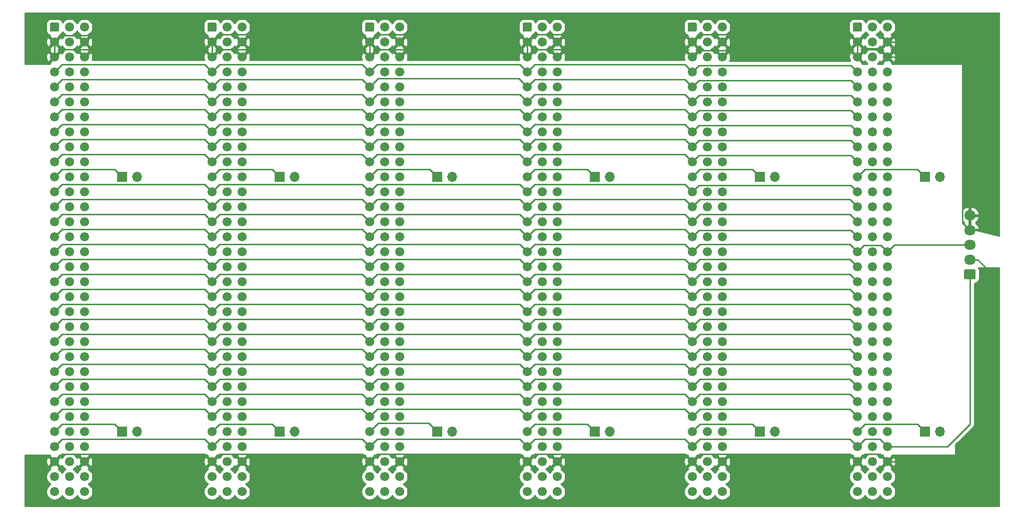
<source format=gbr>
%TF.GenerationSoftware,KiCad,Pcbnew,(5.1.10)-1*%
%TF.CreationDate,2022-01-27T07:08:06+01:00*%
%TF.ProjectId,Backplane,4261636b-706c-4616-9e65-2e6b69636164,rev?*%
%TF.SameCoordinates,Original*%
%TF.FileFunction,Copper,L2,Bot*%
%TF.FilePolarity,Positive*%
%FSLAX46Y46*%
G04 Gerber Fmt 4.6, Leading zero omitted, Abs format (unit mm)*
G04 Created by KiCad (PCBNEW (5.1.10)-1) date 2022-01-27 07:08:06*
%MOMM*%
%LPD*%
G01*
G04 APERTURE LIST*
%TA.AperFunction,ComponentPad*%
%ADD10O,1.950000X1.700000*%
%TD*%
%TA.AperFunction,ComponentPad*%
%ADD11C,1.550000*%
%TD*%
%TA.AperFunction,ComponentPad*%
%ADD12O,1.700000X1.700000*%
%TD*%
%TA.AperFunction,ComponentPad*%
%ADD13R,1.700000X1.700000*%
%TD*%
%TA.AperFunction,Conductor*%
%ADD14C,0.250000*%
%TD*%
%TA.AperFunction,Conductor*%
%ADD15C,0.254000*%
%TD*%
%TA.AperFunction,Conductor*%
%ADD16C,0.100000*%
%TD*%
G04 APERTURE END LIST*
D10*
%TO.P,J13,5*%
%TO.N,GND*%
X226060000Y-97950000D03*
%TO.P,J13,4*%
X226060000Y-100450000D03*
%TO.P,J13,3*%
%TO.N,-5V*%
X226060000Y-102950000D03*
%TO.P,J13,2*%
%TO.N,+5P*%
X226060000Y-105450000D03*
%TO.P,J13,1*%
%TO.N,+12P*%
%TA.AperFunction,ComponentPad*%
G36*
G01*
X226785000Y-108800000D02*
X225335000Y-108800000D01*
G75*
G02*
X225085000Y-108550000I0J250000D01*
G01*
X225085000Y-107350000D01*
G75*
G02*
X225335000Y-107100000I250000J0D01*
G01*
X226785000Y-107100000D01*
G75*
G02*
X227035000Y-107350000I0J-250000D01*
G01*
X227035000Y-108550000D01*
G75*
G02*
X226785000Y-108800000I-250000J0D01*
G01*
G37*
%TD.AperFunction*%
%TD*%
D11*
%TO.P,J17,C32*%
%TO.N,Net-(J17-PadC32)*%
X184150000Y-144780000D03*
%TO.P,J17,C31*%
%TO.N,Net-(J17-PadC31)*%
X184150000Y-142240000D03*
%TO.P,J17,C30*%
%TO.N,+5P*%
X184150000Y-139700000D03*
%TO.P,J17,C29*%
%TO.N,+12P*%
X184150000Y-137160000D03*
%TO.P,J17,C28*%
%TO.N,Net-(J17-PadC28)*%
X184150000Y-134620000D03*
%TO.P,J17,C27*%
%TO.N,Net-(J1-PadC27)*%
X184150000Y-132080000D03*
%TO.P,J17,C26*%
%TO.N,Net-(J1-PadC26)*%
X184150000Y-129540000D03*
%TO.P,J17,C25*%
%TO.N,Net-(J1-PadC25)*%
X184150000Y-127000000D03*
%TO.P,J17,C24*%
%TO.N,Net-(J1-PadC24)*%
X184150000Y-124460000D03*
%TO.P,J17,C23*%
%TO.N,Net-(J1-PadC23)*%
X184150000Y-121920000D03*
%TO.P,J17,C22*%
%TO.N,Net-(J1-PadC22)*%
X184150000Y-119380000D03*
%TO.P,J17,C21*%
%TO.N,Net-(J1-PadC21)*%
X184150000Y-116840000D03*
%TO.P,J17,C20*%
%TO.N,Net-(J1-PadC20)*%
X184150000Y-114300000D03*
%TO.P,J17,C19*%
%TO.N,Net-(J1-PadC19)*%
X184150000Y-111760000D03*
%TO.P,J17,C18*%
%TO.N,Net-(J1-PadC18)*%
X184150000Y-109220000D03*
%TO.P,J17,C17*%
%TO.N,Net-(J1-PadC17)*%
X184150000Y-106680000D03*
%TO.P,J17,C16*%
%TO.N,-5V*%
X184150000Y-104140000D03*
%TO.P,J17,C15*%
%TO.N,Net-(J1-PadC15)*%
X184150000Y-101600000D03*
%TO.P,J17,C14*%
%TO.N,Net-(J1-PadC14)*%
X184150000Y-99060000D03*
%TO.P,J17,C13*%
%TO.N,Net-(J1-PadC13)*%
X184150000Y-96520000D03*
%TO.P,J17,C12*%
%TO.N,Net-(J1-PadC12)*%
X184150000Y-93980000D03*
%TO.P,J17,C11*%
%TO.N,Net-(J17-PadC11)*%
X184150000Y-91440000D03*
%TO.P,J17,C10*%
%TO.N,Net-(J1-PadC10)*%
X184150000Y-88900000D03*
%TO.P,J17,C9*%
%TO.N,Net-(J1-PadC9)*%
X184150000Y-86360000D03*
%TO.P,J17,C8*%
%TO.N,Net-(J1-PadC8)*%
X184150000Y-83820000D03*
%TO.P,J17,C7*%
%TO.N,Net-(J1-PadC7)*%
X184150000Y-81280000D03*
%TO.P,J17,C6*%
%TO.N,Net-(J1-PadC6)*%
X184150000Y-78740000D03*
%TO.P,J17,C5*%
%TO.N,Net-(J1-PadC5)*%
X184150000Y-76200000D03*
%TO.P,J17,C4*%
%TO.N,Net-(J1-PadC4)*%
X184150000Y-73660000D03*
%TO.P,J17,C3*%
%TO.N,GND*%
X184150000Y-71120000D03*
%TO.P,J17,C2*%
X184150000Y-68580000D03*
%TO.P,J17,C1*%
%TO.N,Net-(J17-PadC1)*%
X184150000Y-66040000D03*
%TO.P,J17,b32*%
%TO.N,N/C*%
X181610000Y-144780000D03*
%TO.P,J17,b31*%
X181610000Y-142240000D03*
%TO.P,J17,b30*%
X181610000Y-139700000D03*
%TO.P,J17,b29*%
X181610000Y-137160000D03*
%TO.P,J17,b28*%
X181610000Y-134620000D03*
%TO.P,J17,b27*%
X181610000Y-132080000D03*
%TO.P,J17,b26*%
X181610000Y-129540000D03*
%TO.P,J17,b25*%
X181610000Y-127000000D03*
%TO.P,J17,b24*%
X181610000Y-124460000D03*
%TO.P,J17,b23*%
X181610000Y-121920000D03*
%TO.P,J17,b22*%
X181610000Y-119380000D03*
%TO.P,J17,b21*%
X181610000Y-116840000D03*
%TO.P,J17,b20*%
X181610000Y-114300000D03*
%TO.P,J17,b19*%
X181610000Y-111760000D03*
%TO.P,J17,b18*%
X181610000Y-109220000D03*
%TO.P,J17,b17*%
X181610000Y-106680000D03*
%TO.P,J17,b16*%
X181610000Y-104140000D03*
%TO.P,J17,b15*%
X181610000Y-101600000D03*
%TO.P,J17,b14*%
X181610000Y-99060000D03*
%TO.P,J17,b13*%
X181610000Y-96520000D03*
%TO.P,J17,b12*%
X181610000Y-93980000D03*
%TO.P,J17,b11*%
X181610000Y-91440000D03*
%TO.P,J17,b10*%
X181610000Y-88900000D03*
%TO.P,J17,b9*%
X181610000Y-86360000D03*
%TO.P,J17,b8*%
X181610000Y-83820000D03*
%TO.P,J17,b7*%
X181610000Y-81280000D03*
%TO.P,J17,b6*%
X181610000Y-78740000D03*
%TO.P,J17,b5*%
X181610000Y-76200000D03*
%TO.P,J17,b4*%
X181610000Y-73660000D03*
%TO.P,J17,b3*%
X181610000Y-71120000D03*
%TO.P,J17,b2*%
X181610000Y-68580000D03*
%TO.P,J17,b1*%
X181610000Y-66040000D03*
%TO.P,J17,A32*%
%TO.N,Net-(J17-PadA32)*%
X179070000Y-144780000D03*
%TO.P,J17,A31*%
%TO.N,Net-(J17-PadA31)*%
X179070000Y-142240000D03*
%TO.P,J17,A30*%
%TO.N,+5P*%
X179070000Y-139700000D03*
%TO.P,J17,A29*%
%TO.N,+12P*%
X179070000Y-137160000D03*
%TO.P,J17,A28*%
%TO.N,Net-(J17-PadA28)*%
X179070000Y-134620000D03*
%TO.P,J17,A27*%
%TO.N,Net-(J1-PadA27)*%
X179070000Y-132080000D03*
%TO.P,J17,A26*%
%TO.N,Net-(J1-PadA26)*%
X179070000Y-129540000D03*
%TO.P,J17,A25*%
%TO.N,Net-(J1-PadA25)*%
X179070000Y-127000000D03*
%TO.P,J17,A24*%
%TO.N,Net-(J1-PadA24)*%
X179070000Y-124460000D03*
%TO.P,J17,A23*%
%TO.N,Net-(J1-PadA23)*%
X179070000Y-121920000D03*
%TO.P,J17,A22*%
%TO.N,Net-(J1-PadA22)*%
X179070000Y-119380000D03*
%TO.P,J17,A21*%
%TO.N,Net-(J1-PadA21)*%
X179070000Y-116840000D03*
%TO.P,J17,A20*%
%TO.N,Net-(J1-PadA20)*%
X179070000Y-114300000D03*
%TO.P,J17,A19*%
%TO.N,Net-(J1-PadA19)*%
X179070000Y-111760000D03*
%TO.P,J17,A18*%
%TO.N,Net-(J1-PadA18)*%
X179070000Y-109220000D03*
%TO.P,J17,A17*%
%TO.N,Net-(J1-PadA17)*%
X179070000Y-106680000D03*
%TO.P,J17,A16*%
%TO.N,-5V*%
X179070000Y-104140000D03*
%TO.P,J17,A15*%
%TO.N,Net-(J1-PadA15)*%
X179070000Y-101600000D03*
%TO.P,J17,A14*%
%TO.N,Net-(J1-PadA14)*%
X179070000Y-99060000D03*
%TO.P,J17,A13*%
%TO.N,Net-(J1-PadA13)*%
X179070000Y-96520000D03*
%TO.P,J17,A12*%
%TO.N,Net-(J1-PadA12)*%
X179070000Y-93980000D03*
%TO.P,J17,A11*%
%TO.N,Net-(J17-PadA11)*%
X179070000Y-91440000D03*
%TO.P,J17,A10*%
%TO.N,Net-(J1-PadA10)*%
X179070000Y-88900000D03*
%TO.P,J17,A9*%
%TO.N,Net-(J1-PadA9)*%
X179070000Y-86360000D03*
%TO.P,J17,A8*%
%TO.N,Net-(J1-PadA8)*%
X179070000Y-83820000D03*
%TO.P,J17,A7*%
%TO.N,Net-(J1-PadA7)*%
X179070000Y-81280000D03*
%TO.P,J17,A6*%
%TO.N,Net-(J1-PadA6)*%
X179070000Y-78740000D03*
%TO.P,J17,A5*%
%TO.N,Net-(J1-PadA5)*%
X179070000Y-76200000D03*
%TO.P,J17,A4*%
%TO.N,Net-(J1-PadA4)*%
X179070000Y-73660000D03*
%TO.P,J17,A3*%
%TO.N,GND*%
X179070000Y-71120000D03*
%TO.P,J17,A2*%
X179070000Y-68580000D03*
%TO.P,J17,A1*%
%TO.N,Net-(J17-PadA1)*%
%TA.AperFunction,ComponentPad*%
G36*
G01*
X178295000Y-66565450D02*
X178295000Y-65514550D01*
G75*
G02*
X178544550Y-65265000I249550J0D01*
G01*
X179595450Y-65265000D01*
G75*
G02*
X179845000Y-65514550I0J-249550D01*
G01*
X179845000Y-66565450D01*
G75*
G02*
X179595450Y-66815000I-249550J0D01*
G01*
X178544550Y-66815000D01*
G75*
G02*
X178295000Y-66565450I0J249550D01*
G01*
G37*
%TD.AperFunction*%
%TD*%
%TO.P,J14,C32*%
%TO.N,Net-(J14-PadC32)*%
X129540000Y-144780000D03*
%TO.P,J14,C31*%
%TO.N,Net-(J14-PadC31)*%
X129540000Y-142240000D03*
%TO.P,J14,C30*%
%TO.N,+5P*%
X129540000Y-139700000D03*
%TO.P,J14,C29*%
%TO.N,+12P*%
X129540000Y-137160000D03*
%TO.P,J14,C28*%
%TO.N,Net-(J14-PadC28)*%
X129540000Y-134620000D03*
%TO.P,J14,C27*%
%TO.N,Net-(J1-PadC27)*%
X129540000Y-132080000D03*
%TO.P,J14,C26*%
%TO.N,Net-(J1-PadC26)*%
X129540000Y-129540000D03*
%TO.P,J14,C25*%
%TO.N,Net-(J1-PadC25)*%
X129540000Y-127000000D03*
%TO.P,J14,C24*%
%TO.N,Net-(J1-PadC24)*%
X129540000Y-124460000D03*
%TO.P,J14,C23*%
%TO.N,Net-(J1-PadC23)*%
X129540000Y-121920000D03*
%TO.P,J14,C22*%
%TO.N,Net-(J1-PadC22)*%
X129540000Y-119380000D03*
%TO.P,J14,C21*%
%TO.N,Net-(J1-PadC21)*%
X129540000Y-116840000D03*
%TO.P,J14,C20*%
%TO.N,Net-(J1-PadC20)*%
X129540000Y-114300000D03*
%TO.P,J14,C19*%
%TO.N,Net-(J1-PadC19)*%
X129540000Y-111760000D03*
%TO.P,J14,C18*%
%TO.N,Net-(J1-PadC18)*%
X129540000Y-109220000D03*
%TO.P,J14,C17*%
%TO.N,Net-(J1-PadC17)*%
X129540000Y-106680000D03*
%TO.P,J14,C16*%
%TO.N,-5V*%
X129540000Y-104140000D03*
%TO.P,J14,C15*%
%TO.N,Net-(J1-PadC15)*%
X129540000Y-101600000D03*
%TO.P,J14,C14*%
%TO.N,Net-(J1-PadC14)*%
X129540000Y-99060000D03*
%TO.P,J14,C13*%
%TO.N,Net-(J1-PadC13)*%
X129540000Y-96520000D03*
%TO.P,J14,C12*%
%TO.N,Net-(J1-PadC12)*%
X129540000Y-93980000D03*
%TO.P,J14,C11*%
%TO.N,Net-(J14-PadC11)*%
X129540000Y-91440000D03*
%TO.P,J14,C10*%
%TO.N,Net-(J1-PadC10)*%
X129540000Y-88900000D03*
%TO.P,J14,C9*%
%TO.N,Net-(J1-PadC9)*%
X129540000Y-86360000D03*
%TO.P,J14,C8*%
%TO.N,Net-(J1-PadC8)*%
X129540000Y-83820000D03*
%TO.P,J14,C7*%
%TO.N,Net-(J1-PadC7)*%
X129540000Y-81280000D03*
%TO.P,J14,C6*%
%TO.N,Net-(J1-PadC6)*%
X129540000Y-78740000D03*
%TO.P,J14,C5*%
%TO.N,Net-(J1-PadC5)*%
X129540000Y-76200000D03*
%TO.P,J14,C4*%
%TO.N,Net-(J1-PadC4)*%
X129540000Y-73660000D03*
%TO.P,J14,C3*%
%TO.N,GND*%
X129540000Y-71120000D03*
%TO.P,J14,C2*%
X129540000Y-68580000D03*
%TO.P,J14,C1*%
%TO.N,Net-(J14-PadC1)*%
X129540000Y-66040000D03*
%TO.P,J14,b32*%
%TO.N,N/C*%
X127000000Y-144780000D03*
%TO.P,J14,b31*%
X127000000Y-142240000D03*
%TO.P,J14,b30*%
X127000000Y-139700000D03*
%TO.P,J14,b29*%
X127000000Y-137160000D03*
%TO.P,J14,b28*%
X127000000Y-134620000D03*
%TO.P,J14,b27*%
X127000000Y-132080000D03*
%TO.P,J14,b26*%
X127000000Y-129540000D03*
%TO.P,J14,b25*%
X127000000Y-127000000D03*
%TO.P,J14,b24*%
X127000000Y-124460000D03*
%TO.P,J14,b23*%
X127000000Y-121920000D03*
%TO.P,J14,b22*%
X127000000Y-119380000D03*
%TO.P,J14,b21*%
X127000000Y-116840000D03*
%TO.P,J14,b20*%
X127000000Y-114300000D03*
%TO.P,J14,b19*%
X127000000Y-111760000D03*
%TO.P,J14,b18*%
X127000000Y-109220000D03*
%TO.P,J14,b17*%
X127000000Y-106680000D03*
%TO.P,J14,b16*%
X127000000Y-104140000D03*
%TO.P,J14,b15*%
X127000000Y-101600000D03*
%TO.P,J14,b14*%
X127000000Y-99060000D03*
%TO.P,J14,b13*%
X127000000Y-96520000D03*
%TO.P,J14,b12*%
X127000000Y-93980000D03*
%TO.P,J14,b11*%
X127000000Y-91440000D03*
%TO.P,J14,b10*%
X127000000Y-88900000D03*
%TO.P,J14,b9*%
X127000000Y-86360000D03*
%TO.P,J14,b8*%
X127000000Y-83820000D03*
%TO.P,J14,b7*%
X127000000Y-81280000D03*
%TO.P,J14,b6*%
X127000000Y-78740000D03*
%TO.P,J14,b5*%
X127000000Y-76200000D03*
%TO.P,J14,b4*%
X127000000Y-73660000D03*
%TO.P,J14,b3*%
X127000000Y-71120000D03*
%TO.P,J14,b2*%
X127000000Y-68580000D03*
%TO.P,J14,b1*%
X127000000Y-66040000D03*
%TO.P,J14,A32*%
%TO.N,Net-(J14-PadA32)*%
X124460000Y-144780000D03*
%TO.P,J14,A31*%
%TO.N,Net-(J14-PadA31)*%
X124460000Y-142240000D03*
%TO.P,J14,A30*%
%TO.N,+5P*%
X124460000Y-139700000D03*
%TO.P,J14,A29*%
%TO.N,+12P*%
X124460000Y-137160000D03*
%TO.P,J14,A28*%
%TO.N,Net-(J14-PadA28)*%
X124460000Y-134620000D03*
%TO.P,J14,A27*%
%TO.N,Net-(J1-PadA27)*%
X124460000Y-132080000D03*
%TO.P,J14,A26*%
%TO.N,Net-(J1-PadA26)*%
X124460000Y-129540000D03*
%TO.P,J14,A25*%
%TO.N,Net-(J1-PadA25)*%
X124460000Y-127000000D03*
%TO.P,J14,A24*%
%TO.N,Net-(J1-PadA24)*%
X124460000Y-124460000D03*
%TO.P,J14,A23*%
%TO.N,Net-(J1-PadA23)*%
X124460000Y-121920000D03*
%TO.P,J14,A22*%
%TO.N,Net-(J1-PadA22)*%
X124460000Y-119380000D03*
%TO.P,J14,A21*%
%TO.N,Net-(J1-PadA21)*%
X124460000Y-116840000D03*
%TO.P,J14,A20*%
%TO.N,Net-(J1-PadA20)*%
X124460000Y-114300000D03*
%TO.P,J14,A19*%
%TO.N,Net-(J1-PadA19)*%
X124460000Y-111760000D03*
%TO.P,J14,A18*%
%TO.N,Net-(J1-PadA18)*%
X124460000Y-109220000D03*
%TO.P,J14,A17*%
%TO.N,Net-(J1-PadA17)*%
X124460000Y-106680000D03*
%TO.P,J14,A16*%
%TO.N,-5V*%
X124460000Y-104140000D03*
%TO.P,J14,A15*%
%TO.N,Net-(J1-PadA15)*%
X124460000Y-101600000D03*
%TO.P,J14,A14*%
%TO.N,Net-(J1-PadA14)*%
X124460000Y-99060000D03*
%TO.P,J14,A13*%
%TO.N,Net-(J1-PadA13)*%
X124460000Y-96520000D03*
%TO.P,J14,A12*%
%TO.N,Net-(J1-PadA12)*%
X124460000Y-93980000D03*
%TO.P,J14,A11*%
%TO.N,Net-(J14-PadA11)*%
X124460000Y-91440000D03*
%TO.P,J14,A10*%
%TO.N,Net-(J1-PadA10)*%
X124460000Y-88900000D03*
%TO.P,J14,A9*%
%TO.N,Net-(J1-PadA9)*%
X124460000Y-86360000D03*
%TO.P,J14,A8*%
%TO.N,Net-(J1-PadA8)*%
X124460000Y-83820000D03*
%TO.P,J14,A7*%
%TO.N,Net-(J1-PadA7)*%
X124460000Y-81280000D03*
%TO.P,J14,A6*%
%TO.N,Net-(J1-PadA6)*%
X124460000Y-78740000D03*
%TO.P,J14,A5*%
%TO.N,Net-(J1-PadA5)*%
X124460000Y-76200000D03*
%TO.P,J14,A4*%
%TO.N,Net-(J1-PadA4)*%
X124460000Y-73660000D03*
%TO.P,J14,A3*%
%TO.N,GND*%
X124460000Y-71120000D03*
%TO.P,J14,A2*%
X124460000Y-68580000D03*
%TO.P,J14,A1*%
%TO.N,Net-(J14-PadA1)*%
%TA.AperFunction,ComponentPad*%
G36*
G01*
X123685000Y-66565450D02*
X123685000Y-65514550D01*
G75*
G02*
X123934550Y-65265000I249550J0D01*
G01*
X124985450Y-65265000D01*
G75*
G02*
X125235000Y-65514550I0J-249550D01*
G01*
X125235000Y-66565450D01*
G75*
G02*
X124985450Y-66815000I-249550J0D01*
G01*
X123934550Y-66815000D01*
G75*
G02*
X123685000Y-66565450I0J249550D01*
G01*
G37*
%TD.AperFunction*%
%TD*%
%TO.P,J10,C32*%
%TO.N,Net-(J10-PadC32)*%
X212090000Y-144780000D03*
%TO.P,J10,C31*%
%TO.N,Net-(J10-PadC31)*%
X212090000Y-142240000D03*
%TO.P,J10,C30*%
%TO.N,+5P*%
X212090000Y-139700000D03*
%TO.P,J10,C29*%
%TO.N,+12P*%
X212090000Y-137160000D03*
%TO.P,J10,C28*%
%TO.N,Net-(J10-PadC28)*%
X212090000Y-134620000D03*
%TO.P,J10,C27*%
%TO.N,Net-(J1-PadC27)*%
X212090000Y-132080000D03*
%TO.P,J10,C26*%
%TO.N,Net-(J1-PadC26)*%
X212090000Y-129540000D03*
%TO.P,J10,C25*%
%TO.N,Net-(J1-PadC25)*%
X212090000Y-127000000D03*
%TO.P,J10,C24*%
%TO.N,Net-(J1-PadC24)*%
X212090000Y-124460000D03*
%TO.P,J10,C23*%
%TO.N,Net-(J1-PadC23)*%
X212090000Y-121920000D03*
%TO.P,J10,C22*%
%TO.N,Net-(J1-PadC22)*%
X212090000Y-119380000D03*
%TO.P,J10,C21*%
%TO.N,Net-(J1-PadC21)*%
X212090000Y-116840000D03*
%TO.P,J10,C20*%
%TO.N,Net-(J1-PadC20)*%
X212090000Y-114300000D03*
%TO.P,J10,C19*%
%TO.N,Net-(J1-PadC19)*%
X212090000Y-111760000D03*
%TO.P,J10,C18*%
%TO.N,Net-(J1-PadC18)*%
X212090000Y-109220000D03*
%TO.P,J10,C17*%
%TO.N,Net-(J1-PadC17)*%
X212090000Y-106680000D03*
%TO.P,J10,C16*%
%TO.N,-5V*%
X212090000Y-104140000D03*
%TO.P,J10,C15*%
%TO.N,Net-(J1-PadC15)*%
X212090000Y-101600000D03*
%TO.P,J10,C14*%
%TO.N,Net-(J1-PadC14)*%
X212090000Y-99060000D03*
%TO.P,J10,C13*%
%TO.N,Net-(J1-PadC13)*%
X212090000Y-96520000D03*
%TO.P,J10,C12*%
%TO.N,Net-(J1-PadC12)*%
X212090000Y-93980000D03*
%TO.P,J10,C11*%
%TO.N,Net-(J10-PadC11)*%
X212090000Y-91440000D03*
%TO.P,J10,C10*%
%TO.N,Net-(J1-PadC10)*%
X212090000Y-88900000D03*
%TO.P,J10,C9*%
%TO.N,Net-(J1-PadC9)*%
X212090000Y-86360000D03*
%TO.P,J10,C8*%
%TO.N,Net-(J1-PadC8)*%
X212090000Y-83820000D03*
%TO.P,J10,C7*%
%TO.N,Net-(J1-PadC7)*%
X212090000Y-81280000D03*
%TO.P,J10,C6*%
%TO.N,Net-(J1-PadC6)*%
X212090000Y-78740000D03*
%TO.P,J10,C5*%
%TO.N,Net-(J1-PadC5)*%
X212090000Y-76200000D03*
%TO.P,J10,C4*%
%TO.N,Net-(J1-PadC4)*%
X212090000Y-73660000D03*
%TO.P,J10,C3*%
%TO.N,GND*%
X212090000Y-71120000D03*
%TO.P,J10,C2*%
X212090000Y-68580000D03*
%TO.P,J10,C1*%
%TO.N,Net-(J10-PadC1)*%
X212090000Y-66040000D03*
%TO.P,J10,b32*%
%TO.N,N/C*%
X209550000Y-144780000D03*
%TO.P,J10,b31*%
X209550000Y-142240000D03*
%TO.P,J10,b30*%
X209550000Y-139700000D03*
%TO.P,J10,b29*%
X209550000Y-137160000D03*
%TO.P,J10,b28*%
X209550000Y-134620000D03*
%TO.P,J10,b27*%
X209550000Y-132080000D03*
%TO.P,J10,b26*%
X209550000Y-129540000D03*
%TO.P,J10,b25*%
X209550000Y-127000000D03*
%TO.P,J10,b24*%
X209550000Y-124460000D03*
%TO.P,J10,b23*%
X209550000Y-121920000D03*
%TO.P,J10,b22*%
X209550000Y-119380000D03*
%TO.P,J10,b21*%
X209550000Y-116840000D03*
%TO.P,J10,b20*%
X209550000Y-114300000D03*
%TO.P,J10,b19*%
X209550000Y-111760000D03*
%TO.P,J10,b18*%
X209550000Y-109220000D03*
%TO.P,J10,b17*%
X209550000Y-106680000D03*
%TO.P,J10,b16*%
X209550000Y-104140000D03*
%TO.P,J10,b15*%
X209550000Y-101600000D03*
%TO.P,J10,b14*%
X209550000Y-99060000D03*
%TO.P,J10,b13*%
X209550000Y-96520000D03*
%TO.P,J10,b12*%
X209550000Y-93980000D03*
%TO.P,J10,b11*%
X209550000Y-91440000D03*
%TO.P,J10,b10*%
X209550000Y-88900000D03*
%TO.P,J10,b9*%
X209550000Y-86360000D03*
%TO.P,J10,b8*%
X209550000Y-83820000D03*
%TO.P,J10,b7*%
X209550000Y-81280000D03*
%TO.P,J10,b6*%
X209550000Y-78740000D03*
%TO.P,J10,b5*%
X209550000Y-76200000D03*
%TO.P,J10,b4*%
X209550000Y-73660000D03*
%TO.P,J10,b3*%
X209550000Y-71120000D03*
%TO.P,J10,b2*%
X209550000Y-68580000D03*
%TO.P,J10,b1*%
X209550000Y-66040000D03*
%TO.P,J10,A32*%
%TO.N,Net-(J10-PadA32)*%
X207010000Y-144780000D03*
%TO.P,J10,A31*%
%TO.N,Net-(J10-PadA31)*%
X207010000Y-142240000D03*
%TO.P,J10,A30*%
%TO.N,+5P*%
X207010000Y-139700000D03*
%TO.P,J10,A29*%
%TO.N,+12P*%
X207010000Y-137160000D03*
%TO.P,J10,A28*%
%TO.N,Net-(J10-PadA28)*%
X207010000Y-134620000D03*
%TO.P,J10,A27*%
%TO.N,Net-(J1-PadA27)*%
X207010000Y-132080000D03*
%TO.P,J10,A26*%
%TO.N,Net-(J1-PadA26)*%
X207010000Y-129540000D03*
%TO.P,J10,A25*%
%TO.N,Net-(J1-PadA25)*%
X207010000Y-127000000D03*
%TO.P,J10,A24*%
%TO.N,Net-(J1-PadA24)*%
X207010000Y-124460000D03*
%TO.P,J10,A23*%
%TO.N,Net-(J1-PadA23)*%
X207010000Y-121920000D03*
%TO.P,J10,A22*%
%TO.N,Net-(J1-PadA22)*%
X207010000Y-119380000D03*
%TO.P,J10,A21*%
%TO.N,Net-(J1-PadA21)*%
X207010000Y-116840000D03*
%TO.P,J10,A20*%
%TO.N,Net-(J1-PadA20)*%
X207010000Y-114300000D03*
%TO.P,J10,A19*%
%TO.N,Net-(J1-PadA19)*%
X207010000Y-111760000D03*
%TO.P,J10,A18*%
%TO.N,Net-(J1-PadA18)*%
X207010000Y-109220000D03*
%TO.P,J10,A17*%
%TO.N,Net-(J1-PadA17)*%
X207010000Y-106680000D03*
%TO.P,J10,A16*%
%TO.N,-5V*%
X207010000Y-104140000D03*
%TO.P,J10,A15*%
%TO.N,Net-(J1-PadA15)*%
X207010000Y-101600000D03*
%TO.P,J10,A14*%
%TO.N,Net-(J1-PadA14)*%
X207010000Y-99060000D03*
%TO.P,J10,A13*%
%TO.N,Net-(J1-PadA13)*%
X207010000Y-96520000D03*
%TO.P,J10,A12*%
%TO.N,Net-(J1-PadA12)*%
X207010000Y-93980000D03*
%TO.P,J10,A11*%
%TO.N,Net-(J10-PadA11)*%
X207010000Y-91440000D03*
%TO.P,J10,A10*%
%TO.N,Net-(J1-PadA10)*%
X207010000Y-88900000D03*
%TO.P,J10,A9*%
%TO.N,Net-(J1-PadA9)*%
X207010000Y-86360000D03*
%TO.P,J10,A8*%
%TO.N,Net-(J1-PadA8)*%
X207010000Y-83820000D03*
%TO.P,J10,A7*%
%TO.N,Net-(J1-PadA7)*%
X207010000Y-81280000D03*
%TO.P,J10,A6*%
%TO.N,Net-(J1-PadA6)*%
X207010000Y-78740000D03*
%TO.P,J10,A5*%
%TO.N,Net-(J1-PadA5)*%
X207010000Y-76200000D03*
%TO.P,J10,A4*%
%TO.N,Net-(J1-PadA4)*%
X207010000Y-73660000D03*
%TO.P,J10,A3*%
%TO.N,GND*%
X207010000Y-71120000D03*
%TO.P,J10,A2*%
X207010000Y-68580000D03*
%TO.P,J10,A1*%
%TO.N,Net-(J10-PadA1)*%
%TA.AperFunction,ComponentPad*%
G36*
G01*
X206235000Y-66565450D02*
X206235000Y-65514550D01*
G75*
G02*
X206484550Y-65265000I249550J0D01*
G01*
X207535450Y-65265000D01*
G75*
G02*
X207785000Y-65514550I0J-249550D01*
G01*
X207785000Y-66565450D01*
G75*
G02*
X207535450Y-66815000I-249550J0D01*
G01*
X206484550Y-66815000D01*
G75*
G02*
X206235000Y-66565450I0J249550D01*
G01*
G37*
%TD.AperFunction*%
%TD*%
%TO.P,J7,C32*%
%TO.N,Net-(J7-PadC32)*%
X156210000Y-144780000D03*
%TO.P,J7,C31*%
%TO.N,Net-(J7-PadC31)*%
X156210000Y-142240000D03*
%TO.P,J7,C30*%
%TO.N,+5P*%
X156210000Y-139700000D03*
%TO.P,J7,C29*%
%TO.N,+12P*%
X156210000Y-137160000D03*
%TO.P,J7,C28*%
%TO.N,Net-(J7-PadC28)*%
X156210000Y-134620000D03*
%TO.P,J7,C27*%
%TO.N,Net-(J1-PadC27)*%
X156210000Y-132080000D03*
%TO.P,J7,C26*%
%TO.N,Net-(J1-PadC26)*%
X156210000Y-129540000D03*
%TO.P,J7,C25*%
%TO.N,Net-(J1-PadC25)*%
X156210000Y-127000000D03*
%TO.P,J7,C24*%
%TO.N,Net-(J1-PadC24)*%
X156210000Y-124460000D03*
%TO.P,J7,C23*%
%TO.N,Net-(J1-PadC23)*%
X156210000Y-121920000D03*
%TO.P,J7,C22*%
%TO.N,Net-(J1-PadC22)*%
X156210000Y-119380000D03*
%TO.P,J7,C21*%
%TO.N,Net-(J1-PadC21)*%
X156210000Y-116840000D03*
%TO.P,J7,C20*%
%TO.N,Net-(J1-PadC20)*%
X156210000Y-114300000D03*
%TO.P,J7,C19*%
%TO.N,Net-(J1-PadC19)*%
X156210000Y-111760000D03*
%TO.P,J7,C18*%
%TO.N,Net-(J1-PadC18)*%
X156210000Y-109220000D03*
%TO.P,J7,C17*%
%TO.N,Net-(J1-PadC17)*%
X156210000Y-106680000D03*
%TO.P,J7,C16*%
%TO.N,-5V*%
X156210000Y-104140000D03*
%TO.P,J7,C15*%
%TO.N,Net-(J1-PadC15)*%
X156210000Y-101600000D03*
%TO.P,J7,C14*%
%TO.N,Net-(J1-PadC14)*%
X156210000Y-99060000D03*
%TO.P,J7,C13*%
%TO.N,Net-(J1-PadC13)*%
X156210000Y-96520000D03*
%TO.P,J7,C12*%
%TO.N,Net-(J1-PadC12)*%
X156210000Y-93980000D03*
%TO.P,J7,C11*%
%TO.N,Net-(J7-PadC11)*%
X156210000Y-91440000D03*
%TO.P,J7,C10*%
%TO.N,Net-(J1-PadC10)*%
X156210000Y-88900000D03*
%TO.P,J7,C9*%
%TO.N,Net-(J1-PadC9)*%
X156210000Y-86360000D03*
%TO.P,J7,C8*%
%TO.N,Net-(J1-PadC8)*%
X156210000Y-83820000D03*
%TO.P,J7,C7*%
%TO.N,Net-(J1-PadC7)*%
X156210000Y-81280000D03*
%TO.P,J7,C6*%
%TO.N,Net-(J1-PadC6)*%
X156210000Y-78740000D03*
%TO.P,J7,C5*%
%TO.N,Net-(J1-PadC5)*%
X156210000Y-76200000D03*
%TO.P,J7,C4*%
%TO.N,Net-(J1-PadC4)*%
X156210000Y-73660000D03*
%TO.P,J7,C3*%
%TO.N,GND*%
X156210000Y-71120000D03*
%TO.P,J7,C2*%
X156210000Y-68580000D03*
%TO.P,J7,C1*%
%TO.N,Net-(J7-PadC1)*%
X156210000Y-66040000D03*
%TO.P,J7,b32*%
%TO.N,N/C*%
X153670000Y-144780000D03*
%TO.P,J7,b31*%
X153670000Y-142240000D03*
%TO.P,J7,b30*%
X153670000Y-139700000D03*
%TO.P,J7,b29*%
X153670000Y-137160000D03*
%TO.P,J7,b28*%
X153670000Y-134620000D03*
%TO.P,J7,b27*%
X153670000Y-132080000D03*
%TO.P,J7,b26*%
X153670000Y-129540000D03*
%TO.P,J7,b25*%
X153670000Y-127000000D03*
%TO.P,J7,b24*%
X153670000Y-124460000D03*
%TO.P,J7,b23*%
X153670000Y-121920000D03*
%TO.P,J7,b22*%
X153670000Y-119380000D03*
%TO.P,J7,b21*%
X153670000Y-116840000D03*
%TO.P,J7,b20*%
X153670000Y-114300000D03*
%TO.P,J7,b19*%
X153670000Y-111760000D03*
%TO.P,J7,b18*%
X153670000Y-109220000D03*
%TO.P,J7,b17*%
X153670000Y-106680000D03*
%TO.P,J7,b16*%
X153670000Y-104140000D03*
%TO.P,J7,b15*%
X153670000Y-101600000D03*
%TO.P,J7,b14*%
X153670000Y-99060000D03*
%TO.P,J7,b13*%
X153670000Y-96520000D03*
%TO.P,J7,b12*%
X153670000Y-93980000D03*
%TO.P,J7,b11*%
X153670000Y-91440000D03*
%TO.P,J7,b10*%
X153670000Y-88900000D03*
%TO.P,J7,b9*%
X153670000Y-86360000D03*
%TO.P,J7,b8*%
X153670000Y-83820000D03*
%TO.P,J7,b7*%
X153670000Y-81280000D03*
%TO.P,J7,b6*%
X153670000Y-78740000D03*
%TO.P,J7,b5*%
X153670000Y-76200000D03*
%TO.P,J7,b4*%
X153670000Y-73660000D03*
%TO.P,J7,b3*%
X153670000Y-71120000D03*
%TO.P,J7,b2*%
X153670000Y-68580000D03*
%TO.P,J7,b1*%
X153670000Y-66040000D03*
%TO.P,J7,A32*%
%TO.N,Net-(J7-PadA32)*%
X151130000Y-144780000D03*
%TO.P,J7,A31*%
%TO.N,Net-(J7-PadA31)*%
X151130000Y-142240000D03*
%TO.P,J7,A30*%
%TO.N,+5P*%
X151130000Y-139700000D03*
%TO.P,J7,A29*%
%TO.N,+12P*%
X151130000Y-137160000D03*
%TO.P,J7,A28*%
%TO.N,Net-(J7-PadA28)*%
X151130000Y-134620000D03*
%TO.P,J7,A27*%
%TO.N,Net-(J1-PadA27)*%
X151130000Y-132080000D03*
%TO.P,J7,A26*%
%TO.N,Net-(J1-PadA26)*%
X151130000Y-129540000D03*
%TO.P,J7,A25*%
%TO.N,Net-(J1-PadA25)*%
X151130000Y-127000000D03*
%TO.P,J7,A24*%
%TO.N,Net-(J1-PadA24)*%
X151130000Y-124460000D03*
%TO.P,J7,A23*%
%TO.N,Net-(J1-PadA23)*%
X151130000Y-121920000D03*
%TO.P,J7,A22*%
%TO.N,Net-(J1-PadA22)*%
X151130000Y-119380000D03*
%TO.P,J7,A21*%
%TO.N,Net-(J1-PadA21)*%
X151130000Y-116840000D03*
%TO.P,J7,A20*%
%TO.N,Net-(J1-PadA20)*%
X151130000Y-114300000D03*
%TO.P,J7,A19*%
%TO.N,Net-(J1-PadA19)*%
X151130000Y-111760000D03*
%TO.P,J7,A18*%
%TO.N,Net-(J1-PadA18)*%
X151130000Y-109220000D03*
%TO.P,J7,A17*%
%TO.N,Net-(J1-PadA17)*%
X151130000Y-106680000D03*
%TO.P,J7,A16*%
%TO.N,-5V*%
X151130000Y-104140000D03*
%TO.P,J7,A15*%
%TO.N,Net-(J1-PadA15)*%
X151130000Y-101600000D03*
%TO.P,J7,A14*%
%TO.N,Net-(J1-PadA14)*%
X151130000Y-99060000D03*
%TO.P,J7,A13*%
%TO.N,Net-(J1-PadA13)*%
X151130000Y-96520000D03*
%TO.P,J7,A12*%
%TO.N,Net-(J1-PadA12)*%
X151130000Y-93980000D03*
%TO.P,J7,A11*%
%TO.N,Net-(J7-PadA11)*%
X151130000Y-91440000D03*
%TO.P,J7,A10*%
%TO.N,Net-(J1-PadA10)*%
X151130000Y-88900000D03*
%TO.P,J7,A9*%
%TO.N,Net-(J1-PadA9)*%
X151130000Y-86360000D03*
%TO.P,J7,A8*%
%TO.N,Net-(J1-PadA8)*%
X151130000Y-83820000D03*
%TO.P,J7,A7*%
%TO.N,Net-(J1-PadA7)*%
X151130000Y-81280000D03*
%TO.P,J7,A6*%
%TO.N,Net-(J1-PadA6)*%
X151130000Y-78740000D03*
%TO.P,J7,A5*%
%TO.N,Net-(J1-PadA5)*%
X151130000Y-76200000D03*
%TO.P,J7,A4*%
%TO.N,Net-(J1-PadA4)*%
X151130000Y-73660000D03*
%TO.P,J7,A3*%
%TO.N,GND*%
X151130000Y-71120000D03*
%TO.P,J7,A2*%
X151130000Y-68580000D03*
%TO.P,J7,A1*%
%TO.N,Net-(J7-PadA1)*%
%TA.AperFunction,ComponentPad*%
G36*
G01*
X150355000Y-66565450D02*
X150355000Y-65514550D01*
G75*
G02*
X150604550Y-65265000I249550J0D01*
G01*
X151655450Y-65265000D01*
G75*
G02*
X151905000Y-65514550I0J-249550D01*
G01*
X151905000Y-66565450D01*
G75*
G02*
X151655450Y-66815000I-249550J0D01*
G01*
X150604550Y-66815000D01*
G75*
G02*
X150355000Y-66565450I0J249550D01*
G01*
G37*
%TD.AperFunction*%
%TD*%
%TO.P,J4,C32*%
%TO.N,Net-(J4-PadC32)*%
X102870000Y-144780000D03*
%TO.P,J4,C31*%
%TO.N,Net-(J4-PadC31)*%
X102870000Y-142240000D03*
%TO.P,J4,C30*%
%TO.N,+5P*%
X102870000Y-139700000D03*
%TO.P,J4,C29*%
%TO.N,+12P*%
X102870000Y-137160000D03*
%TO.P,J4,C28*%
%TO.N,Net-(J4-PadC28)*%
X102870000Y-134620000D03*
%TO.P,J4,C27*%
%TO.N,Net-(J1-PadC27)*%
X102870000Y-132080000D03*
%TO.P,J4,C26*%
%TO.N,Net-(J1-PadC26)*%
X102870000Y-129540000D03*
%TO.P,J4,C25*%
%TO.N,Net-(J1-PadC25)*%
X102870000Y-127000000D03*
%TO.P,J4,C24*%
%TO.N,Net-(J1-PadC24)*%
X102870000Y-124460000D03*
%TO.P,J4,C23*%
%TO.N,Net-(J1-PadC23)*%
X102870000Y-121920000D03*
%TO.P,J4,C22*%
%TO.N,Net-(J1-PadC22)*%
X102870000Y-119380000D03*
%TO.P,J4,C21*%
%TO.N,Net-(J1-PadC21)*%
X102870000Y-116840000D03*
%TO.P,J4,C20*%
%TO.N,Net-(J1-PadC20)*%
X102870000Y-114300000D03*
%TO.P,J4,C19*%
%TO.N,Net-(J1-PadC19)*%
X102870000Y-111760000D03*
%TO.P,J4,C18*%
%TO.N,Net-(J1-PadC18)*%
X102870000Y-109220000D03*
%TO.P,J4,C17*%
%TO.N,Net-(J1-PadC17)*%
X102870000Y-106680000D03*
%TO.P,J4,C16*%
%TO.N,-5V*%
X102870000Y-104140000D03*
%TO.P,J4,C15*%
%TO.N,Net-(J1-PadC15)*%
X102870000Y-101600000D03*
%TO.P,J4,C14*%
%TO.N,Net-(J1-PadC14)*%
X102870000Y-99060000D03*
%TO.P,J4,C13*%
%TO.N,Net-(J1-PadC13)*%
X102870000Y-96520000D03*
%TO.P,J4,C12*%
%TO.N,Net-(J1-PadC12)*%
X102870000Y-93980000D03*
%TO.P,J4,C11*%
%TO.N,Net-(J4-PadC11)*%
X102870000Y-91440000D03*
%TO.P,J4,C10*%
%TO.N,Net-(J1-PadC10)*%
X102870000Y-88900000D03*
%TO.P,J4,C9*%
%TO.N,Net-(J1-PadC9)*%
X102870000Y-86360000D03*
%TO.P,J4,C8*%
%TO.N,Net-(J1-PadC8)*%
X102870000Y-83820000D03*
%TO.P,J4,C7*%
%TO.N,Net-(J1-PadC7)*%
X102870000Y-81280000D03*
%TO.P,J4,C6*%
%TO.N,Net-(J1-PadC6)*%
X102870000Y-78740000D03*
%TO.P,J4,C5*%
%TO.N,Net-(J1-PadC5)*%
X102870000Y-76200000D03*
%TO.P,J4,C4*%
%TO.N,Net-(J1-PadC4)*%
X102870000Y-73660000D03*
%TO.P,J4,C3*%
%TO.N,GND*%
X102870000Y-71120000D03*
%TO.P,J4,C2*%
X102870000Y-68580000D03*
%TO.P,J4,C1*%
%TO.N,Net-(J4-PadC1)*%
X102870000Y-66040000D03*
%TO.P,J4,b32*%
%TO.N,N/C*%
X100330000Y-144780000D03*
%TO.P,J4,b31*%
X100330000Y-142240000D03*
%TO.P,J4,b30*%
X100330000Y-139700000D03*
%TO.P,J4,b29*%
X100330000Y-137160000D03*
%TO.P,J4,b28*%
X100330000Y-134620000D03*
%TO.P,J4,b27*%
X100330000Y-132080000D03*
%TO.P,J4,b26*%
X100330000Y-129540000D03*
%TO.P,J4,b25*%
X100330000Y-127000000D03*
%TO.P,J4,b24*%
X100330000Y-124460000D03*
%TO.P,J4,b23*%
X100330000Y-121920000D03*
%TO.P,J4,b22*%
X100330000Y-119380000D03*
%TO.P,J4,b21*%
X100330000Y-116840000D03*
%TO.P,J4,b20*%
X100330000Y-114300000D03*
%TO.P,J4,b19*%
X100330000Y-111760000D03*
%TO.P,J4,b18*%
X100330000Y-109220000D03*
%TO.P,J4,b17*%
X100330000Y-106680000D03*
%TO.P,J4,b16*%
X100330000Y-104140000D03*
%TO.P,J4,b15*%
X100330000Y-101600000D03*
%TO.P,J4,b14*%
X100330000Y-99060000D03*
%TO.P,J4,b13*%
X100330000Y-96520000D03*
%TO.P,J4,b12*%
X100330000Y-93980000D03*
%TO.P,J4,b11*%
X100330000Y-91440000D03*
%TO.P,J4,b10*%
X100330000Y-88900000D03*
%TO.P,J4,b9*%
X100330000Y-86360000D03*
%TO.P,J4,b8*%
X100330000Y-83820000D03*
%TO.P,J4,b7*%
X100330000Y-81280000D03*
%TO.P,J4,b6*%
X100330000Y-78740000D03*
%TO.P,J4,b5*%
X100330000Y-76200000D03*
%TO.P,J4,b4*%
X100330000Y-73660000D03*
%TO.P,J4,b3*%
X100330000Y-71120000D03*
%TO.P,J4,b2*%
X100330000Y-68580000D03*
%TO.P,J4,b1*%
X100330000Y-66040000D03*
%TO.P,J4,A32*%
%TO.N,Net-(J4-PadA32)*%
X97790000Y-144780000D03*
%TO.P,J4,A31*%
%TO.N,Net-(J4-PadA31)*%
X97790000Y-142240000D03*
%TO.P,J4,A30*%
%TO.N,+5P*%
X97790000Y-139700000D03*
%TO.P,J4,A29*%
%TO.N,+12P*%
X97790000Y-137160000D03*
%TO.P,J4,A28*%
%TO.N,Net-(J4-PadA28)*%
X97790000Y-134620000D03*
%TO.P,J4,A27*%
%TO.N,Net-(J1-PadA27)*%
X97790000Y-132080000D03*
%TO.P,J4,A26*%
%TO.N,Net-(J1-PadA26)*%
X97790000Y-129540000D03*
%TO.P,J4,A25*%
%TO.N,Net-(J1-PadA25)*%
X97790000Y-127000000D03*
%TO.P,J4,A24*%
%TO.N,Net-(J1-PadA24)*%
X97790000Y-124460000D03*
%TO.P,J4,A23*%
%TO.N,Net-(J1-PadA23)*%
X97790000Y-121920000D03*
%TO.P,J4,A22*%
%TO.N,Net-(J1-PadA22)*%
X97790000Y-119380000D03*
%TO.P,J4,A21*%
%TO.N,Net-(J1-PadA21)*%
X97790000Y-116840000D03*
%TO.P,J4,A20*%
%TO.N,Net-(J1-PadA20)*%
X97790000Y-114300000D03*
%TO.P,J4,A19*%
%TO.N,Net-(J1-PadA19)*%
X97790000Y-111760000D03*
%TO.P,J4,A18*%
%TO.N,Net-(J1-PadA18)*%
X97790000Y-109220000D03*
%TO.P,J4,A17*%
%TO.N,Net-(J1-PadA17)*%
X97790000Y-106680000D03*
%TO.P,J4,A16*%
%TO.N,-5V*%
X97790000Y-104140000D03*
%TO.P,J4,A15*%
%TO.N,Net-(J1-PadA15)*%
X97790000Y-101600000D03*
%TO.P,J4,A14*%
%TO.N,Net-(J1-PadA14)*%
X97790000Y-99060000D03*
%TO.P,J4,A13*%
%TO.N,Net-(J1-PadA13)*%
X97790000Y-96520000D03*
%TO.P,J4,A12*%
%TO.N,Net-(J1-PadA12)*%
X97790000Y-93980000D03*
%TO.P,J4,A11*%
%TO.N,Net-(J4-PadA11)*%
X97790000Y-91440000D03*
%TO.P,J4,A10*%
%TO.N,Net-(J1-PadA10)*%
X97790000Y-88900000D03*
%TO.P,J4,A9*%
%TO.N,Net-(J1-PadA9)*%
X97790000Y-86360000D03*
%TO.P,J4,A8*%
%TO.N,Net-(J1-PadA8)*%
X97790000Y-83820000D03*
%TO.P,J4,A7*%
%TO.N,Net-(J1-PadA7)*%
X97790000Y-81280000D03*
%TO.P,J4,A6*%
%TO.N,Net-(J1-PadA6)*%
X97790000Y-78740000D03*
%TO.P,J4,A5*%
%TO.N,Net-(J1-PadA5)*%
X97790000Y-76200000D03*
%TO.P,J4,A4*%
%TO.N,Net-(J1-PadA4)*%
X97790000Y-73660000D03*
%TO.P,J4,A3*%
%TO.N,GND*%
X97790000Y-71120000D03*
%TO.P,J4,A2*%
X97790000Y-68580000D03*
%TO.P,J4,A1*%
%TO.N,Net-(J4-PadA1)*%
%TA.AperFunction,ComponentPad*%
G36*
G01*
X97015000Y-66565450D02*
X97015000Y-65514550D01*
G75*
G02*
X97264550Y-65265000I249550J0D01*
G01*
X98315450Y-65265000D01*
G75*
G02*
X98565000Y-65514550I0J-249550D01*
G01*
X98565000Y-66565450D01*
G75*
G02*
X98315450Y-66815000I-249550J0D01*
G01*
X97264550Y-66815000D01*
G75*
G02*
X97015000Y-66565450I0J249550D01*
G01*
G37*
%TD.AperFunction*%
%TD*%
%TO.P,J1,C32*%
%TO.N,Net-(J1-PadC32)*%
X76200000Y-144780000D03*
%TO.P,J1,C31*%
%TO.N,Net-(J1-PadC31)*%
X76200000Y-142240000D03*
%TO.P,J1,C30*%
%TO.N,+5P*%
X76200000Y-139700000D03*
%TO.P,J1,C29*%
%TO.N,+12P*%
X76200000Y-137160000D03*
%TO.P,J1,C28*%
%TO.N,Net-(J1-PadC28)*%
X76200000Y-134620000D03*
%TO.P,J1,C27*%
%TO.N,Net-(J1-PadC27)*%
X76200000Y-132080000D03*
%TO.P,J1,C26*%
%TO.N,Net-(J1-PadC26)*%
X76200000Y-129540000D03*
%TO.P,J1,C25*%
%TO.N,Net-(J1-PadC25)*%
X76200000Y-127000000D03*
%TO.P,J1,C24*%
%TO.N,Net-(J1-PadC24)*%
X76200000Y-124460000D03*
%TO.P,J1,C23*%
%TO.N,Net-(J1-PadC23)*%
X76200000Y-121920000D03*
%TO.P,J1,C22*%
%TO.N,Net-(J1-PadC22)*%
X76200000Y-119380000D03*
%TO.P,J1,C21*%
%TO.N,Net-(J1-PadC21)*%
X76200000Y-116840000D03*
%TO.P,J1,C20*%
%TO.N,Net-(J1-PadC20)*%
X76200000Y-114300000D03*
%TO.P,J1,C19*%
%TO.N,Net-(J1-PadC19)*%
X76200000Y-111760000D03*
%TO.P,J1,C18*%
%TO.N,Net-(J1-PadC18)*%
X76200000Y-109220000D03*
%TO.P,J1,C17*%
%TO.N,Net-(J1-PadC17)*%
X76200000Y-106680000D03*
%TO.P,J1,C16*%
%TO.N,-5V*%
X76200000Y-104140000D03*
%TO.P,J1,C15*%
%TO.N,Net-(J1-PadC15)*%
X76200000Y-101600000D03*
%TO.P,J1,C14*%
%TO.N,Net-(J1-PadC14)*%
X76200000Y-99060000D03*
%TO.P,J1,C13*%
%TO.N,Net-(J1-PadC13)*%
X76200000Y-96520000D03*
%TO.P,J1,C12*%
%TO.N,Net-(J1-PadC12)*%
X76200000Y-93980000D03*
%TO.P,J1,C11*%
%TO.N,Net-(J1-PadC11)*%
X76200000Y-91440000D03*
%TO.P,J1,C10*%
%TO.N,Net-(J1-PadC10)*%
X76200000Y-88900000D03*
%TO.P,J1,C9*%
%TO.N,Net-(J1-PadC9)*%
X76200000Y-86360000D03*
%TO.P,J1,C8*%
%TO.N,Net-(J1-PadC8)*%
X76200000Y-83820000D03*
%TO.P,J1,C7*%
%TO.N,Net-(J1-PadC7)*%
X76200000Y-81280000D03*
%TO.P,J1,C6*%
%TO.N,Net-(J1-PadC6)*%
X76200000Y-78740000D03*
%TO.P,J1,C5*%
%TO.N,Net-(J1-PadC5)*%
X76200000Y-76200000D03*
%TO.P,J1,C4*%
%TO.N,Net-(J1-PadC4)*%
X76200000Y-73660000D03*
%TO.P,J1,C3*%
%TO.N,GND*%
X76200000Y-71120000D03*
%TO.P,J1,C2*%
X76200000Y-68580000D03*
%TO.P,J1,C1*%
%TO.N,Net-(J1-PadC1)*%
X76200000Y-66040000D03*
%TO.P,J1,b32*%
%TO.N,N/C*%
X73660000Y-144780000D03*
%TO.P,J1,b31*%
X73660000Y-142240000D03*
%TO.P,J1,b30*%
X73660000Y-139700000D03*
%TO.P,J1,b29*%
X73660000Y-137160000D03*
%TO.P,J1,b28*%
X73660000Y-134620000D03*
%TO.P,J1,b27*%
X73660000Y-132080000D03*
%TO.P,J1,b26*%
X73660000Y-129540000D03*
%TO.P,J1,b25*%
X73660000Y-127000000D03*
%TO.P,J1,b24*%
X73660000Y-124460000D03*
%TO.P,J1,b23*%
X73660000Y-121920000D03*
%TO.P,J1,b22*%
X73660000Y-119380000D03*
%TO.P,J1,b21*%
X73660000Y-116840000D03*
%TO.P,J1,b20*%
X73660000Y-114300000D03*
%TO.P,J1,b19*%
X73660000Y-111760000D03*
%TO.P,J1,b18*%
X73660000Y-109220000D03*
%TO.P,J1,b17*%
X73660000Y-106680000D03*
%TO.P,J1,b16*%
X73660000Y-104140000D03*
%TO.P,J1,b15*%
X73660000Y-101600000D03*
%TO.P,J1,b14*%
X73660000Y-99060000D03*
%TO.P,J1,b13*%
X73660000Y-96520000D03*
%TO.P,J1,b12*%
X73660000Y-93980000D03*
%TO.P,J1,b11*%
X73660000Y-91440000D03*
%TO.P,J1,b10*%
X73660000Y-88900000D03*
%TO.P,J1,b9*%
X73660000Y-86360000D03*
%TO.P,J1,b8*%
X73660000Y-83820000D03*
%TO.P,J1,b7*%
X73660000Y-81280000D03*
%TO.P,J1,b6*%
X73660000Y-78740000D03*
%TO.P,J1,b5*%
X73660000Y-76200000D03*
%TO.P,J1,b4*%
X73660000Y-73660000D03*
%TO.P,J1,b3*%
X73660000Y-71120000D03*
%TO.P,J1,b2*%
X73660000Y-68580000D03*
%TO.P,J1,b1*%
X73660000Y-66040000D03*
%TO.P,J1,A32*%
%TO.N,Net-(J1-PadA32)*%
X71120000Y-144780000D03*
%TO.P,J1,A31*%
%TO.N,Net-(J1-PadA31)*%
X71120000Y-142240000D03*
%TO.P,J1,A30*%
%TO.N,+5P*%
X71120000Y-139700000D03*
%TO.P,J1,A29*%
%TO.N,+12P*%
X71120000Y-137160000D03*
%TO.P,J1,A28*%
%TO.N,Net-(J1-PadA28)*%
X71120000Y-134620000D03*
%TO.P,J1,A27*%
%TO.N,Net-(J1-PadA27)*%
X71120000Y-132080000D03*
%TO.P,J1,A26*%
%TO.N,Net-(J1-PadA26)*%
X71120000Y-129540000D03*
%TO.P,J1,A25*%
%TO.N,Net-(J1-PadA25)*%
X71120000Y-127000000D03*
%TO.P,J1,A24*%
%TO.N,Net-(J1-PadA24)*%
X71120000Y-124460000D03*
%TO.P,J1,A23*%
%TO.N,Net-(J1-PadA23)*%
X71120000Y-121920000D03*
%TO.P,J1,A22*%
%TO.N,Net-(J1-PadA22)*%
X71120000Y-119380000D03*
%TO.P,J1,A21*%
%TO.N,Net-(J1-PadA21)*%
X71120000Y-116840000D03*
%TO.P,J1,A20*%
%TO.N,Net-(J1-PadA20)*%
X71120000Y-114300000D03*
%TO.P,J1,A19*%
%TO.N,Net-(J1-PadA19)*%
X71120000Y-111760000D03*
%TO.P,J1,A18*%
%TO.N,Net-(J1-PadA18)*%
X71120000Y-109220000D03*
%TO.P,J1,A17*%
%TO.N,Net-(J1-PadA17)*%
X71120000Y-106680000D03*
%TO.P,J1,A16*%
%TO.N,-5V*%
X71120000Y-104140000D03*
%TO.P,J1,A15*%
%TO.N,Net-(J1-PadA15)*%
X71120000Y-101600000D03*
%TO.P,J1,A14*%
%TO.N,Net-(J1-PadA14)*%
X71120000Y-99060000D03*
%TO.P,J1,A13*%
%TO.N,Net-(J1-PadA13)*%
X71120000Y-96520000D03*
%TO.P,J1,A12*%
%TO.N,Net-(J1-PadA12)*%
X71120000Y-93980000D03*
%TO.P,J1,A11*%
%TO.N,Net-(J1-PadA11)*%
X71120000Y-91440000D03*
%TO.P,J1,A10*%
%TO.N,Net-(J1-PadA10)*%
X71120000Y-88900000D03*
%TO.P,J1,A9*%
%TO.N,Net-(J1-PadA9)*%
X71120000Y-86360000D03*
%TO.P,J1,A8*%
%TO.N,Net-(J1-PadA8)*%
X71120000Y-83820000D03*
%TO.P,J1,A7*%
%TO.N,Net-(J1-PadA7)*%
X71120000Y-81280000D03*
%TO.P,J1,A6*%
%TO.N,Net-(J1-PadA6)*%
X71120000Y-78740000D03*
%TO.P,J1,A5*%
%TO.N,Net-(J1-PadA5)*%
X71120000Y-76200000D03*
%TO.P,J1,A4*%
%TO.N,Net-(J1-PadA4)*%
X71120000Y-73660000D03*
%TO.P,J1,A3*%
%TO.N,GND*%
X71120000Y-71120000D03*
%TO.P,J1,A2*%
X71120000Y-68580000D03*
%TO.P,J1,A1*%
%TO.N,Net-(J1-PadA1)*%
%TA.AperFunction,ComponentPad*%
G36*
G01*
X70345000Y-66565450D02*
X70345000Y-65514550D01*
G75*
G02*
X70594550Y-65265000I249550J0D01*
G01*
X71645450Y-65265000D01*
G75*
G02*
X71895000Y-65514550I0J-249550D01*
G01*
X71895000Y-66565450D01*
G75*
G02*
X71645450Y-66815000I-249550J0D01*
G01*
X70594550Y-66815000D01*
G75*
G02*
X70345000Y-66565450I0J249550D01*
G01*
G37*
%TD.AperFunction*%
%TD*%
D12*
%TO.P,J2,2*%
%TO.N,Net-(J1-PadC11)*%
X85090000Y-91440000D03*
D13*
%TO.P,J2,1*%
%TO.N,Net-(J1-PadA11)*%
X82550000Y-91440000D03*
%TD*%
D12*
%TO.P,J3,2*%
%TO.N,Net-(J1-PadC28)*%
X85090000Y-134620000D03*
D13*
%TO.P,J3,1*%
%TO.N,Net-(J1-PadA28)*%
X82550000Y-134620000D03*
%TD*%
%TO.P,J5,1*%
%TO.N,Net-(J4-PadA11)*%
X109220000Y-91440000D03*
D12*
%TO.P,J5,2*%
%TO.N,Net-(J4-PadC11)*%
X111760000Y-91440000D03*
%TD*%
D13*
%TO.P,J6,1*%
%TO.N,Net-(J4-PadA28)*%
X109220000Y-134620000D03*
D12*
%TO.P,J6,2*%
%TO.N,Net-(J4-PadC28)*%
X111760000Y-134620000D03*
%TD*%
D13*
%TO.P,J8,1*%
%TO.N,Net-(J7-PadA11)*%
X162560000Y-91440000D03*
D12*
%TO.P,J8,2*%
%TO.N,Net-(J7-PadC11)*%
X165100000Y-91440000D03*
%TD*%
%TO.P,J9,2*%
%TO.N,Net-(J7-PadC28)*%
X165100000Y-134620000D03*
D13*
%TO.P,J9,1*%
%TO.N,Net-(J7-PadA28)*%
X162560000Y-134620000D03*
%TD*%
D12*
%TO.P,J11,2*%
%TO.N,Net-(J10-PadC11)*%
X220980000Y-91440000D03*
D13*
%TO.P,J11,1*%
%TO.N,Net-(J10-PadA11)*%
X218440000Y-91440000D03*
%TD*%
%TO.P,J12,1*%
%TO.N,Net-(J10-PadA28)*%
X218440000Y-134620000D03*
D12*
%TO.P,J12,2*%
%TO.N,Net-(J10-PadC28)*%
X220980000Y-134620000D03*
%TD*%
%TO.P,J15,2*%
%TO.N,Net-(J14-PadC11)*%
X138430000Y-91440000D03*
D13*
%TO.P,J15,1*%
%TO.N,Net-(J14-PadA11)*%
X135890000Y-91440000D03*
%TD*%
D12*
%TO.P,J16,2*%
%TO.N,Net-(J14-PadC28)*%
X138430000Y-134620000D03*
D13*
%TO.P,J16,1*%
%TO.N,Net-(J14-PadA28)*%
X135890000Y-134620000D03*
%TD*%
%TO.P,J18,1*%
%TO.N,Net-(J17-PadA11)*%
X190500000Y-91440000D03*
D12*
%TO.P,J18,2*%
%TO.N,Net-(J17-PadC11)*%
X193040000Y-91440000D03*
%TD*%
D13*
%TO.P,J19,1*%
%TO.N,Net-(J17-PadA28)*%
X190500000Y-134620000D03*
D12*
%TO.P,J19,2*%
%TO.N,Net-(J17-PadC28)*%
X193040000Y-134620000D03*
%TD*%
D14*
%TO.N,Net-(J1-PadA11)*%
X71120000Y-91440000D02*
X72390000Y-90170000D01*
X81280000Y-90170000D02*
X82550000Y-91440000D01*
X72390000Y-90170000D02*
X81280000Y-90170000D01*
%TO.N,Net-(J1-PadA28)*%
X71120000Y-134620000D02*
X72390000Y-133350000D01*
X81280000Y-133350000D02*
X82550000Y-134620000D01*
X72390000Y-133350000D02*
X81280000Y-133350000D01*
%TO.N,Net-(J4-PadA11)*%
X107950000Y-90170000D02*
X109220000Y-91440000D01*
X99060000Y-90170000D02*
X107950000Y-90170000D01*
X97790000Y-91440000D02*
X99060000Y-90170000D01*
%TO.N,Net-(J4-PadA28)*%
X97790000Y-134620000D02*
X99060000Y-133350000D01*
X107950000Y-133350000D02*
X109220000Y-134620000D01*
X99060000Y-133350000D02*
X107950000Y-133350000D01*
%TO.N,Net-(J7-PadA11)*%
X161290000Y-90170000D02*
X162560000Y-91440000D01*
X152400000Y-90170000D02*
X161290000Y-90170000D01*
X151130000Y-91440000D02*
X152400000Y-90170000D01*
%TO.N,Net-(J7-PadA28)*%
X151130000Y-134620000D02*
X152400000Y-133350000D01*
X161290000Y-133350000D02*
X162560000Y-134620000D01*
X152400000Y-133350000D02*
X161290000Y-133350000D01*
%TO.N,Net-(J10-PadA11)*%
X217170000Y-90170000D02*
X218440000Y-91440000D01*
X208280000Y-90170000D02*
X217170000Y-90170000D01*
X207010000Y-91440000D02*
X208280000Y-90170000D01*
%TO.N,Net-(J10-PadA28)*%
X207010000Y-134620000D02*
X208280000Y-133350000D01*
X208280000Y-133350000D02*
X217170000Y-133350000D01*
X217170000Y-133350000D02*
X218440000Y-134620000D01*
%TO.N,Net-(J14-PadA11)*%
X124460000Y-91440000D02*
X125730000Y-90170000D01*
X125730000Y-90170000D02*
X134620000Y-90170000D01*
X134620000Y-90170000D02*
X135890000Y-91440000D01*
%TO.N,Net-(J14-PadA28)*%
X125899999Y-133180001D02*
X134450001Y-133180001D01*
X134450001Y-133180001D02*
X135890000Y-134620000D01*
X124460000Y-134620000D02*
X125899999Y-133180001D01*
%TO.N,Net-(J17-PadA11)*%
X179070000Y-91440000D02*
X180340000Y-90170000D01*
X180340000Y-90170000D02*
X189230000Y-90170000D01*
X189230000Y-90170000D02*
X190500000Y-91440000D01*
%TO.N,Net-(J17-PadA28)*%
X179070000Y-134620000D02*
X180340000Y-133350000D01*
X180340000Y-133350000D02*
X189230000Y-133350000D01*
X189230000Y-133350000D02*
X190500000Y-134620000D01*
%TO.N,Net-(J1-PadA27)*%
X71120000Y-132080000D02*
X72390000Y-130810000D01*
X72390000Y-130810000D02*
X96520000Y-130810000D01*
X96520000Y-130810000D02*
X97790000Y-132080000D01*
X97790000Y-132080000D02*
X99060000Y-130810000D01*
X99060000Y-130810000D02*
X123190000Y-130810000D01*
X123190000Y-130810000D02*
X124460000Y-132080000D01*
X124460000Y-132080000D02*
X125730000Y-130810000D01*
X125730000Y-130810000D02*
X149860000Y-130810000D01*
X149860000Y-130810000D02*
X151130000Y-132080000D01*
X151130000Y-132080000D02*
X152400000Y-130810000D01*
X152400000Y-130810000D02*
X177800000Y-130810000D01*
X177800000Y-130810000D02*
X179070000Y-132080000D01*
X179070000Y-132080000D02*
X180340000Y-130810000D01*
X180340000Y-130810000D02*
X205740000Y-130810000D01*
X205740000Y-130810000D02*
X207010000Y-132080000D01*
%TO.N,Net-(J1-PadA26)*%
X71120000Y-129540000D02*
X72390000Y-128270000D01*
X72390000Y-128270000D02*
X96520000Y-128270000D01*
X96520000Y-128270000D02*
X97790000Y-129540000D01*
X97790000Y-129540000D02*
X99060000Y-128270000D01*
X99060000Y-128270000D02*
X123190000Y-128270000D01*
X123190000Y-128270000D02*
X124460000Y-129540000D01*
X124460000Y-129540000D02*
X125730000Y-128270000D01*
X125730000Y-128270000D02*
X149860000Y-128270000D01*
X149860000Y-128270000D02*
X151130000Y-129540000D01*
X151130000Y-129540000D02*
X152400000Y-128270000D01*
X152400000Y-128270000D02*
X177800000Y-128270000D01*
X177800000Y-128270000D02*
X179070000Y-129540000D01*
X179070000Y-129540000D02*
X180340000Y-128270000D01*
X205740000Y-128270000D02*
X207010000Y-129540000D01*
X180340000Y-128270000D02*
X205740000Y-128270000D01*
%TO.N,Net-(J1-PadA25)*%
X96520000Y-125730000D02*
X97790000Y-127000000D01*
X72390000Y-125730000D02*
X96520000Y-125730000D01*
X71120000Y-127000000D02*
X72390000Y-125730000D01*
X97790000Y-127000000D02*
X99060000Y-125730000D01*
X99060000Y-125730000D02*
X123190000Y-125730000D01*
X123190000Y-125730000D02*
X124460000Y-127000000D01*
X124460000Y-127000000D02*
X125730000Y-125730000D01*
X125730000Y-125730000D02*
X149860000Y-125730000D01*
X149860000Y-125730000D02*
X151130000Y-127000000D01*
X151130000Y-127000000D02*
X152400000Y-125730000D01*
X152400000Y-125730000D02*
X177800000Y-125730000D01*
X177800000Y-125730000D02*
X179070000Y-127000000D01*
X179070000Y-127000000D02*
X180340000Y-125730000D01*
X205740000Y-125730000D02*
X207010000Y-127000000D01*
X180340000Y-125730000D02*
X205740000Y-125730000D01*
%TO.N,Net-(J1-PadA24)*%
X71120000Y-124460000D02*
X72390000Y-123190000D01*
X96520000Y-123190000D02*
X97790000Y-124460000D01*
X72390000Y-123190000D02*
X96520000Y-123190000D01*
X97790000Y-124460000D02*
X99060000Y-123190000D01*
X123190000Y-123190000D02*
X124460000Y-124460000D01*
X99060000Y-123190000D02*
X123190000Y-123190000D01*
X124460000Y-124460000D02*
X125730000Y-123190000D01*
X149860000Y-123190000D02*
X151130000Y-124460000D01*
X125730000Y-123190000D02*
X149860000Y-123190000D01*
X151130000Y-124460000D02*
X152400000Y-123190000D01*
X177800000Y-123190000D02*
X179070000Y-124460000D01*
X152400000Y-123190000D02*
X177800000Y-123190000D01*
X179070000Y-124460000D02*
X180340000Y-123190000D01*
X205740000Y-123190000D02*
X207010000Y-124460000D01*
X180340000Y-123190000D02*
X205740000Y-123190000D01*
%TO.N,Net-(J1-PadA23)*%
X71120000Y-121920000D02*
X72390000Y-120650000D01*
X72390000Y-120650000D02*
X96520000Y-120650000D01*
X96520000Y-120650000D02*
X97790000Y-121920000D01*
X97790000Y-121920000D02*
X99060000Y-120650000D01*
X123190000Y-120650000D02*
X124460000Y-121920000D01*
X99060000Y-120650000D02*
X123190000Y-120650000D01*
X124460000Y-121920000D02*
X125730000Y-120650000D01*
X125730000Y-120650000D02*
X149860000Y-120650000D01*
X149860000Y-120650000D02*
X151130000Y-121920000D01*
X151130000Y-121920000D02*
X152400000Y-120650000D01*
X152400000Y-120650000D02*
X177800000Y-120650000D01*
X177800000Y-120650000D02*
X179070000Y-121920000D01*
X179070000Y-121920000D02*
X180340000Y-120650000D01*
X205740000Y-120650000D02*
X207010000Y-121920000D01*
X180340000Y-120650000D02*
X205740000Y-120650000D01*
%TO.N,Net-(J1-PadA22)*%
X71120000Y-119380000D02*
X72390000Y-118110000D01*
X72390000Y-118110000D02*
X96520000Y-118110000D01*
X96520000Y-118110000D02*
X97790000Y-119380000D01*
X97790000Y-119380000D02*
X99060000Y-118110000D01*
X123190000Y-118110000D02*
X124460000Y-119380000D01*
X99060000Y-118110000D02*
X123190000Y-118110000D01*
X124460000Y-119380000D02*
X125730000Y-118110000D01*
X125730000Y-118110000D02*
X149860000Y-118110000D01*
X149860000Y-118110000D02*
X151130000Y-119380000D01*
X151130000Y-119380000D02*
X152400000Y-118110000D01*
X177800000Y-118110000D02*
X179070000Y-119380000D01*
X152400000Y-118110000D02*
X177800000Y-118110000D01*
X179070000Y-119380000D02*
X180340000Y-118110000D01*
X205740000Y-118110000D02*
X207010000Y-119380000D01*
X180340000Y-118110000D02*
X205740000Y-118110000D01*
%TO.N,Net-(J1-PadA21)*%
X71120000Y-116840000D02*
X72390000Y-115570000D01*
X72390000Y-115570000D02*
X96520000Y-115570000D01*
X96520000Y-115570000D02*
X97790000Y-116840000D01*
X97790000Y-116840000D02*
X99060000Y-115570000D01*
X123190000Y-115570000D02*
X124460000Y-116840000D01*
X99060000Y-115570000D02*
X123190000Y-115570000D01*
X124460000Y-116840000D02*
X125730000Y-115570000D01*
X125730000Y-115570000D02*
X149860000Y-115570000D01*
X149860000Y-115570000D02*
X151130000Y-116840000D01*
X151130000Y-116840000D02*
X152400000Y-115570000D01*
X152400000Y-115570000D02*
X177800000Y-115570000D01*
X177800000Y-115570000D02*
X179070000Y-116840000D01*
X179070000Y-116840000D02*
X180340000Y-115570000D01*
X205740000Y-115570000D02*
X207010000Y-116840000D01*
X180340000Y-115570000D02*
X205740000Y-115570000D01*
%TO.N,Net-(J1-PadA20)*%
X71120000Y-114300000D02*
X72390000Y-113030000D01*
X72390000Y-113030000D02*
X96520000Y-113030000D01*
X96520000Y-113030000D02*
X97790000Y-114300000D01*
X97790000Y-114300000D02*
X99060000Y-113030000D01*
X123190000Y-113030000D02*
X124460000Y-114300000D01*
X99060000Y-113030000D02*
X123190000Y-113030000D01*
X124460000Y-114300000D02*
X125730000Y-113030000D01*
X125730000Y-113030000D02*
X149860000Y-113030000D01*
X149860000Y-113030000D02*
X151130000Y-114300000D01*
X151130000Y-114300000D02*
X152400000Y-113030000D01*
X152400000Y-113030000D02*
X177800000Y-113030000D01*
X177800000Y-113030000D02*
X179070000Y-114300000D01*
X179070000Y-114300000D02*
X180340000Y-113030000D01*
X180340000Y-113030000D02*
X205740000Y-113030000D01*
X205740000Y-113030000D02*
X207010000Y-114300000D01*
%TO.N,Net-(J1-PadA19)*%
X71120000Y-111760000D02*
X72390000Y-110490000D01*
X72390000Y-110490000D02*
X96520000Y-110490000D01*
X96520000Y-110490000D02*
X97790000Y-111760000D01*
X97790000Y-111760000D02*
X99060000Y-110490000D01*
X99060000Y-110490000D02*
X123190000Y-110490000D01*
X123190000Y-110490000D02*
X124460000Y-111760000D01*
X124460000Y-111760000D02*
X125730000Y-110490000D01*
X125730000Y-110490000D02*
X149860000Y-110490000D01*
X149860000Y-110490000D02*
X151130000Y-111760000D01*
X151130000Y-111760000D02*
X152400000Y-110490000D01*
X177800000Y-110490000D02*
X179070000Y-111760000D01*
X152400000Y-110490000D02*
X177800000Y-110490000D01*
X179070000Y-111760000D02*
X180340000Y-110490000D01*
X205740000Y-110490000D02*
X207010000Y-111760000D01*
X180340000Y-110490000D02*
X205740000Y-110490000D01*
%TO.N,Net-(J1-PadA18)*%
X96520000Y-107950000D02*
X97790000Y-109220000D01*
X72390000Y-107950000D02*
X96520000Y-107950000D01*
X71120000Y-109220000D02*
X72390000Y-107950000D01*
X97790000Y-109220000D02*
X99060000Y-107950000D01*
X123190000Y-107950000D02*
X124460000Y-109220000D01*
X99060000Y-107950000D02*
X123190000Y-107950000D01*
X124460000Y-109220000D02*
X125730000Y-107950000D01*
X125730000Y-107950000D02*
X149860000Y-107950000D01*
X149860000Y-107950000D02*
X151130000Y-109220000D01*
X151130000Y-109220000D02*
X152400000Y-107950000D01*
X177800000Y-107950000D02*
X179070000Y-109220000D01*
X152400000Y-107950000D02*
X177800000Y-107950000D01*
X179070000Y-109220000D02*
X180340000Y-107950000D01*
X205740000Y-107950000D02*
X207010000Y-109220000D01*
X180340000Y-107950000D02*
X205740000Y-107950000D01*
%TO.N,Net-(J1-PadA17)*%
X96520000Y-105410000D02*
X97790000Y-106680000D01*
X72390000Y-105410000D02*
X96520000Y-105410000D01*
X71120000Y-106680000D02*
X72390000Y-105410000D01*
X97790000Y-106680000D02*
X99060000Y-105410000D01*
X99060000Y-105410000D02*
X123190000Y-105410000D01*
X123190000Y-105410000D02*
X124460000Y-106680000D01*
X124460000Y-106680000D02*
X125730000Y-105410000D01*
X149860000Y-105410000D02*
X151130000Y-106680000D01*
X125730000Y-105410000D02*
X149860000Y-105410000D01*
X151130000Y-106680000D02*
X152400000Y-105410000D01*
X152400000Y-105410000D02*
X177800000Y-105410000D01*
X177800000Y-105410000D02*
X179070000Y-106680000D01*
X205740000Y-105410000D02*
X207010000Y-106680000D01*
X180340000Y-105410000D02*
X205740000Y-105410000D01*
X179070000Y-106680000D02*
X180340000Y-105410000D01*
%TO.N,Net-(J1-PadA15)*%
X71120000Y-101600000D02*
X72390000Y-100330000D01*
X96520000Y-100330000D02*
X97790000Y-101600000D01*
X72390000Y-100330000D02*
X96520000Y-100330000D01*
X97790000Y-101600000D02*
X99060000Y-100330000D01*
X99060000Y-100330000D02*
X123190000Y-100330000D01*
X123190000Y-100330000D02*
X124460000Y-101600000D01*
X124460000Y-101600000D02*
X125730000Y-100330000D01*
X125730000Y-100330000D02*
X149860000Y-100330000D01*
X149860000Y-100330000D02*
X151130000Y-101600000D01*
X151130000Y-101600000D02*
X152400000Y-100330000D01*
X177800000Y-100330000D02*
X179070000Y-101600000D01*
X152400000Y-100330000D02*
X177800000Y-100330000D01*
X180170001Y-100499999D02*
X205909999Y-100499999D01*
X205909999Y-100499999D02*
X207010000Y-101600000D01*
X179070000Y-101600000D02*
X180170001Y-100499999D01*
%TO.N,Net-(J1-PadA14)*%
X71120000Y-99060000D02*
X72390000Y-97790000D01*
X96520000Y-97790000D02*
X97790000Y-99060000D01*
X72390000Y-97790000D02*
X96520000Y-97790000D01*
X97790000Y-99060000D02*
X99060000Y-97790000D01*
X99060000Y-97790000D02*
X123190000Y-97790000D01*
X123190000Y-97790000D02*
X124460000Y-99060000D01*
X149860000Y-97790000D02*
X151130000Y-99060000D01*
X125730000Y-97790000D02*
X149860000Y-97790000D01*
X124460000Y-99060000D02*
X125730000Y-97790000D01*
X151130000Y-99060000D02*
X152400000Y-97790000D01*
X177800000Y-97790000D02*
X179070000Y-99060000D01*
X152400000Y-97790000D02*
X177800000Y-97790000D01*
X179070000Y-99060000D02*
X180340000Y-97790000D01*
X205740000Y-97790000D02*
X207010000Y-99060000D01*
X180340000Y-97790000D02*
X205740000Y-97790000D01*
%TO.N,Net-(J1-PadA13)*%
X71120000Y-96520000D02*
X72390000Y-95250000D01*
X96520000Y-95250000D02*
X97790000Y-96520000D01*
X72390000Y-95250000D02*
X96520000Y-95250000D01*
X97790000Y-96520000D02*
X99060000Y-95250000D01*
X99060000Y-95250000D02*
X123190000Y-95250000D01*
X123190000Y-95250000D02*
X124460000Y-96520000D01*
X124460000Y-96520000D02*
X125730000Y-95250000D01*
X149860000Y-95250000D02*
X151130000Y-96520000D01*
X125730000Y-95250000D02*
X149860000Y-95250000D01*
X151130000Y-96520000D02*
X152400000Y-95250000D01*
X152400000Y-95250000D02*
X177800000Y-95250000D01*
X177800000Y-95250000D02*
X179070000Y-96520000D01*
X179070000Y-96520000D02*
X180340000Y-95250000D01*
X205740000Y-95250000D02*
X207010000Y-96520000D01*
X180340000Y-95250000D02*
X205740000Y-95250000D01*
%TO.N,Net-(J1-PadA12)*%
X71120000Y-93980000D02*
X72390000Y-92710000D01*
X96520000Y-92710000D02*
X97790000Y-93980000D01*
X72390000Y-92710000D02*
X96520000Y-92710000D01*
X97790000Y-93980000D02*
X99060000Y-92710000D01*
X99060000Y-92710000D02*
X123190000Y-92710000D01*
X123190000Y-92710000D02*
X124460000Y-93980000D01*
X124460000Y-93980000D02*
X125730000Y-92710000D01*
X125730000Y-92710000D02*
X149860000Y-92710000D01*
X149860000Y-92710000D02*
X151130000Y-93980000D01*
X151130000Y-93980000D02*
X152400000Y-92710000D01*
X177800000Y-92710000D02*
X179070000Y-93980000D01*
X152400000Y-92710000D02*
X177800000Y-92710000D01*
X205909999Y-92879999D02*
X207010000Y-93980000D01*
X180170001Y-92879999D02*
X205909999Y-92879999D01*
X179070000Y-93980000D02*
X180170001Y-92879999D01*
%TO.N,Net-(J1-PadA10)*%
X96520000Y-87630000D02*
X97790000Y-88900000D01*
X72390000Y-87630000D02*
X96520000Y-87630000D01*
X71120000Y-88900000D02*
X72390000Y-87630000D01*
X97790000Y-88900000D02*
X99060000Y-87630000D01*
X99060000Y-87630000D02*
X123190000Y-87630000D01*
X123190000Y-87630000D02*
X124460000Y-88900000D01*
X124460000Y-88900000D02*
X125730000Y-87630000D01*
X149860000Y-87630000D02*
X151130000Y-88900000D01*
X125730000Y-87630000D02*
X149860000Y-87630000D01*
X151130000Y-88900000D02*
X152400000Y-87630000D01*
X177800000Y-87630000D02*
X179070000Y-88900000D01*
X152400000Y-87630000D02*
X177800000Y-87630000D01*
X205909999Y-87799999D02*
X207010000Y-88900000D01*
X180170001Y-87799999D02*
X205909999Y-87799999D01*
X179070000Y-88900000D02*
X180170001Y-87799999D01*
%TO.N,Net-(J1-PadA9)*%
X71120000Y-86360000D02*
X72390000Y-85090000D01*
X72390000Y-85090000D02*
X96520000Y-85090000D01*
X96520000Y-85090000D02*
X97790000Y-86360000D01*
X123190000Y-85090000D02*
X124460000Y-86360000D01*
X99060000Y-85090000D02*
X123190000Y-85090000D01*
X97790000Y-86360000D02*
X99060000Y-85090000D01*
X124460000Y-86360000D02*
X125730000Y-85090000D01*
X149860000Y-85090000D02*
X151130000Y-86360000D01*
X125730000Y-85090000D02*
X149860000Y-85090000D01*
X177800000Y-85090000D02*
X179070000Y-86360000D01*
X152400000Y-85090000D02*
X177800000Y-85090000D01*
X151130000Y-86360000D02*
X152400000Y-85090000D01*
X205909999Y-85259999D02*
X207010000Y-86360000D01*
X180170001Y-85259999D02*
X205909999Y-85259999D01*
X179070000Y-86360000D02*
X180170001Y-85259999D01*
%TO.N,Net-(J1-PadA8)*%
X71120000Y-83820000D02*
X72390000Y-82550000D01*
X72390000Y-82550000D02*
X96520000Y-82550000D01*
X96520000Y-82550000D02*
X97790000Y-83820000D01*
X97790000Y-83820000D02*
X99060000Y-82550000D01*
X99060000Y-82550000D02*
X123190000Y-82550000D01*
X123190000Y-82550000D02*
X124460000Y-83820000D01*
X124460000Y-83820000D02*
X125730000Y-82550000D01*
X149860000Y-82550000D02*
X151130000Y-83820000D01*
X125730000Y-82550000D02*
X149860000Y-82550000D01*
X151130000Y-83820000D02*
X152400000Y-82550000D01*
X152400000Y-82550000D02*
X177800000Y-82550000D01*
X177800000Y-82550000D02*
X179070000Y-83820000D01*
X205909999Y-82719999D02*
X207010000Y-83820000D01*
X180170001Y-82719999D02*
X205909999Y-82719999D01*
X179070000Y-83820000D02*
X180170001Y-82719999D01*
%TO.N,Net-(J1-PadA7)*%
X71120000Y-81280000D02*
X72390000Y-80010000D01*
X72390000Y-80010000D02*
X96520000Y-80010000D01*
X96520000Y-80010000D02*
X97790000Y-81280000D01*
X97790000Y-81280000D02*
X99060000Y-80010000D01*
X99060000Y-80010000D02*
X123190000Y-80010000D01*
X123190000Y-80010000D02*
X124460000Y-81280000D01*
X124460000Y-81280000D02*
X125730000Y-80010000D01*
X125730000Y-80010000D02*
X149860000Y-80010000D01*
X149860000Y-80010000D02*
X151130000Y-81280000D01*
X151130000Y-81280000D02*
X152400000Y-80010000D01*
X152400000Y-80010000D02*
X177800000Y-80010000D01*
X177800000Y-80010000D02*
X179070000Y-81280000D01*
X205909999Y-80179999D02*
X207010000Y-81280000D01*
X180170001Y-80179999D02*
X205909999Y-80179999D01*
X179070000Y-81280000D02*
X180170001Y-80179999D01*
%TO.N,Net-(J1-PadA6)*%
X71120000Y-78740000D02*
X72390000Y-77470000D01*
X72390000Y-77470000D02*
X96520000Y-77470000D01*
X96520000Y-77470000D02*
X97790000Y-78740000D01*
X97790000Y-78740000D02*
X99060000Y-77470000D01*
X123190000Y-77470000D02*
X124460000Y-78740000D01*
X99060000Y-77470000D02*
X123190000Y-77470000D01*
X124460000Y-78740000D02*
X125730000Y-77470000D01*
X149860000Y-77470000D02*
X151130000Y-78740000D01*
X125730000Y-77470000D02*
X149860000Y-77470000D01*
X151130000Y-78740000D02*
X152400000Y-77470000D01*
X152400000Y-77470000D02*
X177800000Y-77470000D01*
X177800000Y-77470000D02*
X179070000Y-78740000D01*
X205909999Y-77639999D02*
X207010000Y-78740000D01*
X180170001Y-77639999D02*
X205909999Y-77639999D01*
X179070000Y-78740000D02*
X180170001Y-77639999D01*
%TO.N,Net-(J1-PadA5)*%
X71120000Y-76200000D02*
X72390000Y-74930000D01*
X72390000Y-74930000D02*
X96520000Y-74930000D01*
X96520000Y-74930000D02*
X97790000Y-76200000D01*
X97790000Y-76200000D02*
X99060000Y-74930000D01*
X99060000Y-74930000D02*
X123190000Y-74930000D01*
X123190000Y-74930000D02*
X124460000Y-76200000D01*
X125899999Y-74760001D02*
X149690001Y-74760001D01*
X124460000Y-76200000D02*
X125899999Y-74760001D01*
X149690001Y-74760001D02*
X151130000Y-76200000D01*
X151130000Y-76200000D02*
X152400000Y-74930000D01*
X152400000Y-74930000D02*
X177800000Y-74930000D01*
X177800000Y-74930000D02*
X179070000Y-76200000D01*
X205909999Y-75099999D02*
X207010000Y-76200000D01*
X180170001Y-75099999D02*
X205909999Y-75099999D01*
X179070000Y-76200000D02*
X180170001Y-75099999D01*
%TO.N,Net-(J1-PadA4)*%
X71120000Y-73660000D02*
X72390000Y-72390000D01*
X72390000Y-72390000D02*
X96520000Y-72390000D01*
X96520000Y-72390000D02*
X97790000Y-73660000D01*
X97790000Y-73660000D02*
X99060000Y-72390000D01*
X99060000Y-72390000D02*
X123190000Y-72390000D01*
X123190000Y-72390000D02*
X124460000Y-73660000D01*
X124460000Y-73660000D02*
X125730000Y-72390000D01*
X125730000Y-72390000D02*
X149860000Y-72390000D01*
X149860000Y-72390000D02*
X151130000Y-73660000D01*
X151130000Y-73660000D02*
X152400000Y-72390000D01*
X177800000Y-72390000D02*
X179070000Y-73660000D01*
X152400000Y-72390000D02*
X177800000Y-72390000D01*
X205909999Y-72559999D02*
X207010000Y-73660000D01*
X180170001Y-72559999D02*
X205909999Y-72559999D01*
X179070000Y-73660000D02*
X180170001Y-72559999D01*
%TO.N,GND*%
X71120000Y-71120000D02*
X72390000Y-69850000D01*
X96520000Y-69850000D02*
X97790000Y-71120000D01*
X72390000Y-69850000D02*
X96520000Y-69850000D01*
X71120000Y-68580000D02*
X72220001Y-67479999D01*
X96689999Y-67479999D02*
X97790000Y-68580000D01*
X72220001Y-67479999D02*
X96689999Y-67479999D01*
X71120000Y-68580000D02*
X71120000Y-71120000D01*
X97790000Y-68580000D02*
X97790000Y-71120000D01*
X97790000Y-68580000D02*
X99060000Y-67310000D01*
X123190000Y-67310000D02*
X124460000Y-68580000D01*
X99060000Y-67310000D02*
X123190000Y-67310000D01*
X97790000Y-71120000D02*
X99060000Y-69850000D01*
X123190000Y-69850000D02*
X124460000Y-71120000D01*
X99060000Y-69850000D02*
X123190000Y-69850000D01*
X151130000Y-71120000D02*
X151130000Y-68580000D01*
X124460000Y-71120000D02*
X124460000Y-68580000D01*
X124460000Y-68580000D02*
X125730000Y-67310000D01*
X149860000Y-67310000D02*
X151130000Y-68580000D01*
X125730000Y-67310000D02*
X149860000Y-67310000D01*
X124460000Y-71120000D02*
X125730000Y-69850000D01*
X149860000Y-69850000D02*
X151130000Y-71120000D01*
X125730000Y-69850000D02*
X149860000Y-69850000D01*
X128270000Y-69850000D02*
X129540000Y-71120000D01*
X128270000Y-67310000D02*
X129540000Y-68580000D01*
X101600000Y-67310000D02*
X102870000Y-68580000D01*
X101600000Y-69850000D02*
X102870000Y-71120000D01*
X151130000Y-68580000D02*
X152400000Y-67310000D01*
X154940000Y-67310000D02*
X156210000Y-68580000D01*
X177800000Y-67310000D02*
X179070000Y-68580000D01*
X153670000Y-67310000D02*
X177800000Y-67310000D01*
X152400000Y-67310000D02*
X153670000Y-67310000D01*
X153670000Y-67310000D02*
X154940000Y-67310000D01*
X151130000Y-71120000D02*
X152400000Y-69850000D01*
X177800000Y-69850000D02*
X179070000Y-71120000D01*
X152400000Y-69850000D02*
X177800000Y-69850000D01*
X154940000Y-69850000D02*
X156210000Y-71120000D01*
X205909999Y-70019999D02*
X207010000Y-71120000D01*
X179070000Y-71120000D02*
X180170001Y-70019999D01*
X179070000Y-68580000D02*
X180340000Y-67310000D01*
X205740000Y-67310000D02*
X207010000Y-68580000D01*
X180340000Y-67310000D02*
X205740000Y-67310000D01*
X207010000Y-68580000D02*
X207010000Y-71120000D01*
X210989999Y-69680001D02*
X212090000Y-68580000D01*
X208110001Y-69680001D02*
X210989999Y-69680001D01*
X207010000Y-68580000D02*
X208110001Y-69680001D01*
X207010000Y-71120000D02*
X208280000Y-69850000D01*
X210820000Y-69850000D02*
X212090000Y-71120000D01*
X208280000Y-69850000D02*
X210820000Y-69850000D01*
X182880000Y-67310000D02*
X184150000Y-68580000D01*
X185420000Y-67310000D02*
X184150000Y-68580000D01*
X183049999Y-70019999D02*
X184150000Y-71120000D01*
X182710001Y-70019999D02*
X183049999Y-70019999D01*
X180170001Y-70019999D02*
X182710001Y-70019999D01*
X185250001Y-70019999D02*
X184150000Y-71120000D01*
X182710001Y-70019999D02*
X185250001Y-70019999D01*
X185250001Y-70019999D02*
X205909999Y-70019999D01*
X157480000Y-69850000D02*
X156210000Y-71120000D01*
X226060000Y-100450000D02*
X226060000Y-97950000D01*
X226060000Y-97950000D02*
X226060000Y-68580000D01*
X226060000Y-68580000D02*
X212090000Y-68580000D01*
X212090000Y-71120000D02*
X224790000Y-71120000D01*
X224790000Y-99180000D02*
X226060000Y-100450000D01*
X224790000Y-71120000D02*
X224790000Y-99180000D01*
%TO.N,+5P*%
X71120000Y-139700000D02*
X72390000Y-138430000D01*
X72390000Y-138430000D02*
X96520000Y-138430000D01*
X96520000Y-138430000D02*
X97790000Y-139700000D01*
X97790000Y-139700000D02*
X99060000Y-138430000D01*
X123190000Y-138430000D02*
X124460000Y-139700000D01*
X99060000Y-138430000D02*
X123190000Y-138430000D01*
X149860000Y-138430000D02*
X151130000Y-139700000D01*
X125730000Y-138430000D02*
X149860000Y-138430000D01*
X124460000Y-139700000D02*
X125730000Y-138430000D01*
X151130000Y-139700000D02*
X152400000Y-138430000D01*
X152400000Y-138430000D02*
X177800000Y-138430000D01*
X177800000Y-138430000D02*
X179070000Y-139700000D01*
X179070000Y-139700000D02*
X180340000Y-138430000D01*
X180340000Y-138430000D02*
X205740000Y-138430000D01*
X205740000Y-138430000D02*
X207010000Y-139700000D01*
X207010000Y-139700000D02*
X208280000Y-138430000D01*
X208280000Y-138430000D02*
X210820000Y-138430000D01*
X210820000Y-138430000D02*
X212090000Y-139700000D01*
X212090000Y-139700000D02*
X224790000Y-139700000D01*
X224790000Y-139700000D02*
X228600000Y-135890000D01*
X228600000Y-135890000D02*
X228600000Y-106680000D01*
X227370000Y-105450000D02*
X226060000Y-105450000D01*
X228600000Y-106680000D02*
X227370000Y-105450000D01*
%TO.N,+12P*%
X71120000Y-137160000D02*
X72390000Y-135890000D01*
X96520000Y-135890000D02*
X97790000Y-137160000D01*
X72390000Y-135890000D02*
X96520000Y-135890000D01*
X97790000Y-137160000D02*
X99060000Y-135890000D01*
X123190000Y-135890000D02*
X124460000Y-137160000D01*
X99060000Y-135890000D02*
X123190000Y-135890000D01*
X124460000Y-137160000D02*
X125730000Y-135890000D01*
X125730000Y-135890000D02*
X149860000Y-135890000D01*
X149860000Y-135890000D02*
X151130000Y-137160000D01*
X151130000Y-137160000D02*
X152400000Y-135890000D01*
X177800000Y-135890000D02*
X179070000Y-137160000D01*
X152400000Y-135890000D02*
X177800000Y-135890000D01*
X179070000Y-137160000D02*
X180340000Y-135890000D01*
X205740000Y-135890000D02*
X207010000Y-137160000D01*
X180340000Y-135890000D02*
X205740000Y-135890000D01*
X226060000Y-107950000D02*
X226060000Y-133350000D01*
X222250000Y-137160000D02*
X212090000Y-137160000D01*
X226060000Y-133350000D02*
X222250000Y-137160000D01*
X212090000Y-137160000D02*
X210820000Y-135890000D01*
X208280000Y-135890000D02*
X207010000Y-137160000D01*
X210820000Y-135890000D02*
X208280000Y-135890000D01*
%TO.N,-5V*%
X71120000Y-104140000D02*
X72390000Y-102870000D01*
X96520000Y-102870000D02*
X97790000Y-104140000D01*
X72390000Y-102870000D02*
X96520000Y-102870000D01*
X97790000Y-104140000D02*
X99060000Y-102870000D01*
X99060000Y-102870000D02*
X123190000Y-102870000D01*
X123190000Y-102870000D02*
X124460000Y-104140000D01*
X124460000Y-104140000D02*
X125730000Y-102870000D01*
X149860000Y-102870000D02*
X151130000Y-104140000D01*
X125730000Y-102870000D02*
X149860000Y-102870000D01*
X151130000Y-104140000D02*
X152400000Y-102870000D01*
X177800000Y-102870000D02*
X179070000Y-104140000D01*
X152400000Y-102870000D02*
X177800000Y-102870000D01*
X179070000Y-104140000D02*
X180340000Y-102870000D01*
X180340000Y-102870000D02*
X205740000Y-102870000D01*
X205740000Y-102870000D02*
X207010000Y-104140000D01*
X213280000Y-102950000D02*
X212090000Y-104140000D01*
X226060000Y-102950000D02*
X213280000Y-102950000D01*
X208110001Y-103039999D02*
X207010000Y-104140000D01*
X210989999Y-103039999D02*
X208110001Y-103039999D01*
X212090000Y-104140000D02*
X210989999Y-103039999D01*
%TD*%
D15*
%TO.N,+5P*%
X231013000Y-147193000D02*
X66167000Y-147193000D01*
X66167000Y-139771502D01*
X69704982Y-139771502D01*
X69746121Y-140046184D01*
X69840057Y-140307562D01*
X69903732Y-140426690D01*
X70145151Y-140495244D01*
X70940395Y-139700000D01*
X70145151Y-138904756D01*
X69903732Y-138973310D01*
X69785332Y-139224556D01*
X69718222Y-139494071D01*
X69704982Y-139771502D01*
X66167000Y-139771502D01*
X66167000Y-138557000D01*
X70372505Y-138557000D01*
X70324756Y-138725151D01*
X71120000Y-139520395D01*
X71915244Y-138725151D01*
X71867495Y-138557000D01*
X72832689Y-138557000D01*
X72761178Y-138604782D01*
X72564782Y-138801178D01*
X72410475Y-139032115D01*
X72391799Y-139077202D01*
X72336268Y-138973310D01*
X72094849Y-138904756D01*
X71299605Y-139700000D01*
X72094849Y-140495244D01*
X72336268Y-140426690D01*
X72388725Y-140315376D01*
X72410475Y-140367885D01*
X72564782Y-140598822D01*
X72761178Y-140795218D01*
X72992115Y-140949525D01*
X73041546Y-140970000D01*
X72992115Y-140990475D01*
X72761178Y-141144782D01*
X72564782Y-141341178D01*
X72410475Y-141572115D01*
X72390000Y-141621546D01*
X72369525Y-141572115D01*
X72215218Y-141341178D01*
X72018822Y-141144782D01*
X71787885Y-140990475D01*
X71742798Y-140971799D01*
X71846690Y-140916268D01*
X71915244Y-140674849D01*
X71120000Y-139879605D01*
X70324756Y-140674849D01*
X70393310Y-140916268D01*
X70504624Y-140968725D01*
X70452115Y-140990475D01*
X70221178Y-141144782D01*
X70024782Y-141341178D01*
X69870475Y-141572115D01*
X69764186Y-141828718D01*
X69710000Y-142101127D01*
X69710000Y-142378873D01*
X69764186Y-142651282D01*
X69870475Y-142907885D01*
X70024782Y-143138822D01*
X70221178Y-143335218D01*
X70452115Y-143489525D01*
X70501546Y-143510000D01*
X70452115Y-143530475D01*
X70221178Y-143684782D01*
X70024782Y-143881178D01*
X69870475Y-144112115D01*
X69764186Y-144368718D01*
X69710000Y-144641127D01*
X69710000Y-144918873D01*
X69764186Y-145191282D01*
X69870475Y-145447885D01*
X70024782Y-145678822D01*
X70221178Y-145875218D01*
X70452115Y-146029525D01*
X70708718Y-146135814D01*
X70981127Y-146190000D01*
X71258873Y-146190000D01*
X71531282Y-146135814D01*
X71787885Y-146029525D01*
X72018822Y-145875218D01*
X72215218Y-145678822D01*
X72369525Y-145447885D01*
X72390000Y-145398454D01*
X72410475Y-145447885D01*
X72564782Y-145678822D01*
X72761178Y-145875218D01*
X72992115Y-146029525D01*
X73248718Y-146135814D01*
X73521127Y-146190000D01*
X73798873Y-146190000D01*
X74071282Y-146135814D01*
X74327885Y-146029525D01*
X74558822Y-145875218D01*
X74755218Y-145678822D01*
X74909525Y-145447885D01*
X74930000Y-145398454D01*
X74950475Y-145447885D01*
X75104782Y-145678822D01*
X75301178Y-145875218D01*
X75532115Y-146029525D01*
X75788718Y-146135814D01*
X76061127Y-146190000D01*
X76338873Y-146190000D01*
X76611282Y-146135814D01*
X76867885Y-146029525D01*
X77098822Y-145875218D01*
X77295218Y-145678822D01*
X77449525Y-145447885D01*
X77555814Y-145191282D01*
X77610000Y-144918873D01*
X77610000Y-144641127D01*
X77555814Y-144368718D01*
X77449525Y-144112115D01*
X77295218Y-143881178D01*
X77098822Y-143684782D01*
X76867885Y-143530475D01*
X76818454Y-143510000D01*
X76867885Y-143489525D01*
X77098822Y-143335218D01*
X77295218Y-143138822D01*
X77449525Y-142907885D01*
X77555814Y-142651282D01*
X77610000Y-142378873D01*
X77610000Y-142101127D01*
X77555814Y-141828718D01*
X77449525Y-141572115D01*
X77295218Y-141341178D01*
X77098822Y-141144782D01*
X76867885Y-140990475D01*
X76822798Y-140971799D01*
X76926690Y-140916268D01*
X76995244Y-140674849D01*
X76200000Y-139879605D01*
X75404756Y-140674849D01*
X75473310Y-140916268D01*
X75584624Y-140968725D01*
X75532115Y-140990475D01*
X75301178Y-141144782D01*
X75104782Y-141341178D01*
X74950475Y-141572115D01*
X74930000Y-141621546D01*
X74909525Y-141572115D01*
X74755218Y-141341178D01*
X74558822Y-141144782D01*
X74327885Y-140990475D01*
X74278454Y-140970000D01*
X74327885Y-140949525D01*
X74558822Y-140795218D01*
X74755218Y-140598822D01*
X74909525Y-140367885D01*
X74928201Y-140322798D01*
X74983732Y-140426690D01*
X75225151Y-140495244D01*
X76020395Y-139700000D01*
X76379605Y-139700000D01*
X77174849Y-140495244D01*
X77416268Y-140426690D01*
X77534668Y-140175444D01*
X77601778Y-139905929D01*
X77608193Y-139771502D01*
X96374982Y-139771502D01*
X96416121Y-140046184D01*
X96510057Y-140307562D01*
X96573732Y-140426690D01*
X96815151Y-140495244D01*
X97610395Y-139700000D01*
X96815151Y-138904756D01*
X96573732Y-138973310D01*
X96455332Y-139224556D01*
X96388222Y-139494071D01*
X96374982Y-139771502D01*
X77608193Y-139771502D01*
X77615018Y-139628498D01*
X77573879Y-139353816D01*
X77479943Y-139092438D01*
X77416268Y-138973310D01*
X77174849Y-138904756D01*
X76379605Y-139700000D01*
X76020395Y-139700000D01*
X75225151Y-138904756D01*
X74983732Y-138973310D01*
X74931275Y-139084624D01*
X74909525Y-139032115D01*
X74755218Y-138801178D01*
X74558822Y-138604782D01*
X74487311Y-138557000D01*
X75452505Y-138557000D01*
X75404756Y-138725151D01*
X76200000Y-139520395D01*
X76995244Y-138725151D01*
X76947495Y-138557000D01*
X97042505Y-138557000D01*
X96994756Y-138725151D01*
X97790000Y-139520395D01*
X98585244Y-138725151D01*
X98537495Y-138557000D01*
X99502689Y-138557000D01*
X99431178Y-138604782D01*
X99234782Y-138801178D01*
X99080475Y-139032115D01*
X99061799Y-139077202D01*
X99006268Y-138973310D01*
X98764849Y-138904756D01*
X97969605Y-139700000D01*
X98764849Y-140495244D01*
X99006268Y-140426690D01*
X99058725Y-140315376D01*
X99080475Y-140367885D01*
X99234782Y-140598822D01*
X99431178Y-140795218D01*
X99662115Y-140949525D01*
X99711546Y-140970000D01*
X99662115Y-140990475D01*
X99431178Y-141144782D01*
X99234782Y-141341178D01*
X99080475Y-141572115D01*
X99060000Y-141621546D01*
X99039525Y-141572115D01*
X98885218Y-141341178D01*
X98688822Y-141144782D01*
X98457885Y-140990475D01*
X98412798Y-140971799D01*
X98516690Y-140916268D01*
X98585244Y-140674849D01*
X97790000Y-139879605D01*
X96994756Y-140674849D01*
X97063310Y-140916268D01*
X97174624Y-140968725D01*
X97122115Y-140990475D01*
X96891178Y-141144782D01*
X96694782Y-141341178D01*
X96540475Y-141572115D01*
X96434186Y-141828718D01*
X96380000Y-142101127D01*
X96380000Y-142378873D01*
X96434186Y-142651282D01*
X96540475Y-142907885D01*
X96694782Y-143138822D01*
X96891178Y-143335218D01*
X97122115Y-143489525D01*
X97171546Y-143510000D01*
X97122115Y-143530475D01*
X96891178Y-143684782D01*
X96694782Y-143881178D01*
X96540475Y-144112115D01*
X96434186Y-144368718D01*
X96380000Y-144641127D01*
X96380000Y-144918873D01*
X96434186Y-145191282D01*
X96540475Y-145447885D01*
X96694782Y-145678822D01*
X96891178Y-145875218D01*
X97122115Y-146029525D01*
X97378718Y-146135814D01*
X97651127Y-146190000D01*
X97928873Y-146190000D01*
X98201282Y-146135814D01*
X98457885Y-146029525D01*
X98688822Y-145875218D01*
X98885218Y-145678822D01*
X99039525Y-145447885D01*
X99060000Y-145398454D01*
X99080475Y-145447885D01*
X99234782Y-145678822D01*
X99431178Y-145875218D01*
X99662115Y-146029525D01*
X99918718Y-146135814D01*
X100191127Y-146190000D01*
X100468873Y-146190000D01*
X100741282Y-146135814D01*
X100997885Y-146029525D01*
X101228822Y-145875218D01*
X101425218Y-145678822D01*
X101579525Y-145447885D01*
X101600000Y-145398454D01*
X101620475Y-145447885D01*
X101774782Y-145678822D01*
X101971178Y-145875218D01*
X102202115Y-146029525D01*
X102458718Y-146135814D01*
X102731127Y-146190000D01*
X103008873Y-146190000D01*
X103281282Y-146135814D01*
X103537885Y-146029525D01*
X103768822Y-145875218D01*
X103965218Y-145678822D01*
X104119525Y-145447885D01*
X104225814Y-145191282D01*
X104280000Y-144918873D01*
X104280000Y-144641127D01*
X104225814Y-144368718D01*
X104119525Y-144112115D01*
X103965218Y-143881178D01*
X103768822Y-143684782D01*
X103537885Y-143530475D01*
X103488454Y-143510000D01*
X103537885Y-143489525D01*
X103768822Y-143335218D01*
X103965218Y-143138822D01*
X104119525Y-142907885D01*
X104225814Y-142651282D01*
X104280000Y-142378873D01*
X104280000Y-142101127D01*
X104225814Y-141828718D01*
X104119525Y-141572115D01*
X103965218Y-141341178D01*
X103768822Y-141144782D01*
X103537885Y-140990475D01*
X103492798Y-140971799D01*
X103596690Y-140916268D01*
X103665244Y-140674849D01*
X102870000Y-139879605D01*
X102074756Y-140674849D01*
X102143310Y-140916268D01*
X102254624Y-140968725D01*
X102202115Y-140990475D01*
X101971178Y-141144782D01*
X101774782Y-141341178D01*
X101620475Y-141572115D01*
X101600000Y-141621546D01*
X101579525Y-141572115D01*
X101425218Y-141341178D01*
X101228822Y-141144782D01*
X100997885Y-140990475D01*
X100948454Y-140970000D01*
X100997885Y-140949525D01*
X101228822Y-140795218D01*
X101425218Y-140598822D01*
X101579525Y-140367885D01*
X101598201Y-140322798D01*
X101653732Y-140426690D01*
X101895151Y-140495244D01*
X102690395Y-139700000D01*
X103049605Y-139700000D01*
X103844849Y-140495244D01*
X104086268Y-140426690D01*
X104204668Y-140175444D01*
X104271778Y-139905929D01*
X104278193Y-139771502D01*
X123044982Y-139771502D01*
X123086121Y-140046184D01*
X123180057Y-140307562D01*
X123243732Y-140426690D01*
X123485151Y-140495244D01*
X124280395Y-139700000D01*
X123485151Y-138904756D01*
X123243732Y-138973310D01*
X123125332Y-139224556D01*
X123058222Y-139494071D01*
X123044982Y-139771502D01*
X104278193Y-139771502D01*
X104285018Y-139628498D01*
X104243879Y-139353816D01*
X104149943Y-139092438D01*
X104086268Y-138973310D01*
X103844849Y-138904756D01*
X103049605Y-139700000D01*
X102690395Y-139700000D01*
X101895151Y-138904756D01*
X101653732Y-138973310D01*
X101601275Y-139084624D01*
X101579525Y-139032115D01*
X101425218Y-138801178D01*
X101228822Y-138604782D01*
X101157311Y-138557000D01*
X102122505Y-138557000D01*
X102074756Y-138725151D01*
X102870000Y-139520395D01*
X103665244Y-138725151D01*
X103617495Y-138557000D01*
X123712505Y-138557000D01*
X123664756Y-138725151D01*
X124460000Y-139520395D01*
X125255244Y-138725151D01*
X125207495Y-138557000D01*
X126172689Y-138557000D01*
X126101178Y-138604782D01*
X125904782Y-138801178D01*
X125750475Y-139032115D01*
X125731799Y-139077202D01*
X125676268Y-138973310D01*
X125434849Y-138904756D01*
X124639605Y-139700000D01*
X125434849Y-140495244D01*
X125676268Y-140426690D01*
X125728725Y-140315376D01*
X125750475Y-140367885D01*
X125904782Y-140598822D01*
X126101178Y-140795218D01*
X126332115Y-140949525D01*
X126381546Y-140970000D01*
X126332115Y-140990475D01*
X126101178Y-141144782D01*
X125904782Y-141341178D01*
X125750475Y-141572115D01*
X125730000Y-141621546D01*
X125709525Y-141572115D01*
X125555218Y-141341178D01*
X125358822Y-141144782D01*
X125127885Y-140990475D01*
X125082798Y-140971799D01*
X125186690Y-140916268D01*
X125255244Y-140674849D01*
X124460000Y-139879605D01*
X123664756Y-140674849D01*
X123733310Y-140916268D01*
X123844624Y-140968725D01*
X123792115Y-140990475D01*
X123561178Y-141144782D01*
X123364782Y-141341178D01*
X123210475Y-141572115D01*
X123104186Y-141828718D01*
X123050000Y-142101127D01*
X123050000Y-142378873D01*
X123104186Y-142651282D01*
X123210475Y-142907885D01*
X123364782Y-143138822D01*
X123561178Y-143335218D01*
X123792115Y-143489525D01*
X123841546Y-143510000D01*
X123792115Y-143530475D01*
X123561178Y-143684782D01*
X123364782Y-143881178D01*
X123210475Y-144112115D01*
X123104186Y-144368718D01*
X123050000Y-144641127D01*
X123050000Y-144918873D01*
X123104186Y-145191282D01*
X123210475Y-145447885D01*
X123364782Y-145678822D01*
X123561178Y-145875218D01*
X123792115Y-146029525D01*
X124048718Y-146135814D01*
X124321127Y-146190000D01*
X124598873Y-146190000D01*
X124871282Y-146135814D01*
X125127885Y-146029525D01*
X125358822Y-145875218D01*
X125555218Y-145678822D01*
X125709525Y-145447885D01*
X125730000Y-145398454D01*
X125750475Y-145447885D01*
X125904782Y-145678822D01*
X126101178Y-145875218D01*
X126332115Y-146029525D01*
X126588718Y-146135814D01*
X126861127Y-146190000D01*
X127138873Y-146190000D01*
X127411282Y-146135814D01*
X127667885Y-146029525D01*
X127898822Y-145875218D01*
X128095218Y-145678822D01*
X128249525Y-145447885D01*
X128270000Y-145398454D01*
X128290475Y-145447885D01*
X128444782Y-145678822D01*
X128641178Y-145875218D01*
X128872115Y-146029525D01*
X129128718Y-146135814D01*
X129401127Y-146190000D01*
X129678873Y-146190000D01*
X129951282Y-146135814D01*
X130207885Y-146029525D01*
X130438822Y-145875218D01*
X130635218Y-145678822D01*
X130789525Y-145447885D01*
X130895814Y-145191282D01*
X130950000Y-144918873D01*
X130950000Y-144641127D01*
X130895814Y-144368718D01*
X130789525Y-144112115D01*
X130635218Y-143881178D01*
X130438822Y-143684782D01*
X130207885Y-143530475D01*
X130158454Y-143510000D01*
X130207885Y-143489525D01*
X130438822Y-143335218D01*
X130635218Y-143138822D01*
X130789525Y-142907885D01*
X130895814Y-142651282D01*
X130950000Y-142378873D01*
X130950000Y-142101127D01*
X130895814Y-141828718D01*
X130789525Y-141572115D01*
X130635218Y-141341178D01*
X130438822Y-141144782D01*
X130207885Y-140990475D01*
X130162798Y-140971799D01*
X130266690Y-140916268D01*
X130335244Y-140674849D01*
X129540000Y-139879605D01*
X128744756Y-140674849D01*
X128813310Y-140916268D01*
X128924624Y-140968725D01*
X128872115Y-140990475D01*
X128641178Y-141144782D01*
X128444782Y-141341178D01*
X128290475Y-141572115D01*
X128270000Y-141621546D01*
X128249525Y-141572115D01*
X128095218Y-141341178D01*
X127898822Y-141144782D01*
X127667885Y-140990475D01*
X127618454Y-140970000D01*
X127667885Y-140949525D01*
X127898822Y-140795218D01*
X128095218Y-140598822D01*
X128249525Y-140367885D01*
X128268201Y-140322798D01*
X128323732Y-140426690D01*
X128565151Y-140495244D01*
X129360395Y-139700000D01*
X129719605Y-139700000D01*
X130514849Y-140495244D01*
X130756268Y-140426690D01*
X130874668Y-140175444D01*
X130941778Y-139905929D01*
X130948193Y-139771502D01*
X149714982Y-139771502D01*
X149756121Y-140046184D01*
X149850057Y-140307562D01*
X149913732Y-140426690D01*
X150155151Y-140495244D01*
X150950395Y-139700000D01*
X150155151Y-138904756D01*
X149913732Y-138973310D01*
X149795332Y-139224556D01*
X149728222Y-139494071D01*
X149714982Y-139771502D01*
X130948193Y-139771502D01*
X130955018Y-139628498D01*
X130913879Y-139353816D01*
X130819943Y-139092438D01*
X130756268Y-138973310D01*
X130514849Y-138904756D01*
X129719605Y-139700000D01*
X129360395Y-139700000D01*
X128565151Y-138904756D01*
X128323732Y-138973310D01*
X128271275Y-139084624D01*
X128249525Y-139032115D01*
X128095218Y-138801178D01*
X127898822Y-138604782D01*
X127827311Y-138557000D01*
X128792505Y-138557000D01*
X128744756Y-138725151D01*
X129540000Y-139520395D01*
X130335244Y-138725151D01*
X130287495Y-138557000D01*
X150382505Y-138557000D01*
X150334756Y-138725151D01*
X151130000Y-139520395D01*
X151925244Y-138725151D01*
X151877495Y-138557000D01*
X152842689Y-138557000D01*
X152771178Y-138604782D01*
X152574782Y-138801178D01*
X152420475Y-139032115D01*
X152401799Y-139077202D01*
X152346268Y-138973310D01*
X152104849Y-138904756D01*
X151309605Y-139700000D01*
X152104849Y-140495244D01*
X152346268Y-140426690D01*
X152398725Y-140315376D01*
X152420475Y-140367885D01*
X152574782Y-140598822D01*
X152771178Y-140795218D01*
X153002115Y-140949525D01*
X153051546Y-140970000D01*
X153002115Y-140990475D01*
X152771178Y-141144782D01*
X152574782Y-141341178D01*
X152420475Y-141572115D01*
X152400000Y-141621546D01*
X152379525Y-141572115D01*
X152225218Y-141341178D01*
X152028822Y-141144782D01*
X151797885Y-140990475D01*
X151752798Y-140971799D01*
X151856690Y-140916268D01*
X151925244Y-140674849D01*
X151130000Y-139879605D01*
X150334756Y-140674849D01*
X150403310Y-140916268D01*
X150514624Y-140968725D01*
X150462115Y-140990475D01*
X150231178Y-141144782D01*
X150034782Y-141341178D01*
X149880475Y-141572115D01*
X149774186Y-141828718D01*
X149720000Y-142101127D01*
X149720000Y-142378873D01*
X149774186Y-142651282D01*
X149880475Y-142907885D01*
X150034782Y-143138822D01*
X150231178Y-143335218D01*
X150462115Y-143489525D01*
X150511546Y-143510000D01*
X150462115Y-143530475D01*
X150231178Y-143684782D01*
X150034782Y-143881178D01*
X149880475Y-144112115D01*
X149774186Y-144368718D01*
X149720000Y-144641127D01*
X149720000Y-144918873D01*
X149774186Y-145191282D01*
X149880475Y-145447885D01*
X150034782Y-145678822D01*
X150231178Y-145875218D01*
X150462115Y-146029525D01*
X150718718Y-146135814D01*
X150991127Y-146190000D01*
X151268873Y-146190000D01*
X151541282Y-146135814D01*
X151797885Y-146029525D01*
X152028822Y-145875218D01*
X152225218Y-145678822D01*
X152379525Y-145447885D01*
X152400000Y-145398454D01*
X152420475Y-145447885D01*
X152574782Y-145678822D01*
X152771178Y-145875218D01*
X153002115Y-146029525D01*
X153258718Y-146135814D01*
X153531127Y-146190000D01*
X153808873Y-146190000D01*
X154081282Y-146135814D01*
X154337885Y-146029525D01*
X154568822Y-145875218D01*
X154765218Y-145678822D01*
X154919525Y-145447885D01*
X154940000Y-145398454D01*
X154960475Y-145447885D01*
X155114782Y-145678822D01*
X155311178Y-145875218D01*
X155542115Y-146029525D01*
X155798718Y-146135814D01*
X156071127Y-146190000D01*
X156348873Y-146190000D01*
X156621282Y-146135814D01*
X156877885Y-146029525D01*
X157108822Y-145875218D01*
X157305218Y-145678822D01*
X157459525Y-145447885D01*
X157565814Y-145191282D01*
X157620000Y-144918873D01*
X157620000Y-144641127D01*
X157565814Y-144368718D01*
X157459525Y-144112115D01*
X157305218Y-143881178D01*
X157108822Y-143684782D01*
X156877885Y-143530475D01*
X156828454Y-143510000D01*
X156877885Y-143489525D01*
X157108822Y-143335218D01*
X157305218Y-143138822D01*
X157459525Y-142907885D01*
X157565814Y-142651282D01*
X157620000Y-142378873D01*
X157620000Y-142101127D01*
X157565814Y-141828718D01*
X157459525Y-141572115D01*
X157305218Y-141341178D01*
X157108822Y-141144782D01*
X156877885Y-140990475D01*
X156832798Y-140971799D01*
X156936690Y-140916268D01*
X157005244Y-140674849D01*
X156210000Y-139879605D01*
X155414756Y-140674849D01*
X155483310Y-140916268D01*
X155594624Y-140968725D01*
X155542115Y-140990475D01*
X155311178Y-141144782D01*
X155114782Y-141341178D01*
X154960475Y-141572115D01*
X154940000Y-141621546D01*
X154919525Y-141572115D01*
X154765218Y-141341178D01*
X154568822Y-141144782D01*
X154337885Y-140990475D01*
X154288454Y-140970000D01*
X154337885Y-140949525D01*
X154568822Y-140795218D01*
X154765218Y-140598822D01*
X154919525Y-140367885D01*
X154938201Y-140322798D01*
X154993732Y-140426690D01*
X155235151Y-140495244D01*
X156030395Y-139700000D01*
X156389605Y-139700000D01*
X157184849Y-140495244D01*
X157426268Y-140426690D01*
X157544668Y-140175444D01*
X157611778Y-139905929D01*
X157618193Y-139771502D01*
X177654982Y-139771502D01*
X177696121Y-140046184D01*
X177790057Y-140307562D01*
X177853732Y-140426690D01*
X178095151Y-140495244D01*
X178890395Y-139700000D01*
X178095151Y-138904756D01*
X177853732Y-138973310D01*
X177735332Y-139224556D01*
X177668222Y-139494071D01*
X177654982Y-139771502D01*
X157618193Y-139771502D01*
X157625018Y-139628498D01*
X157583879Y-139353816D01*
X157489943Y-139092438D01*
X157426268Y-138973310D01*
X157184849Y-138904756D01*
X156389605Y-139700000D01*
X156030395Y-139700000D01*
X155235151Y-138904756D01*
X154993732Y-138973310D01*
X154941275Y-139084624D01*
X154919525Y-139032115D01*
X154765218Y-138801178D01*
X154568822Y-138604782D01*
X154497311Y-138557000D01*
X155462505Y-138557000D01*
X155414756Y-138725151D01*
X156210000Y-139520395D01*
X157005244Y-138725151D01*
X156957495Y-138557000D01*
X178322505Y-138557000D01*
X178274756Y-138725151D01*
X179070000Y-139520395D01*
X179865244Y-138725151D01*
X179817495Y-138557000D01*
X180782689Y-138557000D01*
X180711178Y-138604782D01*
X180514782Y-138801178D01*
X180360475Y-139032115D01*
X180341799Y-139077202D01*
X180286268Y-138973310D01*
X180044849Y-138904756D01*
X179249605Y-139700000D01*
X180044849Y-140495244D01*
X180286268Y-140426690D01*
X180338725Y-140315376D01*
X180360475Y-140367885D01*
X180514782Y-140598822D01*
X180711178Y-140795218D01*
X180942115Y-140949525D01*
X180991546Y-140970000D01*
X180942115Y-140990475D01*
X180711178Y-141144782D01*
X180514782Y-141341178D01*
X180360475Y-141572115D01*
X180340000Y-141621546D01*
X180319525Y-141572115D01*
X180165218Y-141341178D01*
X179968822Y-141144782D01*
X179737885Y-140990475D01*
X179692798Y-140971799D01*
X179796690Y-140916268D01*
X179865244Y-140674849D01*
X179070000Y-139879605D01*
X178274756Y-140674849D01*
X178343310Y-140916268D01*
X178454624Y-140968725D01*
X178402115Y-140990475D01*
X178171178Y-141144782D01*
X177974782Y-141341178D01*
X177820475Y-141572115D01*
X177714186Y-141828718D01*
X177660000Y-142101127D01*
X177660000Y-142378873D01*
X177714186Y-142651282D01*
X177820475Y-142907885D01*
X177974782Y-143138822D01*
X178171178Y-143335218D01*
X178402115Y-143489525D01*
X178451546Y-143510000D01*
X178402115Y-143530475D01*
X178171178Y-143684782D01*
X177974782Y-143881178D01*
X177820475Y-144112115D01*
X177714186Y-144368718D01*
X177660000Y-144641127D01*
X177660000Y-144918873D01*
X177714186Y-145191282D01*
X177820475Y-145447885D01*
X177974782Y-145678822D01*
X178171178Y-145875218D01*
X178402115Y-146029525D01*
X178658718Y-146135814D01*
X178931127Y-146190000D01*
X179208873Y-146190000D01*
X179481282Y-146135814D01*
X179737885Y-146029525D01*
X179968822Y-145875218D01*
X180165218Y-145678822D01*
X180319525Y-145447885D01*
X180340000Y-145398454D01*
X180360475Y-145447885D01*
X180514782Y-145678822D01*
X180711178Y-145875218D01*
X180942115Y-146029525D01*
X181198718Y-146135814D01*
X181471127Y-146190000D01*
X181748873Y-146190000D01*
X182021282Y-146135814D01*
X182277885Y-146029525D01*
X182508822Y-145875218D01*
X182705218Y-145678822D01*
X182859525Y-145447885D01*
X182880000Y-145398454D01*
X182900475Y-145447885D01*
X183054782Y-145678822D01*
X183251178Y-145875218D01*
X183482115Y-146029525D01*
X183738718Y-146135814D01*
X184011127Y-146190000D01*
X184288873Y-146190000D01*
X184561282Y-146135814D01*
X184817885Y-146029525D01*
X185048822Y-145875218D01*
X185245218Y-145678822D01*
X185399525Y-145447885D01*
X185505814Y-145191282D01*
X185560000Y-144918873D01*
X185560000Y-144641127D01*
X185505814Y-144368718D01*
X185399525Y-144112115D01*
X185245218Y-143881178D01*
X185048822Y-143684782D01*
X184817885Y-143530475D01*
X184768454Y-143510000D01*
X184817885Y-143489525D01*
X185048822Y-143335218D01*
X185245218Y-143138822D01*
X185399525Y-142907885D01*
X185505814Y-142651282D01*
X185560000Y-142378873D01*
X185560000Y-142101127D01*
X185505814Y-141828718D01*
X185399525Y-141572115D01*
X185245218Y-141341178D01*
X185048822Y-141144782D01*
X184817885Y-140990475D01*
X184772798Y-140971799D01*
X184876690Y-140916268D01*
X184945244Y-140674849D01*
X184150000Y-139879605D01*
X183354756Y-140674849D01*
X183423310Y-140916268D01*
X183534624Y-140968725D01*
X183482115Y-140990475D01*
X183251178Y-141144782D01*
X183054782Y-141341178D01*
X182900475Y-141572115D01*
X182880000Y-141621546D01*
X182859525Y-141572115D01*
X182705218Y-141341178D01*
X182508822Y-141144782D01*
X182277885Y-140990475D01*
X182228454Y-140970000D01*
X182277885Y-140949525D01*
X182508822Y-140795218D01*
X182705218Y-140598822D01*
X182859525Y-140367885D01*
X182878201Y-140322798D01*
X182933732Y-140426690D01*
X183175151Y-140495244D01*
X183970395Y-139700000D01*
X184329605Y-139700000D01*
X185124849Y-140495244D01*
X185366268Y-140426690D01*
X185484668Y-140175444D01*
X185551778Y-139905929D01*
X185558193Y-139771502D01*
X205594982Y-139771502D01*
X205636121Y-140046184D01*
X205730057Y-140307562D01*
X205793732Y-140426690D01*
X206035151Y-140495244D01*
X206830395Y-139700000D01*
X206035151Y-138904756D01*
X205793732Y-138973310D01*
X205675332Y-139224556D01*
X205608222Y-139494071D01*
X205594982Y-139771502D01*
X185558193Y-139771502D01*
X185565018Y-139628498D01*
X185523879Y-139353816D01*
X185429943Y-139092438D01*
X185366268Y-138973310D01*
X185124849Y-138904756D01*
X184329605Y-139700000D01*
X183970395Y-139700000D01*
X183175151Y-138904756D01*
X182933732Y-138973310D01*
X182881275Y-139084624D01*
X182859525Y-139032115D01*
X182705218Y-138801178D01*
X182508822Y-138604782D01*
X182437311Y-138557000D01*
X183402505Y-138557000D01*
X183354756Y-138725151D01*
X184150000Y-139520395D01*
X184945244Y-138725151D01*
X184897495Y-138557000D01*
X206262505Y-138557000D01*
X206214756Y-138725151D01*
X207010000Y-139520395D01*
X207805244Y-138725151D01*
X207757495Y-138557000D01*
X208722689Y-138557000D01*
X208651178Y-138604782D01*
X208454782Y-138801178D01*
X208300475Y-139032115D01*
X208281799Y-139077202D01*
X208226268Y-138973310D01*
X207984849Y-138904756D01*
X207189605Y-139700000D01*
X207984849Y-140495244D01*
X208226268Y-140426690D01*
X208278725Y-140315376D01*
X208300475Y-140367885D01*
X208454782Y-140598822D01*
X208651178Y-140795218D01*
X208882115Y-140949525D01*
X208931546Y-140970000D01*
X208882115Y-140990475D01*
X208651178Y-141144782D01*
X208454782Y-141341178D01*
X208300475Y-141572115D01*
X208280000Y-141621546D01*
X208259525Y-141572115D01*
X208105218Y-141341178D01*
X207908822Y-141144782D01*
X207677885Y-140990475D01*
X207632798Y-140971799D01*
X207736690Y-140916268D01*
X207805244Y-140674849D01*
X207010000Y-139879605D01*
X206214756Y-140674849D01*
X206283310Y-140916268D01*
X206394624Y-140968725D01*
X206342115Y-140990475D01*
X206111178Y-141144782D01*
X205914782Y-141341178D01*
X205760475Y-141572115D01*
X205654186Y-141828718D01*
X205600000Y-142101127D01*
X205600000Y-142378873D01*
X205654186Y-142651282D01*
X205760475Y-142907885D01*
X205914782Y-143138822D01*
X206111178Y-143335218D01*
X206342115Y-143489525D01*
X206391546Y-143510000D01*
X206342115Y-143530475D01*
X206111178Y-143684782D01*
X205914782Y-143881178D01*
X205760475Y-144112115D01*
X205654186Y-144368718D01*
X205600000Y-144641127D01*
X205600000Y-144918873D01*
X205654186Y-145191282D01*
X205760475Y-145447885D01*
X205914782Y-145678822D01*
X206111178Y-145875218D01*
X206342115Y-146029525D01*
X206598718Y-146135814D01*
X206871127Y-146190000D01*
X207148873Y-146190000D01*
X207421282Y-146135814D01*
X207677885Y-146029525D01*
X207908822Y-145875218D01*
X208105218Y-145678822D01*
X208259525Y-145447885D01*
X208280000Y-145398454D01*
X208300475Y-145447885D01*
X208454782Y-145678822D01*
X208651178Y-145875218D01*
X208882115Y-146029525D01*
X209138718Y-146135814D01*
X209411127Y-146190000D01*
X209688873Y-146190000D01*
X209961282Y-146135814D01*
X210217885Y-146029525D01*
X210448822Y-145875218D01*
X210645218Y-145678822D01*
X210799525Y-145447885D01*
X210820000Y-145398454D01*
X210840475Y-145447885D01*
X210994782Y-145678822D01*
X211191178Y-145875218D01*
X211422115Y-146029525D01*
X211678718Y-146135814D01*
X211951127Y-146190000D01*
X212228873Y-146190000D01*
X212501282Y-146135814D01*
X212757885Y-146029525D01*
X212988822Y-145875218D01*
X213185218Y-145678822D01*
X213339525Y-145447885D01*
X213445814Y-145191282D01*
X213500000Y-144918873D01*
X213500000Y-144641127D01*
X213445814Y-144368718D01*
X213339525Y-144112115D01*
X213185218Y-143881178D01*
X212988822Y-143684782D01*
X212757885Y-143530475D01*
X212708454Y-143510000D01*
X212757885Y-143489525D01*
X212988822Y-143335218D01*
X213185218Y-143138822D01*
X213339525Y-142907885D01*
X213445814Y-142651282D01*
X213500000Y-142378873D01*
X213500000Y-142101127D01*
X213445814Y-141828718D01*
X213339525Y-141572115D01*
X213185218Y-141341178D01*
X212988822Y-141144782D01*
X212757885Y-140990475D01*
X212712798Y-140971799D01*
X212816690Y-140916268D01*
X212885244Y-140674849D01*
X212090000Y-139879605D01*
X211294756Y-140674849D01*
X211363310Y-140916268D01*
X211474624Y-140968725D01*
X211422115Y-140990475D01*
X211191178Y-141144782D01*
X210994782Y-141341178D01*
X210840475Y-141572115D01*
X210820000Y-141621546D01*
X210799525Y-141572115D01*
X210645218Y-141341178D01*
X210448822Y-141144782D01*
X210217885Y-140990475D01*
X210168454Y-140970000D01*
X210217885Y-140949525D01*
X210448822Y-140795218D01*
X210645218Y-140598822D01*
X210799525Y-140367885D01*
X210818201Y-140322798D01*
X210873732Y-140426690D01*
X211115151Y-140495244D01*
X211910395Y-139700000D01*
X212269605Y-139700000D01*
X213064849Y-140495244D01*
X213306268Y-140426690D01*
X213424668Y-140175444D01*
X213491778Y-139905929D01*
X213505018Y-139628498D01*
X213463879Y-139353816D01*
X213369943Y-139092438D01*
X213306268Y-138973310D01*
X213064849Y-138904756D01*
X212269605Y-139700000D01*
X211910395Y-139700000D01*
X211115151Y-138904756D01*
X210873732Y-138973310D01*
X210821275Y-139084624D01*
X210799525Y-139032115D01*
X210645218Y-138801178D01*
X210448822Y-138604782D01*
X210377311Y-138557000D01*
X211342505Y-138557000D01*
X211294756Y-138725151D01*
X212090000Y-139520395D01*
X212885244Y-138725151D01*
X212837495Y-138557000D01*
X223520000Y-138557000D01*
X223544776Y-138554560D01*
X223568601Y-138547333D01*
X223590557Y-138535597D01*
X223609803Y-138519803D01*
X223625597Y-138500557D01*
X223637333Y-138478601D01*
X223644560Y-138454776D01*
X223647000Y-138430000D01*
X223647000Y-136837801D01*
X226571003Y-133913799D01*
X226600001Y-133890001D01*
X226694974Y-133774276D01*
X226765546Y-133642247D01*
X226809003Y-133498986D01*
X226820000Y-133387333D01*
X226820000Y-133387325D01*
X226823676Y-133350000D01*
X226820000Y-133312675D01*
X226820000Y-109434625D01*
X226958254Y-109421008D01*
X227124850Y-109370472D01*
X227278386Y-109288405D01*
X227412962Y-109177962D01*
X227523405Y-109043386D01*
X227605472Y-108889850D01*
X227656008Y-108723254D01*
X227673072Y-108550000D01*
X227673072Y-107350000D01*
X227656008Y-107176746D01*
X227605472Y-107010150D01*
X227523405Y-106856614D01*
X227482688Y-106807000D01*
X231013000Y-106807000D01*
X231013000Y-147193000D01*
%TA.AperFunction,Conductor*%
D16*
G36*
X231013000Y-147193000D02*
G01*
X66167000Y-147193000D01*
X66167000Y-139771502D01*
X69704982Y-139771502D01*
X69746121Y-140046184D01*
X69840057Y-140307562D01*
X69903732Y-140426690D01*
X70145151Y-140495244D01*
X70940395Y-139700000D01*
X70145151Y-138904756D01*
X69903732Y-138973310D01*
X69785332Y-139224556D01*
X69718222Y-139494071D01*
X69704982Y-139771502D01*
X66167000Y-139771502D01*
X66167000Y-138557000D01*
X70372505Y-138557000D01*
X70324756Y-138725151D01*
X71120000Y-139520395D01*
X71915244Y-138725151D01*
X71867495Y-138557000D01*
X72832689Y-138557000D01*
X72761178Y-138604782D01*
X72564782Y-138801178D01*
X72410475Y-139032115D01*
X72391799Y-139077202D01*
X72336268Y-138973310D01*
X72094849Y-138904756D01*
X71299605Y-139700000D01*
X72094849Y-140495244D01*
X72336268Y-140426690D01*
X72388725Y-140315376D01*
X72410475Y-140367885D01*
X72564782Y-140598822D01*
X72761178Y-140795218D01*
X72992115Y-140949525D01*
X73041546Y-140970000D01*
X72992115Y-140990475D01*
X72761178Y-141144782D01*
X72564782Y-141341178D01*
X72410475Y-141572115D01*
X72390000Y-141621546D01*
X72369525Y-141572115D01*
X72215218Y-141341178D01*
X72018822Y-141144782D01*
X71787885Y-140990475D01*
X71742798Y-140971799D01*
X71846690Y-140916268D01*
X71915244Y-140674849D01*
X71120000Y-139879605D01*
X70324756Y-140674849D01*
X70393310Y-140916268D01*
X70504624Y-140968725D01*
X70452115Y-140990475D01*
X70221178Y-141144782D01*
X70024782Y-141341178D01*
X69870475Y-141572115D01*
X69764186Y-141828718D01*
X69710000Y-142101127D01*
X69710000Y-142378873D01*
X69764186Y-142651282D01*
X69870475Y-142907885D01*
X70024782Y-143138822D01*
X70221178Y-143335218D01*
X70452115Y-143489525D01*
X70501546Y-143510000D01*
X70452115Y-143530475D01*
X70221178Y-143684782D01*
X70024782Y-143881178D01*
X69870475Y-144112115D01*
X69764186Y-144368718D01*
X69710000Y-144641127D01*
X69710000Y-144918873D01*
X69764186Y-145191282D01*
X69870475Y-145447885D01*
X70024782Y-145678822D01*
X70221178Y-145875218D01*
X70452115Y-146029525D01*
X70708718Y-146135814D01*
X70981127Y-146190000D01*
X71258873Y-146190000D01*
X71531282Y-146135814D01*
X71787885Y-146029525D01*
X72018822Y-145875218D01*
X72215218Y-145678822D01*
X72369525Y-145447885D01*
X72390000Y-145398454D01*
X72410475Y-145447885D01*
X72564782Y-145678822D01*
X72761178Y-145875218D01*
X72992115Y-146029525D01*
X73248718Y-146135814D01*
X73521127Y-146190000D01*
X73798873Y-146190000D01*
X74071282Y-146135814D01*
X74327885Y-146029525D01*
X74558822Y-145875218D01*
X74755218Y-145678822D01*
X74909525Y-145447885D01*
X74930000Y-145398454D01*
X74950475Y-145447885D01*
X75104782Y-145678822D01*
X75301178Y-145875218D01*
X75532115Y-146029525D01*
X75788718Y-146135814D01*
X76061127Y-146190000D01*
X76338873Y-146190000D01*
X76611282Y-146135814D01*
X76867885Y-146029525D01*
X77098822Y-145875218D01*
X77295218Y-145678822D01*
X77449525Y-145447885D01*
X77555814Y-145191282D01*
X77610000Y-144918873D01*
X77610000Y-144641127D01*
X77555814Y-144368718D01*
X77449525Y-144112115D01*
X77295218Y-143881178D01*
X77098822Y-143684782D01*
X76867885Y-143530475D01*
X76818454Y-143510000D01*
X76867885Y-143489525D01*
X77098822Y-143335218D01*
X77295218Y-143138822D01*
X77449525Y-142907885D01*
X77555814Y-142651282D01*
X77610000Y-142378873D01*
X77610000Y-142101127D01*
X77555814Y-141828718D01*
X77449525Y-141572115D01*
X77295218Y-141341178D01*
X77098822Y-141144782D01*
X76867885Y-140990475D01*
X76822798Y-140971799D01*
X76926690Y-140916268D01*
X76995244Y-140674849D01*
X76200000Y-139879605D01*
X75404756Y-140674849D01*
X75473310Y-140916268D01*
X75584624Y-140968725D01*
X75532115Y-140990475D01*
X75301178Y-141144782D01*
X75104782Y-141341178D01*
X74950475Y-141572115D01*
X74930000Y-141621546D01*
X74909525Y-141572115D01*
X74755218Y-141341178D01*
X74558822Y-141144782D01*
X74327885Y-140990475D01*
X74278454Y-140970000D01*
X74327885Y-140949525D01*
X74558822Y-140795218D01*
X74755218Y-140598822D01*
X74909525Y-140367885D01*
X74928201Y-140322798D01*
X74983732Y-140426690D01*
X75225151Y-140495244D01*
X76020395Y-139700000D01*
X76379605Y-139700000D01*
X77174849Y-140495244D01*
X77416268Y-140426690D01*
X77534668Y-140175444D01*
X77601778Y-139905929D01*
X77608193Y-139771502D01*
X96374982Y-139771502D01*
X96416121Y-140046184D01*
X96510057Y-140307562D01*
X96573732Y-140426690D01*
X96815151Y-140495244D01*
X97610395Y-139700000D01*
X96815151Y-138904756D01*
X96573732Y-138973310D01*
X96455332Y-139224556D01*
X96388222Y-139494071D01*
X96374982Y-139771502D01*
X77608193Y-139771502D01*
X77615018Y-139628498D01*
X77573879Y-139353816D01*
X77479943Y-139092438D01*
X77416268Y-138973310D01*
X77174849Y-138904756D01*
X76379605Y-139700000D01*
X76020395Y-139700000D01*
X75225151Y-138904756D01*
X74983732Y-138973310D01*
X74931275Y-139084624D01*
X74909525Y-139032115D01*
X74755218Y-138801178D01*
X74558822Y-138604782D01*
X74487311Y-138557000D01*
X75452505Y-138557000D01*
X75404756Y-138725151D01*
X76200000Y-139520395D01*
X76995244Y-138725151D01*
X76947495Y-138557000D01*
X97042505Y-138557000D01*
X96994756Y-138725151D01*
X97790000Y-139520395D01*
X98585244Y-138725151D01*
X98537495Y-138557000D01*
X99502689Y-138557000D01*
X99431178Y-138604782D01*
X99234782Y-138801178D01*
X99080475Y-139032115D01*
X99061799Y-139077202D01*
X99006268Y-138973310D01*
X98764849Y-138904756D01*
X97969605Y-139700000D01*
X98764849Y-140495244D01*
X99006268Y-140426690D01*
X99058725Y-140315376D01*
X99080475Y-140367885D01*
X99234782Y-140598822D01*
X99431178Y-140795218D01*
X99662115Y-140949525D01*
X99711546Y-140970000D01*
X99662115Y-140990475D01*
X99431178Y-141144782D01*
X99234782Y-141341178D01*
X99080475Y-141572115D01*
X99060000Y-141621546D01*
X99039525Y-141572115D01*
X98885218Y-141341178D01*
X98688822Y-141144782D01*
X98457885Y-140990475D01*
X98412798Y-140971799D01*
X98516690Y-140916268D01*
X98585244Y-140674849D01*
X97790000Y-139879605D01*
X96994756Y-140674849D01*
X97063310Y-140916268D01*
X97174624Y-140968725D01*
X97122115Y-140990475D01*
X96891178Y-141144782D01*
X96694782Y-141341178D01*
X96540475Y-141572115D01*
X96434186Y-141828718D01*
X96380000Y-142101127D01*
X96380000Y-142378873D01*
X96434186Y-142651282D01*
X96540475Y-142907885D01*
X96694782Y-143138822D01*
X96891178Y-143335218D01*
X97122115Y-143489525D01*
X97171546Y-143510000D01*
X97122115Y-143530475D01*
X96891178Y-143684782D01*
X96694782Y-143881178D01*
X96540475Y-144112115D01*
X96434186Y-144368718D01*
X96380000Y-144641127D01*
X96380000Y-144918873D01*
X96434186Y-145191282D01*
X96540475Y-145447885D01*
X96694782Y-145678822D01*
X96891178Y-145875218D01*
X97122115Y-146029525D01*
X97378718Y-146135814D01*
X97651127Y-146190000D01*
X97928873Y-146190000D01*
X98201282Y-146135814D01*
X98457885Y-146029525D01*
X98688822Y-145875218D01*
X98885218Y-145678822D01*
X99039525Y-145447885D01*
X99060000Y-145398454D01*
X99080475Y-145447885D01*
X99234782Y-145678822D01*
X99431178Y-145875218D01*
X99662115Y-146029525D01*
X99918718Y-146135814D01*
X100191127Y-146190000D01*
X100468873Y-146190000D01*
X100741282Y-146135814D01*
X100997885Y-146029525D01*
X101228822Y-145875218D01*
X101425218Y-145678822D01*
X101579525Y-145447885D01*
X101600000Y-145398454D01*
X101620475Y-145447885D01*
X101774782Y-145678822D01*
X101971178Y-145875218D01*
X102202115Y-146029525D01*
X102458718Y-146135814D01*
X102731127Y-146190000D01*
X103008873Y-146190000D01*
X103281282Y-146135814D01*
X103537885Y-146029525D01*
X103768822Y-145875218D01*
X103965218Y-145678822D01*
X104119525Y-145447885D01*
X104225814Y-145191282D01*
X104280000Y-144918873D01*
X104280000Y-144641127D01*
X104225814Y-144368718D01*
X104119525Y-144112115D01*
X103965218Y-143881178D01*
X103768822Y-143684782D01*
X103537885Y-143530475D01*
X103488454Y-143510000D01*
X103537885Y-143489525D01*
X103768822Y-143335218D01*
X103965218Y-143138822D01*
X104119525Y-142907885D01*
X104225814Y-142651282D01*
X104280000Y-142378873D01*
X104280000Y-142101127D01*
X104225814Y-141828718D01*
X104119525Y-141572115D01*
X103965218Y-141341178D01*
X103768822Y-141144782D01*
X103537885Y-140990475D01*
X103492798Y-140971799D01*
X103596690Y-140916268D01*
X103665244Y-140674849D01*
X102870000Y-139879605D01*
X102074756Y-140674849D01*
X102143310Y-140916268D01*
X102254624Y-140968725D01*
X102202115Y-140990475D01*
X101971178Y-141144782D01*
X101774782Y-141341178D01*
X101620475Y-141572115D01*
X101600000Y-141621546D01*
X101579525Y-141572115D01*
X101425218Y-141341178D01*
X101228822Y-141144782D01*
X100997885Y-140990475D01*
X100948454Y-140970000D01*
X100997885Y-140949525D01*
X101228822Y-140795218D01*
X101425218Y-140598822D01*
X101579525Y-140367885D01*
X101598201Y-140322798D01*
X101653732Y-140426690D01*
X101895151Y-140495244D01*
X102690395Y-139700000D01*
X103049605Y-139700000D01*
X103844849Y-140495244D01*
X104086268Y-140426690D01*
X104204668Y-140175444D01*
X104271778Y-139905929D01*
X104278193Y-139771502D01*
X123044982Y-139771502D01*
X123086121Y-140046184D01*
X123180057Y-140307562D01*
X123243732Y-140426690D01*
X123485151Y-140495244D01*
X124280395Y-139700000D01*
X123485151Y-138904756D01*
X123243732Y-138973310D01*
X123125332Y-139224556D01*
X123058222Y-139494071D01*
X123044982Y-139771502D01*
X104278193Y-139771502D01*
X104285018Y-139628498D01*
X104243879Y-139353816D01*
X104149943Y-139092438D01*
X104086268Y-138973310D01*
X103844849Y-138904756D01*
X103049605Y-139700000D01*
X102690395Y-139700000D01*
X101895151Y-138904756D01*
X101653732Y-138973310D01*
X101601275Y-139084624D01*
X101579525Y-139032115D01*
X101425218Y-138801178D01*
X101228822Y-138604782D01*
X101157311Y-138557000D01*
X102122505Y-138557000D01*
X102074756Y-138725151D01*
X102870000Y-139520395D01*
X103665244Y-138725151D01*
X103617495Y-138557000D01*
X123712505Y-138557000D01*
X123664756Y-138725151D01*
X124460000Y-139520395D01*
X125255244Y-138725151D01*
X125207495Y-138557000D01*
X126172689Y-138557000D01*
X126101178Y-138604782D01*
X125904782Y-138801178D01*
X125750475Y-139032115D01*
X125731799Y-139077202D01*
X125676268Y-138973310D01*
X125434849Y-138904756D01*
X124639605Y-139700000D01*
X125434849Y-140495244D01*
X125676268Y-140426690D01*
X125728725Y-140315376D01*
X125750475Y-140367885D01*
X125904782Y-140598822D01*
X126101178Y-140795218D01*
X126332115Y-140949525D01*
X126381546Y-140970000D01*
X126332115Y-140990475D01*
X126101178Y-141144782D01*
X125904782Y-141341178D01*
X125750475Y-141572115D01*
X125730000Y-141621546D01*
X125709525Y-141572115D01*
X125555218Y-141341178D01*
X125358822Y-141144782D01*
X125127885Y-140990475D01*
X125082798Y-140971799D01*
X125186690Y-140916268D01*
X125255244Y-140674849D01*
X124460000Y-139879605D01*
X123664756Y-140674849D01*
X123733310Y-140916268D01*
X123844624Y-140968725D01*
X123792115Y-140990475D01*
X123561178Y-141144782D01*
X123364782Y-141341178D01*
X123210475Y-141572115D01*
X123104186Y-141828718D01*
X123050000Y-142101127D01*
X123050000Y-142378873D01*
X123104186Y-142651282D01*
X123210475Y-142907885D01*
X123364782Y-143138822D01*
X123561178Y-143335218D01*
X123792115Y-143489525D01*
X123841546Y-143510000D01*
X123792115Y-143530475D01*
X123561178Y-143684782D01*
X123364782Y-143881178D01*
X123210475Y-144112115D01*
X123104186Y-144368718D01*
X123050000Y-144641127D01*
X123050000Y-144918873D01*
X123104186Y-145191282D01*
X123210475Y-145447885D01*
X123364782Y-145678822D01*
X123561178Y-145875218D01*
X123792115Y-146029525D01*
X124048718Y-146135814D01*
X124321127Y-146190000D01*
X124598873Y-146190000D01*
X124871282Y-146135814D01*
X125127885Y-146029525D01*
X125358822Y-145875218D01*
X125555218Y-145678822D01*
X125709525Y-145447885D01*
X125730000Y-145398454D01*
X125750475Y-145447885D01*
X125904782Y-145678822D01*
X126101178Y-145875218D01*
X126332115Y-146029525D01*
X126588718Y-146135814D01*
X126861127Y-146190000D01*
X127138873Y-146190000D01*
X127411282Y-146135814D01*
X127667885Y-146029525D01*
X127898822Y-145875218D01*
X128095218Y-145678822D01*
X128249525Y-145447885D01*
X128270000Y-145398454D01*
X128290475Y-145447885D01*
X128444782Y-145678822D01*
X128641178Y-145875218D01*
X128872115Y-146029525D01*
X129128718Y-146135814D01*
X129401127Y-146190000D01*
X129678873Y-146190000D01*
X129951282Y-146135814D01*
X130207885Y-146029525D01*
X130438822Y-145875218D01*
X130635218Y-145678822D01*
X130789525Y-145447885D01*
X130895814Y-145191282D01*
X130950000Y-144918873D01*
X130950000Y-144641127D01*
X130895814Y-144368718D01*
X130789525Y-144112115D01*
X130635218Y-143881178D01*
X130438822Y-143684782D01*
X130207885Y-143530475D01*
X130158454Y-143510000D01*
X130207885Y-143489525D01*
X130438822Y-143335218D01*
X130635218Y-143138822D01*
X130789525Y-142907885D01*
X130895814Y-142651282D01*
X130950000Y-142378873D01*
X130950000Y-142101127D01*
X130895814Y-141828718D01*
X130789525Y-141572115D01*
X130635218Y-141341178D01*
X130438822Y-141144782D01*
X130207885Y-140990475D01*
X130162798Y-140971799D01*
X130266690Y-140916268D01*
X130335244Y-140674849D01*
X129540000Y-139879605D01*
X128744756Y-140674849D01*
X128813310Y-140916268D01*
X128924624Y-140968725D01*
X128872115Y-140990475D01*
X128641178Y-141144782D01*
X128444782Y-141341178D01*
X128290475Y-141572115D01*
X128270000Y-141621546D01*
X128249525Y-141572115D01*
X128095218Y-141341178D01*
X127898822Y-141144782D01*
X127667885Y-140990475D01*
X127618454Y-140970000D01*
X127667885Y-140949525D01*
X127898822Y-140795218D01*
X128095218Y-140598822D01*
X128249525Y-140367885D01*
X128268201Y-140322798D01*
X128323732Y-140426690D01*
X128565151Y-140495244D01*
X129360395Y-139700000D01*
X129719605Y-139700000D01*
X130514849Y-140495244D01*
X130756268Y-140426690D01*
X130874668Y-140175444D01*
X130941778Y-139905929D01*
X130948193Y-139771502D01*
X149714982Y-139771502D01*
X149756121Y-140046184D01*
X149850057Y-140307562D01*
X149913732Y-140426690D01*
X150155151Y-140495244D01*
X150950395Y-139700000D01*
X150155151Y-138904756D01*
X149913732Y-138973310D01*
X149795332Y-139224556D01*
X149728222Y-139494071D01*
X149714982Y-139771502D01*
X130948193Y-139771502D01*
X130955018Y-139628498D01*
X130913879Y-139353816D01*
X130819943Y-139092438D01*
X130756268Y-138973310D01*
X130514849Y-138904756D01*
X129719605Y-139700000D01*
X129360395Y-139700000D01*
X128565151Y-138904756D01*
X128323732Y-138973310D01*
X128271275Y-139084624D01*
X128249525Y-139032115D01*
X128095218Y-138801178D01*
X127898822Y-138604782D01*
X127827311Y-138557000D01*
X128792505Y-138557000D01*
X128744756Y-138725151D01*
X129540000Y-139520395D01*
X130335244Y-138725151D01*
X130287495Y-138557000D01*
X150382505Y-138557000D01*
X150334756Y-138725151D01*
X151130000Y-139520395D01*
X151925244Y-138725151D01*
X151877495Y-138557000D01*
X152842689Y-138557000D01*
X152771178Y-138604782D01*
X152574782Y-138801178D01*
X152420475Y-139032115D01*
X152401799Y-139077202D01*
X152346268Y-138973310D01*
X152104849Y-138904756D01*
X151309605Y-139700000D01*
X152104849Y-140495244D01*
X152346268Y-140426690D01*
X152398725Y-140315376D01*
X152420475Y-140367885D01*
X152574782Y-140598822D01*
X152771178Y-140795218D01*
X153002115Y-140949525D01*
X153051546Y-140970000D01*
X153002115Y-140990475D01*
X152771178Y-141144782D01*
X152574782Y-141341178D01*
X152420475Y-141572115D01*
X152400000Y-141621546D01*
X152379525Y-141572115D01*
X152225218Y-141341178D01*
X152028822Y-141144782D01*
X151797885Y-140990475D01*
X151752798Y-140971799D01*
X151856690Y-140916268D01*
X151925244Y-140674849D01*
X151130000Y-139879605D01*
X150334756Y-140674849D01*
X150403310Y-140916268D01*
X150514624Y-140968725D01*
X150462115Y-140990475D01*
X150231178Y-141144782D01*
X150034782Y-141341178D01*
X149880475Y-141572115D01*
X149774186Y-141828718D01*
X149720000Y-142101127D01*
X149720000Y-142378873D01*
X149774186Y-142651282D01*
X149880475Y-142907885D01*
X150034782Y-143138822D01*
X150231178Y-143335218D01*
X150462115Y-143489525D01*
X150511546Y-143510000D01*
X150462115Y-143530475D01*
X150231178Y-143684782D01*
X150034782Y-143881178D01*
X149880475Y-144112115D01*
X149774186Y-144368718D01*
X149720000Y-144641127D01*
X149720000Y-144918873D01*
X149774186Y-145191282D01*
X149880475Y-145447885D01*
X150034782Y-145678822D01*
X150231178Y-145875218D01*
X150462115Y-146029525D01*
X150718718Y-146135814D01*
X150991127Y-146190000D01*
X151268873Y-146190000D01*
X151541282Y-146135814D01*
X151797885Y-146029525D01*
X152028822Y-145875218D01*
X152225218Y-145678822D01*
X152379525Y-145447885D01*
X152400000Y-145398454D01*
X152420475Y-145447885D01*
X152574782Y-145678822D01*
X152771178Y-145875218D01*
X153002115Y-146029525D01*
X153258718Y-146135814D01*
X153531127Y-146190000D01*
X153808873Y-146190000D01*
X154081282Y-146135814D01*
X154337885Y-146029525D01*
X154568822Y-145875218D01*
X154765218Y-145678822D01*
X154919525Y-145447885D01*
X154940000Y-145398454D01*
X154960475Y-145447885D01*
X155114782Y-145678822D01*
X155311178Y-145875218D01*
X155542115Y-146029525D01*
X155798718Y-146135814D01*
X156071127Y-146190000D01*
X156348873Y-146190000D01*
X156621282Y-146135814D01*
X156877885Y-146029525D01*
X157108822Y-145875218D01*
X157305218Y-145678822D01*
X157459525Y-145447885D01*
X157565814Y-145191282D01*
X157620000Y-144918873D01*
X157620000Y-144641127D01*
X157565814Y-144368718D01*
X157459525Y-144112115D01*
X157305218Y-143881178D01*
X157108822Y-143684782D01*
X156877885Y-143530475D01*
X156828454Y-143510000D01*
X156877885Y-143489525D01*
X157108822Y-143335218D01*
X157305218Y-143138822D01*
X157459525Y-142907885D01*
X157565814Y-142651282D01*
X157620000Y-142378873D01*
X157620000Y-142101127D01*
X157565814Y-141828718D01*
X157459525Y-141572115D01*
X157305218Y-141341178D01*
X157108822Y-141144782D01*
X156877885Y-140990475D01*
X156832798Y-140971799D01*
X156936690Y-140916268D01*
X157005244Y-140674849D01*
X156210000Y-139879605D01*
X155414756Y-140674849D01*
X155483310Y-140916268D01*
X155594624Y-140968725D01*
X155542115Y-140990475D01*
X155311178Y-141144782D01*
X155114782Y-141341178D01*
X154960475Y-141572115D01*
X154940000Y-141621546D01*
X154919525Y-141572115D01*
X154765218Y-141341178D01*
X154568822Y-141144782D01*
X154337885Y-140990475D01*
X154288454Y-140970000D01*
X154337885Y-140949525D01*
X154568822Y-140795218D01*
X154765218Y-140598822D01*
X154919525Y-140367885D01*
X154938201Y-140322798D01*
X154993732Y-140426690D01*
X155235151Y-140495244D01*
X156030395Y-139700000D01*
X156389605Y-139700000D01*
X157184849Y-140495244D01*
X157426268Y-140426690D01*
X157544668Y-140175444D01*
X157611778Y-139905929D01*
X157618193Y-139771502D01*
X177654982Y-139771502D01*
X177696121Y-140046184D01*
X177790057Y-140307562D01*
X177853732Y-140426690D01*
X178095151Y-140495244D01*
X178890395Y-139700000D01*
X178095151Y-138904756D01*
X177853732Y-138973310D01*
X177735332Y-139224556D01*
X177668222Y-139494071D01*
X177654982Y-139771502D01*
X157618193Y-139771502D01*
X157625018Y-139628498D01*
X157583879Y-139353816D01*
X157489943Y-139092438D01*
X157426268Y-138973310D01*
X157184849Y-138904756D01*
X156389605Y-139700000D01*
X156030395Y-139700000D01*
X155235151Y-138904756D01*
X154993732Y-138973310D01*
X154941275Y-139084624D01*
X154919525Y-139032115D01*
X154765218Y-138801178D01*
X154568822Y-138604782D01*
X154497311Y-138557000D01*
X155462505Y-138557000D01*
X155414756Y-138725151D01*
X156210000Y-139520395D01*
X157005244Y-138725151D01*
X156957495Y-138557000D01*
X178322505Y-138557000D01*
X178274756Y-138725151D01*
X179070000Y-139520395D01*
X179865244Y-138725151D01*
X179817495Y-138557000D01*
X180782689Y-138557000D01*
X180711178Y-138604782D01*
X180514782Y-138801178D01*
X180360475Y-139032115D01*
X180341799Y-139077202D01*
X180286268Y-138973310D01*
X180044849Y-138904756D01*
X179249605Y-139700000D01*
X180044849Y-140495244D01*
X180286268Y-140426690D01*
X180338725Y-140315376D01*
X180360475Y-140367885D01*
X180514782Y-140598822D01*
X180711178Y-140795218D01*
X180942115Y-140949525D01*
X180991546Y-140970000D01*
X180942115Y-140990475D01*
X180711178Y-141144782D01*
X180514782Y-141341178D01*
X180360475Y-141572115D01*
X180340000Y-141621546D01*
X180319525Y-141572115D01*
X180165218Y-141341178D01*
X179968822Y-141144782D01*
X179737885Y-140990475D01*
X179692798Y-140971799D01*
X179796690Y-140916268D01*
X179865244Y-140674849D01*
X179070000Y-139879605D01*
X178274756Y-140674849D01*
X178343310Y-140916268D01*
X178454624Y-140968725D01*
X178402115Y-140990475D01*
X178171178Y-141144782D01*
X177974782Y-141341178D01*
X177820475Y-141572115D01*
X177714186Y-141828718D01*
X177660000Y-142101127D01*
X177660000Y-142378873D01*
X177714186Y-142651282D01*
X177820475Y-142907885D01*
X177974782Y-143138822D01*
X178171178Y-143335218D01*
X178402115Y-143489525D01*
X178451546Y-143510000D01*
X178402115Y-143530475D01*
X178171178Y-143684782D01*
X177974782Y-143881178D01*
X177820475Y-144112115D01*
X177714186Y-144368718D01*
X177660000Y-144641127D01*
X177660000Y-144918873D01*
X177714186Y-145191282D01*
X177820475Y-145447885D01*
X177974782Y-145678822D01*
X178171178Y-145875218D01*
X178402115Y-146029525D01*
X178658718Y-146135814D01*
X178931127Y-146190000D01*
X179208873Y-146190000D01*
X179481282Y-146135814D01*
X179737885Y-146029525D01*
X179968822Y-145875218D01*
X180165218Y-145678822D01*
X180319525Y-145447885D01*
X180340000Y-145398454D01*
X180360475Y-145447885D01*
X180514782Y-145678822D01*
X180711178Y-145875218D01*
X180942115Y-146029525D01*
X181198718Y-146135814D01*
X181471127Y-146190000D01*
X181748873Y-146190000D01*
X182021282Y-146135814D01*
X182277885Y-146029525D01*
X182508822Y-145875218D01*
X182705218Y-145678822D01*
X182859525Y-145447885D01*
X182880000Y-145398454D01*
X182900475Y-145447885D01*
X183054782Y-145678822D01*
X183251178Y-145875218D01*
X183482115Y-146029525D01*
X183738718Y-146135814D01*
X184011127Y-146190000D01*
X184288873Y-146190000D01*
X184561282Y-146135814D01*
X184817885Y-146029525D01*
X185048822Y-145875218D01*
X185245218Y-145678822D01*
X185399525Y-145447885D01*
X185505814Y-145191282D01*
X185560000Y-144918873D01*
X185560000Y-144641127D01*
X185505814Y-144368718D01*
X185399525Y-144112115D01*
X185245218Y-143881178D01*
X185048822Y-143684782D01*
X184817885Y-143530475D01*
X184768454Y-143510000D01*
X184817885Y-143489525D01*
X185048822Y-143335218D01*
X185245218Y-143138822D01*
X185399525Y-142907885D01*
X185505814Y-142651282D01*
X185560000Y-142378873D01*
X185560000Y-142101127D01*
X185505814Y-141828718D01*
X185399525Y-141572115D01*
X185245218Y-141341178D01*
X185048822Y-141144782D01*
X184817885Y-140990475D01*
X184772798Y-140971799D01*
X184876690Y-140916268D01*
X184945244Y-140674849D01*
X184150000Y-139879605D01*
X183354756Y-140674849D01*
X183423310Y-140916268D01*
X183534624Y-140968725D01*
X183482115Y-140990475D01*
X183251178Y-141144782D01*
X183054782Y-141341178D01*
X182900475Y-141572115D01*
X182880000Y-141621546D01*
X182859525Y-141572115D01*
X182705218Y-141341178D01*
X182508822Y-141144782D01*
X182277885Y-140990475D01*
X182228454Y-140970000D01*
X182277885Y-140949525D01*
X182508822Y-140795218D01*
X182705218Y-140598822D01*
X182859525Y-140367885D01*
X182878201Y-140322798D01*
X182933732Y-140426690D01*
X183175151Y-140495244D01*
X183970395Y-139700000D01*
X184329605Y-139700000D01*
X185124849Y-140495244D01*
X185366268Y-140426690D01*
X185484668Y-140175444D01*
X185551778Y-139905929D01*
X185558193Y-139771502D01*
X205594982Y-139771502D01*
X205636121Y-140046184D01*
X205730057Y-140307562D01*
X205793732Y-140426690D01*
X206035151Y-140495244D01*
X206830395Y-139700000D01*
X206035151Y-138904756D01*
X205793732Y-138973310D01*
X205675332Y-139224556D01*
X205608222Y-139494071D01*
X205594982Y-139771502D01*
X185558193Y-139771502D01*
X185565018Y-139628498D01*
X185523879Y-139353816D01*
X185429943Y-139092438D01*
X185366268Y-138973310D01*
X185124849Y-138904756D01*
X184329605Y-139700000D01*
X183970395Y-139700000D01*
X183175151Y-138904756D01*
X182933732Y-138973310D01*
X182881275Y-139084624D01*
X182859525Y-139032115D01*
X182705218Y-138801178D01*
X182508822Y-138604782D01*
X182437311Y-138557000D01*
X183402505Y-138557000D01*
X183354756Y-138725151D01*
X184150000Y-139520395D01*
X184945244Y-138725151D01*
X184897495Y-138557000D01*
X206262505Y-138557000D01*
X206214756Y-138725151D01*
X207010000Y-139520395D01*
X207805244Y-138725151D01*
X207757495Y-138557000D01*
X208722689Y-138557000D01*
X208651178Y-138604782D01*
X208454782Y-138801178D01*
X208300475Y-139032115D01*
X208281799Y-139077202D01*
X208226268Y-138973310D01*
X207984849Y-138904756D01*
X207189605Y-139700000D01*
X207984849Y-140495244D01*
X208226268Y-140426690D01*
X208278725Y-140315376D01*
X208300475Y-140367885D01*
X208454782Y-140598822D01*
X208651178Y-140795218D01*
X208882115Y-140949525D01*
X208931546Y-140970000D01*
X208882115Y-140990475D01*
X208651178Y-141144782D01*
X208454782Y-141341178D01*
X208300475Y-141572115D01*
X208280000Y-141621546D01*
X208259525Y-141572115D01*
X208105218Y-141341178D01*
X207908822Y-141144782D01*
X207677885Y-140990475D01*
X207632798Y-140971799D01*
X207736690Y-140916268D01*
X207805244Y-140674849D01*
X207010000Y-139879605D01*
X206214756Y-140674849D01*
X206283310Y-140916268D01*
X206394624Y-140968725D01*
X206342115Y-140990475D01*
X206111178Y-141144782D01*
X205914782Y-141341178D01*
X205760475Y-141572115D01*
X205654186Y-141828718D01*
X205600000Y-142101127D01*
X205600000Y-142378873D01*
X205654186Y-142651282D01*
X205760475Y-142907885D01*
X205914782Y-143138822D01*
X206111178Y-143335218D01*
X206342115Y-143489525D01*
X206391546Y-143510000D01*
X206342115Y-143530475D01*
X206111178Y-143684782D01*
X205914782Y-143881178D01*
X205760475Y-144112115D01*
X205654186Y-144368718D01*
X205600000Y-144641127D01*
X205600000Y-144918873D01*
X205654186Y-145191282D01*
X205760475Y-145447885D01*
X205914782Y-145678822D01*
X206111178Y-145875218D01*
X206342115Y-146029525D01*
X206598718Y-146135814D01*
X206871127Y-146190000D01*
X207148873Y-146190000D01*
X207421282Y-146135814D01*
X207677885Y-146029525D01*
X207908822Y-145875218D01*
X208105218Y-145678822D01*
X208259525Y-145447885D01*
X208280000Y-145398454D01*
X208300475Y-145447885D01*
X208454782Y-145678822D01*
X208651178Y-145875218D01*
X208882115Y-146029525D01*
X209138718Y-146135814D01*
X209411127Y-146190000D01*
X209688873Y-146190000D01*
X209961282Y-146135814D01*
X210217885Y-146029525D01*
X210448822Y-145875218D01*
X210645218Y-145678822D01*
X210799525Y-145447885D01*
X210820000Y-145398454D01*
X210840475Y-145447885D01*
X210994782Y-145678822D01*
X211191178Y-145875218D01*
X211422115Y-146029525D01*
X211678718Y-146135814D01*
X211951127Y-146190000D01*
X212228873Y-146190000D01*
X212501282Y-146135814D01*
X212757885Y-146029525D01*
X212988822Y-145875218D01*
X213185218Y-145678822D01*
X213339525Y-145447885D01*
X213445814Y-145191282D01*
X213500000Y-144918873D01*
X213500000Y-144641127D01*
X213445814Y-144368718D01*
X213339525Y-144112115D01*
X213185218Y-143881178D01*
X212988822Y-143684782D01*
X212757885Y-143530475D01*
X212708454Y-143510000D01*
X212757885Y-143489525D01*
X212988822Y-143335218D01*
X213185218Y-143138822D01*
X213339525Y-142907885D01*
X213445814Y-142651282D01*
X213500000Y-142378873D01*
X213500000Y-142101127D01*
X213445814Y-141828718D01*
X213339525Y-141572115D01*
X213185218Y-141341178D01*
X212988822Y-141144782D01*
X212757885Y-140990475D01*
X212712798Y-140971799D01*
X212816690Y-140916268D01*
X212885244Y-140674849D01*
X212090000Y-139879605D01*
X211294756Y-140674849D01*
X211363310Y-140916268D01*
X211474624Y-140968725D01*
X211422115Y-140990475D01*
X211191178Y-141144782D01*
X210994782Y-141341178D01*
X210840475Y-141572115D01*
X210820000Y-141621546D01*
X210799525Y-141572115D01*
X210645218Y-141341178D01*
X210448822Y-141144782D01*
X210217885Y-140990475D01*
X210168454Y-140970000D01*
X210217885Y-140949525D01*
X210448822Y-140795218D01*
X210645218Y-140598822D01*
X210799525Y-140367885D01*
X210818201Y-140322798D01*
X210873732Y-140426690D01*
X211115151Y-140495244D01*
X211910395Y-139700000D01*
X212269605Y-139700000D01*
X213064849Y-140495244D01*
X213306268Y-140426690D01*
X213424668Y-140175444D01*
X213491778Y-139905929D01*
X213505018Y-139628498D01*
X213463879Y-139353816D01*
X213369943Y-139092438D01*
X213306268Y-138973310D01*
X213064849Y-138904756D01*
X212269605Y-139700000D01*
X211910395Y-139700000D01*
X211115151Y-138904756D01*
X210873732Y-138973310D01*
X210821275Y-139084624D01*
X210799525Y-139032115D01*
X210645218Y-138801178D01*
X210448822Y-138604782D01*
X210377311Y-138557000D01*
X211342505Y-138557000D01*
X211294756Y-138725151D01*
X212090000Y-139520395D01*
X212885244Y-138725151D01*
X212837495Y-138557000D01*
X223520000Y-138557000D01*
X223544776Y-138554560D01*
X223568601Y-138547333D01*
X223590557Y-138535597D01*
X223609803Y-138519803D01*
X223625597Y-138500557D01*
X223637333Y-138478601D01*
X223644560Y-138454776D01*
X223647000Y-138430000D01*
X223647000Y-136837801D01*
X226571003Y-133913799D01*
X226600001Y-133890001D01*
X226694974Y-133774276D01*
X226765546Y-133642247D01*
X226809003Y-133498986D01*
X226820000Y-133387333D01*
X226820000Y-133387325D01*
X226823676Y-133350000D01*
X226820000Y-133312675D01*
X226820000Y-109434625D01*
X226958254Y-109421008D01*
X227124850Y-109370472D01*
X227278386Y-109288405D01*
X227412962Y-109177962D01*
X227523405Y-109043386D01*
X227605472Y-108889850D01*
X227656008Y-108723254D01*
X227673072Y-108550000D01*
X227673072Y-107350000D01*
X227656008Y-107176746D01*
X227605472Y-107010150D01*
X227523405Y-106856614D01*
X227482688Y-106807000D01*
X231013000Y-106807000D01*
X231013000Y-147193000D01*
G37*
%TD.AperFunction*%
%TD*%
D15*
%TO.N,GND*%
X231013000Y-101437342D02*
X226555634Y-100323000D01*
X227505155Y-100323000D01*
X227626476Y-100093110D01*
X227534352Y-99830142D01*
X227387496Y-99578807D01*
X227194429Y-99360951D01*
X226982400Y-99200000D01*
X227194429Y-99039049D01*
X227387496Y-98821193D01*
X227534352Y-98569858D01*
X227626476Y-98306890D01*
X227505155Y-98077000D01*
X226187000Y-98077000D01*
X226187000Y-100230842D01*
X226090802Y-100206792D01*
X226060000Y-100203000D01*
X225933000Y-100203000D01*
X225933000Y-98077000D01*
X225913000Y-98077000D01*
X225913000Y-97823000D01*
X225933000Y-97823000D01*
X225933000Y-96623835D01*
X226187000Y-96623835D01*
X226187000Y-97823000D01*
X227505155Y-97823000D01*
X227626476Y-97593110D01*
X227534352Y-97330142D01*
X227387496Y-97078807D01*
X227194429Y-96860951D01*
X226962570Y-96684947D01*
X226700830Y-96557558D01*
X226419267Y-96483680D01*
X226187000Y-96623835D01*
X225933000Y-96623835D01*
X225700733Y-96483680D01*
X225419170Y-96557558D01*
X225157430Y-96684947D01*
X224925571Y-96860951D01*
X224917000Y-96870622D01*
X224917000Y-72390000D01*
X224914560Y-72365224D01*
X224907333Y-72341399D01*
X224895597Y-72319443D01*
X224879803Y-72300197D01*
X224860557Y-72284403D01*
X224838601Y-72272667D01*
X224814776Y-72265440D01*
X224790000Y-72263000D01*
X212837495Y-72263000D01*
X212885244Y-72094849D01*
X212090000Y-71299605D01*
X211294756Y-72094849D01*
X211342505Y-72263000D01*
X210377311Y-72263000D01*
X210448822Y-72215218D01*
X210645218Y-72018822D01*
X210799525Y-71787885D01*
X210818201Y-71742798D01*
X210873732Y-71846690D01*
X211115151Y-71915244D01*
X211910395Y-71120000D01*
X212269605Y-71120000D01*
X213064849Y-71915244D01*
X213306268Y-71846690D01*
X213424668Y-71595444D01*
X213491778Y-71325929D01*
X213505018Y-71048498D01*
X213463879Y-70773816D01*
X213369943Y-70512438D01*
X213306268Y-70393310D01*
X213064849Y-70324756D01*
X212269605Y-71120000D01*
X211910395Y-71120000D01*
X211115151Y-70324756D01*
X210873732Y-70393310D01*
X210821275Y-70504624D01*
X210799525Y-70452115D01*
X210645218Y-70221178D01*
X210448822Y-70024782D01*
X210217885Y-69870475D01*
X210168454Y-69850000D01*
X210217885Y-69829525D01*
X210448822Y-69675218D01*
X210569191Y-69554849D01*
X211294756Y-69554849D01*
X211363310Y-69796268D01*
X211470159Y-69846620D01*
X211363310Y-69903732D01*
X211294756Y-70145151D01*
X212090000Y-70940395D01*
X212885244Y-70145151D01*
X212816690Y-69903732D01*
X212709841Y-69853380D01*
X212816690Y-69796268D01*
X212885244Y-69554849D01*
X212090000Y-68759605D01*
X211294756Y-69554849D01*
X210569191Y-69554849D01*
X210645218Y-69478822D01*
X210799525Y-69247885D01*
X210818201Y-69202798D01*
X210873732Y-69306690D01*
X211115151Y-69375244D01*
X211910395Y-68580000D01*
X212269605Y-68580000D01*
X213064849Y-69375244D01*
X213306268Y-69306690D01*
X213424668Y-69055444D01*
X213491778Y-68785929D01*
X213505018Y-68508498D01*
X213463879Y-68233816D01*
X213369943Y-67972438D01*
X213306268Y-67853310D01*
X213064849Y-67784756D01*
X212269605Y-68580000D01*
X211910395Y-68580000D01*
X211115151Y-67784756D01*
X210873732Y-67853310D01*
X210821275Y-67964624D01*
X210799525Y-67912115D01*
X210645218Y-67681178D01*
X210448822Y-67484782D01*
X210217885Y-67330475D01*
X210168454Y-67310000D01*
X210217885Y-67289525D01*
X210448822Y-67135218D01*
X210645218Y-66938822D01*
X210799525Y-66707885D01*
X210820000Y-66658454D01*
X210840475Y-66707885D01*
X210994782Y-66938822D01*
X211191178Y-67135218D01*
X211422115Y-67289525D01*
X211467202Y-67308201D01*
X211363310Y-67363732D01*
X211294756Y-67605151D01*
X212090000Y-68400395D01*
X212885244Y-67605151D01*
X212816690Y-67363732D01*
X212705376Y-67311275D01*
X212757885Y-67289525D01*
X212988822Y-67135218D01*
X213185218Y-66938822D01*
X213339525Y-66707885D01*
X213445814Y-66451282D01*
X213500000Y-66178873D01*
X213500000Y-65901127D01*
X213445814Y-65628718D01*
X213339525Y-65372115D01*
X213185218Y-65141178D01*
X212988822Y-64944782D01*
X212757885Y-64790475D01*
X212501282Y-64684186D01*
X212228873Y-64630000D01*
X211951127Y-64630000D01*
X211678718Y-64684186D01*
X211422115Y-64790475D01*
X211191178Y-64944782D01*
X210994782Y-65141178D01*
X210840475Y-65372115D01*
X210820000Y-65421546D01*
X210799525Y-65372115D01*
X210645218Y-65141178D01*
X210448822Y-64944782D01*
X210217885Y-64790475D01*
X209961282Y-64684186D01*
X209688873Y-64630000D01*
X209411127Y-64630000D01*
X209138718Y-64684186D01*
X208882115Y-64790475D01*
X208651178Y-64944782D01*
X208454782Y-65141178D01*
X208379474Y-65253884D01*
X208355506Y-65174872D01*
X208273481Y-65021414D01*
X208163094Y-64886906D01*
X208028586Y-64776519D01*
X207875128Y-64694494D01*
X207708616Y-64643983D01*
X207535450Y-64626928D01*
X206484550Y-64626928D01*
X206311384Y-64643983D01*
X206144872Y-64694494D01*
X205991414Y-64776519D01*
X205856906Y-64886906D01*
X205746519Y-65021414D01*
X205664494Y-65174872D01*
X205613983Y-65341384D01*
X205596928Y-65514550D01*
X205596928Y-66565450D01*
X205613983Y-66738616D01*
X205664494Y-66905128D01*
X205746519Y-67058586D01*
X205856906Y-67193094D01*
X205991414Y-67303481D01*
X206144872Y-67385506D01*
X206266638Y-67422443D01*
X206214756Y-67605151D01*
X207010000Y-68400395D01*
X207805244Y-67605151D01*
X207753362Y-67422443D01*
X207875128Y-67385506D01*
X208028586Y-67303481D01*
X208163094Y-67193094D01*
X208273481Y-67058586D01*
X208355506Y-66905128D01*
X208379474Y-66826116D01*
X208454782Y-66938822D01*
X208651178Y-67135218D01*
X208882115Y-67289525D01*
X208931546Y-67310000D01*
X208882115Y-67330475D01*
X208651178Y-67484782D01*
X208454782Y-67681178D01*
X208300475Y-67912115D01*
X208281799Y-67957202D01*
X208226268Y-67853310D01*
X207984849Y-67784756D01*
X207189605Y-68580000D01*
X207984849Y-69375244D01*
X208226268Y-69306690D01*
X208278725Y-69195376D01*
X208300475Y-69247885D01*
X208454782Y-69478822D01*
X208651178Y-69675218D01*
X208882115Y-69829525D01*
X208931546Y-69850000D01*
X208882115Y-69870475D01*
X208651178Y-70024782D01*
X208454782Y-70221178D01*
X208300475Y-70452115D01*
X208281799Y-70497202D01*
X208226268Y-70393310D01*
X207984849Y-70324756D01*
X207189605Y-71120000D01*
X207984849Y-71915244D01*
X208226268Y-71846690D01*
X208278725Y-71735376D01*
X208300475Y-71787885D01*
X208454782Y-72018822D01*
X208651178Y-72215218D01*
X208722689Y-72263000D01*
X207757495Y-72263000D01*
X207805244Y-72094849D01*
X207010000Y-71299605D01*
X206995858Y-71313748D01*
X206816253Y-71134143D01*
X206830395Y-71120000D01*
X206035151Y-70324756D01*
X205793732Y-70393310D01*
X205675332Y-70644556D01*
X205608222Y-70914071D01*
X205594982Y-71191502D01*
X205636121Y-71466184D01*
X205730057Y-71727562D01*
X205768775Y-71799999D01*
X185388271Y-71799999D01*
X185484668Y-71595444D01*
X185551778Y-71325929D01*
X185565018Y-71048498D01*
X185523879Y-70773816D01*
X185429943Y-70512438D01*
X185366268Y-70393310D01*
X185124849Y-70324756D01*
X184329605Y-71120000D01*
X184343748Y-71134143D01*
X184164143Y-71313748D01*
X184150000Y-71299605D01*
X184135858Y-71313748D01*
X183956253Y-71134143D01*
X183970395Y-71120000D01*
X183175151Y-70324756D01*
X182933732Y-70393310D01*
X182881275Y-70504624D01*
X182859525Y-70452115D01*
X182705218Y-70221178D01*
X182508822Y-70024782D01*
X182277885Y-69870475D01*
X182228454Y-69850000D01*
X182277885Y-69829525D01*
X182508822Y-69675218D01*
X182629191Y-69554849D01*
X183354756Y-69554849D01*
X183423310Y-69796268D01*
X183530159Y-69846620D01*
X183423310Y-69903732D01*
X183354756Y-70145151D01*
X184150000Y-70940395D01*
X184945244Y-70145151D01*
X184876690Y-69903732D01*
X184769841Y-69853380D01*
X184876690Y-69796268D01*
X184945244Y-69554849D01*
X206214756Y-69554849D01*
X206283310Y-69796268D01*
X206390159Y-69846620D01*
X206283310Y-69903732D01*
X206214756Y-70145151D01*
X207010000Y-70940395D01*
X207805244Y-70145151D01*
X207736690Y-69903732D01*
X207629841Y-69853380D01*
X207736690Y-69796268D01*
X207805244Y-69554849D01*
X207010000Y-68759605D01*
X206214756Y-69554849D01*
X184945244Y-69554849D01*
X184150000Y-68759605D01*
X183354756Y-69554849D01*
X182629191Y-69554849D01*
X182705218Y-69478822D01*
X182859525Y-69247885D01*
X182878201Y-69202798D01*
X182933732Y-69306690D01*
X183175151Y-69375244D01*
X183970395Y-68580000D01*
X184329605Y-68580000D01*
X185124849Y-69375244D01*
X185366268Y-69306690D01*
X185484668Y-69055444D01*
X185551778Y-68785929D01*
X185558193Y-68651502D01*
X205594982Y-68651502D01*
X205636121Y-68926184D01*
X205730057Y-69187562D01*
X205793732Y-69306690D01*
X206035151Y-69375244D01*
X206830395Y-68580000D01*
X206035151Y-67784756D01*
X205793732Y-67853310D01*
X205675332Y-68104556D01*
X205608222Y-68374071D01*
X205594982Y-68651502D01*
X185558193Y-68651502D01*
X185565018Y-68508498D01*
X185523879Y-68233816D01*
X185429943Y-67972438D01*
X185366268Y-67853310D01*
X185124849Y-67784756D01*
X184329605Y-68580000D01*
X183970395Y-68580000D01*
X183175151Y-67784756D01*
X182933732Y-67853310D01*
X182881275Y-67964624D01*
X182859525Y-67912115D01*
X182705218Y-67681178D01*
X182508822Y-67484782D01*
X182277885Y-67330475D01*
X182228454Y-67310000D01*
X182277885Y-67289525D01*
X182508822Y-67135218D01*
X182705218Y-66938822D01*
X182859525Y-66707885D01*
X182880000Y-66658454D01*
X182900475Y-66707885D01*
X183054782Y-66938822D01*
X183251178Y-67135218D01*
X183482115Y-67289525D01*
X183527202Y-67308201D01*
X183423310Y-67363732D01*
X183354756Y-67605151D01*
X184150000Y-68400395D01*
X184945244Y-67605151D01*
X184876690Y-67363732D01*
X184765376Y-67311275D01*
X184817885Y-67289525D01*
X185048822Y-67135218D01*
X185245218Y-66938822D01*
X185399525Y-66707885D01*
X185505814Y-66451282D01*
X185560000Y-66178873D01*
X185560000Y-65901127D01*
X185505814Y-65628718D01*
X185399525Y-65372115D01*
X185245218Y-65141178D01*
X185048822Y-64944782D01*
X184817885Y-64790475D01*
X184561282Y-64684186D01*
X184288873Y-64630000D01*
X184011127Y-64630000D01*
X183738718Y-64684186D01*
X183482115Y-64790475D01*
X183251178Y-64944782D01*
X183054782Y-65141178D01*
X182900475Y-65372115D01*
X182880000Y-65421546D01*
X182859525Y-65372115D01*
X182705218Y-65141178D01*
X182508822Y-64944782D01*
X182277885Y-64790475D01*
X182021282Y-64684186D01*
X181748873Y-64630000D01*
X181471127Y-64630000D01*
X181198718Y-64684186D01*
X180942115Y-64790475D01*
X180711178Y-64944782D01*
X180514782Y-65141178D01*
X180439474Y-65253884D01*
X180415506Y-65174872D01*
X180333481Y-65021414D01*
X180223094Y-64886906D01*
X180088586Y-64776519D01*
X179935128Y-64694494D01*
X179768616Y-64643983D01*
X179595450Y-64626928D01*
X178544550Y-64626928D01*
X178371384Y-64643983D01*
X178204872Y-64694494D01*
X178051414Y-64776519D01*
X177916906Y-64886906D01*
X177806519Y-65021414D01*
X177724494Y-65174872D01*
X177673983Y-65341384D01*
X177656928Y-65514550D01*
X177656928Y-66565450D01*
X177673983Y-66738616D01*
X177724494Y-66905128D01*
X177806519Y-67058586D01*
X177916906Y-67193094D01*
X178051414Y-67303481D01*
X178204872Y-67385506D01*
X178326638Y-67422443D01*
X178274756Y-67605151D01*
X179070000Y-68400395D01*
X179865244Y-67605151D01*
X179813362Y-67422443D01*
X179935128Y-67385506D01*
X180088586Y-67303481D01*
X180223094Y-67193094D01*
X180333481Y-67058586D01*
X180415506Y-66905128D01*
X180439474Y-66826116D01*
X180514782Y-66938822D01*
X180711178Y-67135218D01*
X180942115Y-67289525D01*
X180991546Y-67310000D01*
X180942115Y-67330475D01*
X180711178Y-67484782D01*
X180514782Y-67681178D01*
X180360475Y-67912115D01*
X180341799Y-67957202D01*
X180286268Y-67853310D01*
X180044849Y-67784756D01*
X179249605Y-68580000D01*
X180044849Y-69375244D01*
X180286268Y-69306690D01*
X180338725Y-69195376D01*
X180360475Y-69247885D01*
X180514782Y-69478822D01*
X180711178Y-69675218D01*
X180942115Y-69829525D01*
X180991546Y-69850000D01*
X180942115Y-69870475D01*
X180711178Y-70024782D01*
X180514782Y-70221178D01*
X180360475Y-70452115D01*
X180341799Y-70497202D01*
X180286268Y-70393310D01*
X180044849Y-70324756D01*
X179249605Y-71120000D01*
X179263748Y-71134143D01*
X179084143Y-71313748D01*
X179070000Y-71299605D01*
X179055858Y-71313748D01*
X178876253Y-71134143D01*
X178890395Y-71120000D01*
X178095151Y-70324756D01*
X177853732Y-70393310D01*
X177735332Y-70644556D01*
X177668222Y-70914071D01*
X177654982Y-71191502D01*
X177696121Y-71466184D01*
X177754994Y-71630000D01*
X157528383Y-71630000D01*
X157544668Y-71595444D01*
X157611778Y-71325929D01*
X157625018Y-71048498D01*
X157583879Y-70773816D01*
X157489943Y-70512438D01*
X157426268Y-70393310D01*
X157184849Y-70324756D01*
X156389605Y-71120000D01*
X156403748Y-71134143D01*
X156224143Y-71313748D01*
X156210000Y-71299605D01*
X156195858Y-71313748D01*
X156016253Y-71134143D01*
X156030395Y-71120000D01*
X155235151Y-70324756D01*
X154993732Y-70393310D01*
X154941275Y-70504624D01*
X154919525Y-70452115D01*
X154765218Y-70221178D01*
X154568822Y-70024782D01*
X154337885Y-69870475D01*
X154288454Y-69850000D01*
X154337885Y-69829525D01*
X154568822Y-69675218D01*
X154689191Y-69554849D01*
X155414756Y-69554849D01*
X155483310Y-69796268D01*
X155590159Y-69846620D01*
X155483310Y-69903732D01*
X155414756Y-70145151D01*
X156210000Y-70940395D01*
X157005244Y-70145151D01*
X156936690Y-69903732D01*
X156829841Y-69853380D01*
X156936690Y-69796268D01*
X157005244Y-69554849D01*
X178274756Y-69554849D01*
X178343310Y-69796268D01*
X178450159Y-69846620D01*
X178343310Y-69903732D01*
X178274756Y-70145151D01*
X179070000Y-70940395D01*
X179865244Y-70145151D01*
X179796690Y-69903732D01*
X179689841Y-69853380D01*
X179796690Y-69796268D01*
X179865244Y-69554849D01*
X179070000Y-68759605D01*
X178274756Y-69554849D01*
X157005244Y-69554849D01*
X156210000Y-68759605D01*
X155414756Y-69554849D01*
X154689191Y-69554849D01*
X154765218Y-69478822D01*
X154919525Y-69247885D01*
X154938201Y-69202798D01*
X154993732Y-69306690D01*
X155235151Y-69375244D01*
X156030395Y-68580000D01*
X156389605Y-68580000D01*
X157184849Y-69375244D01*
X157426268Y-69306690D01*
X157544668Y-69055444D01*
X157611778Y-68785929D01*
X157618193Y-68651502D01*
X177654982Y-68651502D01*
X177696121Y-68926184D01*
X177790057Y-69187562D01*
X177853732Y-69306690D01*
X178095151Y-69375244D01*
X178890395Y-68580000D01*
X178095151Y-67784756D01*
X177853732Y-67853310D01*
X177735332Y-68104556D01*
X177668222Y-68374071D01*
X177654982Y-68651502D01*
X157618193Y-68651502D01*
X157625018Y-68508498D01*
X157583879Y-68233816D01*
X157489943Y-67972438D01*
X157426268Y-67853310D01*
X157184849Y-67784756D01*
X156389605Y-68580000D01*
X156030395Y-68580000D01*
X155235151Y-67784756D01*
X154993732Y-67853310D01*
X154941275Y-67964624D01*
X154919525Y-67912115D01*
X154765218Y-67681178D01*
X154568822Y-67484782D01*
X154337885Y-67330475D01*
X154288454Y-67310000D01*
X154337885Y-67289525D01*
X154568822Y-67135218D01*
X154765218Y-66938822D01*
X154919525Y-66707885D01*
X154940000Y-66658454D01*
X154960475Y-66707885D01*
X155114782Y-66938822D01*
X155311178Y-67135218D01*
X155542115Y-67289525D01*
X155587202Y-67308201D01*
X155483310Y-67363732D01*
X155414756Y-67605151D01*
X156210000Y-68400395D01*
X157005244Y-67605151D01*
X156936690Y-67363732D01*
X156825376Y-67311275D01*
X156877885Y-67289525D01*
X157108822Y-67135218D01*
X157305218Y-66938822D01*
X157459525Y-66707885D01*
X157565814Y-66451282D01*
X157620000Y-66178873D01*
X157620000Y-65901127D01*
X157565814Y-65628718D01*
X157459525Y-65372115D01*
X157305218Y-65141178D01*
X157108822Y-64944782D01*
X156877885Y-64790475D01*
X156621282Y-64684186D01*
X156348873Y-64630000D01*
X156071127Y-64630000D01*
X155798718Y-64684186D01*
X155542115Y-64790475D01*
X155311178Y-64944782D01*
X155114782Y-65141178D01*
X154960475Y-65372115D01*
X154940000Y-65421546D01*
X154919525Y-65372115D01*
X154765218Y-65141178D01*
X154568822Y-64944782D01*
X154337885Y-64790475D01*
X154081282Y-64684186D01*
X153808873Y-64630000D01*
X153531127Y-64630000D01*
X153258718Y-64684186D01*
X153002115Y-64790475D01*
X152771178Y-64944782D01*
X152574782Y-65141178D01*
X152499474Y-65253884D01*
X152475506Y-65174872D01*
X152393481Y-65021414D01*
X152283094Y-64886906D01*
X152148586Y-64776519D01*
X151995128Y-64694494D01*
X151828616Y-64643983D01*
X151655450Y-64626928D01*
X150604550Y-64626928D01*
X150431384Y-64643983D01*
X150264872Y-64694494D01*
X150111414Y-64776519D01*
X149976906Y-64886906D01*
X149866519Y-65021414D01*
X149784494Y-65174872D01*
X149733983Y-65341384D01*
X149716928Y-65514550D01*
X149716928Y-66565450D01*
X149733983Y-66738616D01*
X149784494Y-66905128D01*
X149866519Y-67058586D01*
X149976906Y-67193094D01*
X150111414Y-67303481D01*
X150264872Y-67385506D01*
X150386638Y-67422443D01*
X150334756Y-67605151D01*
X151130000Y-68400395D01*
X151925244Y-67605151D01*
X151873362Y-67422443D01*
X151995128Y-67385506D01*
X152148586Y-67303481D01*
X152283094Y-67193094D01*
X152393481Y-67058586D01*
X152475506Y-66905128D01*
X152499474Y-66826116D01*
X152574782Y-66938822D01*
X152771178Y-67135218D01*
X153002115Y-67289525D01*
X153051546Y-67310000D01*
X153002115Y-67330475D01*
X152771178Y-67484782D01*
X152574782Y-67681178D01*
X152420475Y-67912115D01*
X152401799Y-67957202D01*
X152346268Y-67853310D01*
X152104849Y-67784756D01*
X151309605Y-68580000D01*
X152104849Y-69375244D01*
X152346268Y-69306690D01*
X152398725Y-69195376D01*
X152420475Y-69247885D01*
X152574782Y-69478822D01*
X152771178Y-69675218D01*
X153002115Y-69829525D01*
X153051546Y-69850000D01*
X153002115Y-69870475D01*
X152771178Y-70024782D01*
X152574782Y-70221178D01*
X152420475Y-70452115D01*
X152401799Y-70497202D01*
X152346268Y-70393310D01*
X152104849Y-70324756D01*
X151309605Y-71120000D01*
X151323748Y-71134143D01*
X151144143Y-71313748D01*
X151130000Y-71299605D01*
X151115858Y-71313748D01*
X150936253Y-71134143D01*
X150950395Y-71120000D01*
X150155151Y-70324756D01*
X149913732Y-70393310D01*
X149795332Y-70644556D01*
X149728222Y-70914071D01*
X149714982Y-71191502D01*
X149756121Y-71466184D01*
X149814994Y-71630000D01*
X130858383Y-71630000D01*
X130874668Y-71595444D01*
X130941778Y-71325929D01*
X130955018Y-71048498D01*
X130913879Y-70773816D01*
X130819943Y-70512438D01*
X130756268Y-70393310D01*
X130514849Y-70324756D01*
X129719605Y-71120000D01*
X129733748Y-71134143D01*
X129554143Y-71313748D01*
X129540000Y-71299605D01*
X129525858Y-71313748D01*
X129346253Y-71134143D01*
X129360395Y-71120000D01*
X128565151Y-70324756D01*
X128323732Y-70393310D01*
X128271275Y-70504624D01*
X128249525Y-70452115D01*
X128095218Y-70221178D01*
X127898822Y-70024782D01*
X127667885Y-69870475D01*
X127618454Y-69850000D01*
X127667885Y-69829525D01*
X127898822Y-69675218D01*
X128019191Y-69554849D01*
X128744756Y-69554849D01*
X128813310Y-69796268D01*
X128920159Y-69846620D01*
X128813310Y-69903732D01*
X128744756Y-70145151D01*
X129540000Y-70940395D01*
X130335244Y-70145151D01*
X130266690Y-69903732D01*
X130159841Y-69853380D01*
X130266690Y-69796268D01*
X130335244Y-69554849D01*
X150334756Y-69554849D01*
X150403310Y-69796268D01*
X150510159Y-69846620D01*
X150403310Y-69903732D01*
X150334756Y-70145151D01*
X151130000Y-70940395D01*
X151925244Y-70145151D01*
X151856690Y-69903732D01*
X151749841Y-69853380D01*
X151856690Y-69796268D01*
X151925244Y-69554849D01*
X151130000Y-68759605D01*
X150334756Y-69554849D01*
X130335244Y-69554849D01*
X129540000Y-68759605D01*
X128744756Y-69554849D01*
X128019191Y-69554849D01*
X128095218Y-69478822D01*
X128249525Y-69247885D01*
X128268201Y-69202798D01*
X128323732Y-69306690D01*
X128565151Y-69375244D01*
X129360395Y-68580000D01*
X129719605Y-68580000D01*
X130514849Y-69375244D01*
X130756268Y-69306690D01*
X130874668Y-69055444D01*
X130941778Y-68785929D01*
X130948193Y-68651502D01*
X149714982Y-68651502D01*
X149756121Y-68926184D01*
X149850057Y-69187562D01*
X149913732Y-69306690D01*
X150155151Y-69375244D01*
X150950395Y-68580000D01*
X150155151Y-67784756D01*
X149913732Y-67853310D01*
X149795332Y-68104556D01*
X149728222Y-68374071D01*
X149714982Y-68651502D01*
X130948193Y-68651502D01*
X130955018Y-68508498D01*
X130913879Y-68233816D01*
X130819943Y-67972438D01*
X130756268Y-67853310D01*
X130514849Y-67784756D01*
X129719605Y-68580000D01*
X129360395Y-68580000D01*
X128565151Y-67784756D01*
X128323732Y-67853310D01*
X128271275Y-67964624D01*
X128249525Y-67912115D01*
X128095218Y-67681178D01*
X127898822Y-67484782D01*
X127667885Y-67330475D01*
X127618454Y-67310000D01*
X127667885Y-67289525D01*
X127898822Y-67135218D01*
X128095218Y-66938822D01*
X128249525Y-66707885D01*
X128270000Y-66658454D01*
X128290475Y-66707885D01*
X128444782Y-66938822D01*
X128641178Y-67135218D01*
X128872115Y-67289525D01*
X128917202Y-67308201D01*
X128813310Y-67363732D01*
X128744756Y-67605151D01*
X129540000Y-68400395D01*
X130335244Y-67605151D01*
X130266690Y-67363732D01*
X130155376Y-67311275D01*
X130207885Y-67289525D01*
X130438822Y-67135218D01*
X130635218Y-66938822D01*
X130789525Y-66707885D01*
X130895814Y-66451282D01*
X130950000Y-66178873D01*
X130950000Y-65901127D01*
X130895814Y-65628718D01*
X130789525Y-65372115D01*
X130635218Y-65141178D01*
X130438822Y-64944782D01*
X130207885Y-64790475D01*
X129951282Y-64684186D01*
X129678873Y-64630000D01*
X129401127Y-64630000D01*
X129128718Y-64684186D01*
X128872115Y-64790475D01*
X128641178Y-64944782D01*
X128444782Y-65141178D01*
X128290475Y-65372115D01*
X128270000Y-65421546D01*
X128249525Y-65372115D01*
X128095218Y-65141178D01*
X127898822Y-64944782D01*
X127667885Y-64790475D01*
X127411282Y-64684186D01*
X127138873Y-64630000D01*
X126861127Y-64630000D01*
X126588718Y-64684186D01*
X126332115Y-64790475D01*
X126101178Y-64944782D01*
X125904782Y-65141178D01*
X125829474Y-65253884D01*
X125805506Y-65174872D01*
X125723481Y-65021414D01*
X125613094Y-64886906D01*
X125478586Y-64776519D01*
X125325128Y-64694494D01*
X125158616Y-64643983D01*
X124985450Y-64626928D01*
X123934550Y-64626928D01*
X123761384Y-64643983D01*
X123594872Y-64694494D01*
X123441414Y-64776519D01*
X123306906Y-64886906D01*
X123196519Y-65021414D01*
X123114494Y-65174872D01*
X123063983Y-65341384D01*
X123046928Y-65514550D01*
X123046928Y-66565450D01*
X123063983Y-66738616D01*
X123114494Y-66905128D01*
X123196519Y-67058586D01*
X123306906Y-67193094D01*
X123441414Y-67303481D01*
X123594872Y-67385506D01*
X123716638Y-67422443D01*
X123664756Y-67605151D01*
X124460000Y-68400395D01*
X125255244Y-67605151D01*
X125203362Y-67422443D01*
X125325128Y-67385506D01*
X125478586Y-67303481D01*
X125613094Y-67193094D01*
X125723481Y-67058586D01*
X125805506Y-66905128D01*
X125829474Y-66826116D01*
X125904782Y-66938822D01*
X126101178Y-67135218D01*
X126332115Y-67289525D01*
X126381546Y-67310000D01*
X126332115Y-67330475D01*
X126101178Y-67484782D01*
X125904782Y-67681178D01*
X125750475Y-67912115D01*
X125731799Y-67957202D01*
X125676268Y-67853310D01*
X125434849Y-67784756D01*
X124639605Y-68580000D01*
X125434849Y-69375244D01*
X125676268Y-69306690D01*
X125728725Y-69195376D01*
X125750475Y-69247885D01*
X125904782Y-69478822D01*
X126101178Y-69675218D01*
X126332115Y-69829525D01*
X126381546Y-69850000D01*
X126332115Y-69870475D01*
X126101178Y-70024782D01*
X125904782Y-70221178D01*
X125750475Y-70452115D01*
X125731799Y-70497202D01*
X125676268Y-70393310D01*
X125434849Y-70324756D01*
X124639605Y-71120000D01*
X124653748Y-71134143D01*
X124474143Y-71313748D01*
X124460000Y-71299605D01*
X124445858Y-71313748D01*
X124266253Y-71134143D01*
X124280395Y-71120000D01*
X123485151Y-70324756D01*
X123243732Y-70393310D01*
X123125332Y-70644556D01*
X123058222Y-70914071D01*
X123044982Y-71191502D01*
X123086121Y-71466184D01*
X123144994Y-71630000D01*
X104188383Y-71630000D01*
X104204668Y-71595444D01*
X104271778Y-71325929D01*
X104285018Y-71048498D01*
X104243879Y-70773816D01*
X104149943Y-70512438D01*
X104086268Y-70393310D01*
X103844849Y-70324756D01*
X103049605Y-71120000D01*
X103063748Y-71134143D01*
X102884143Y-71313748D01*
X102870000Y-71299605D01*
X102855858Y-71313748D01*
X102676253Y-71134143D01*
X102690395Y-71120000D01*
X101895151Y-70324756D01*
X101653732Y-70393310D01*
X101601275Y-70504624D01*
X101579525Y-70452115D01*
X101425218Y-70221178D01*
X101228822Y-70024782D01*
X100997885Y-69870475D01*
X100948454Y-69850000D01*
X100997885Y-69829525D01*
X101228822Y-69675218D01*
X101349191Y-69554849D01*
X102074756Y-69554849D01*
X102143310Y-69796268D01*
X102250159Y-69846620D01*
X102143310Y-69903732D01*
X102074756Y-70145151D01*
X102870000Y-70940395D01*
X103665244Y-70145151D01*
X103596690Y-69903732D01*
X103489841Y-69853380D01*
X103596690Y-69796268D01*
X103665244Y-69554849D01*
X123664756Y-69554849D01*
X123733310Y-69796268D01*
X123840159Y-69846620D01*
X123733310Y-69903732D01*
X123664756Y-70145151D01*
X124460000Y-70940395D01*
X125255244Y-70145151D01*
X125186690Y-69903732D01*
X125079841Y-69853380D01*
X125186690Y-69796268D01*
X125255244Y-69554849D01*
X124460000Y-68759605D01*
X123664756Y-69554849D01*
X103665244Y-69554849D01*
X102870000Y-68759605D01*
X102074756Y-69554849D01*
X101349191Y-69554849D01*
X101425218Y-69478822D01*
X101579525Y-69247885D01*
X101598201Y-69202798D01*
X101653732Y-69306690D01*
X101895151Y-69375244D01*
X102690395Y-68580000D01*
X103049605Y-68580000D01*
X103844849Y-69375244D01*
X104086268Y-69306690D01*
X104204668Y-69055444D01*
X104271778Y-68785929D01*
X104278193Y-68651502D01*
X123044982Y-68651502D01*
X123086121Y-68926184D01*
X123180057Y-69187562D01*
X123243732Y-69306690D01*
X123485151Y-69375244D01*
X124280395Y-68580000D01*
X123485151Y-67784756D01*
X123243732Y-67853310D01*
X123125332Y-68104556D01*
X123058222Y-68374071D01*
X123044982Y-68651502D01*
X104278193Y-68651502D01*
X104285018Y-68508498D01*
X104243879Y-68233816D01*
X104149943Y-67972438D01*
X104086268Y-67853310D01*
X103844849Y-67784756D01*
X103049605Y-68580000D01*
X102690395Y-68580000D01*
X101895151Y-67784756D01*
X101653732Y-67853310D01*
X101601275Y-67964624D01*
X101579525Y-67912115D01*
X101425218Y-67681178D01*
X101228822Y-67484782D01*
X100997885Y-67330475D01*
X100948454Y-67310000D01*
X100997885Y-67289525D01*
X101228822Y-67135218D01*
X101425218Y-66938822D01*
X101579525Y-66707885D01*
X101600000Y-66658454D01*
X101620475Y-66707885D01*
X101774782Y-66938822D01*
X101971178Y-67135218D01*
X102202115Y-67289525D01*
X102247202Y-67308201D01*
X102143310Y-67363732D01*
X102074756Y-67605151D01*
X102870000Y-68400395D01*
X103665244Y-67605151D01*
X103596690Y-67363732D01*
X103485376Y-67311275D01*
X103537885Y-67289525D01*
X103768822Y-67135218D01*
X103965218Y-66938822D01*
X104119525Y-66707885D01*
X104225814Y-66451282D01*
X104280000Y-66178873D01*
X104280000Y-65901127D01*
X104225814Y-65628718D01*
X104119525Y-65372115D01*
X103965218Y-65141178D01*
X103768822Y-64944782D01*
X103537885Y-64790475D01*
X103281282Y-64684186D01*
X103008873Y-64630000D01*
X102731127Y-64630000D01*
X102458718Y-64684186D01*
X102202115Y-64790475D01*
X101971178Y-64944782D01*
X101774782Y-65141178D01*
X101620475Y-65372115D01*
X101600000Y-65421546D01*
X101579525Y-65372115D01*
X101425218Y-65141178D01*
X101228822Y-64944782D01*
X100997885Y-64790475D01*
X100741282Y-64684186D01*
X100468873Y-64630000D01*
X100191127Y-64630000D01*
X99918718Y-64684186D01*
X99662115Y-64790475D01*
X99431178Y-64944782D01*
X99234782Y-65141178D01*
X99159474Y-65253884D01*
X99135506Y-65174872D01*
X99053481Y-65021414D01*
X98943094Y-64886906D01*
X98808586Y-64776519D01*
X98655128Y-64694494D01*
X98488616Y-64643983D01*
X98315450Y-64626928D01*
X97264550Y-64626928D01*
X97091384Y-64643983D01*
X96924872Y-64694494D01*
X96771414Y-64776519D01*
X96636906Y-64886906D01*
X96526519Y-65021414D01*
X96444494Y-65174872D01*
X96393983Y-65341384D01*
X96376928Y-65514550D01*
X96376928Y-66565450D01*
X96393983Y-66738616D01*
X96444494Y-66905128D01*
X96526519Y-67058586D01*
X96636906Y-67193094D01*
X96771414Y-67303481D01*
X96924872Y-67385506D01*
X97046638Y-67422443D01*
X96994756Y-67605151D01*
X97790000Y-68400395D01*
X98585244Y-67605151D01*
X98533362Y-67422443D01*
X98655128Y-67385506D01*
X98808586Y-67303481D01*
X98943094Y-67193094D01*
X99053481Y-67058586D01*
X99135506Y-66905128D01*
X99159474Y-66826116D01*
X99234782Y-66938822D01*
X99431178Y-67135218D01*
X99662115Y-67289525D01*
X99711546Y-67310000D01*
X99662115Y-67330475D01*
X99431178Y-67484782D01*
X99234782Y-67681178D01*
X99080475Y-67912115D01*
X99061799Y-67957202D01*
X99006268Y-67853310D01*
X98764849Y-67784756D01*
X97969605Y-68580000D01*
X98764849Y-69375244D01*
X99006268Y-69306690D01*
X99058725Y-69195376D01*
X99080475Y-69247885D01*
X99234782Y-69478822D01*
X99431178Y-69675218D01*
X99662115Y-69829525D01*
X99711546Y-69850000D01*
X99662115Y-69870475D01*
X99431178Y-70024782D01*
X99234782Y-70221178D01*
X99080475Y-70452115D01*
X99061799Y-70497202D01*
X99006268Y-70393310D01*
X98764849Y-70324756D01*
X97969605Y-71120000D01*
X97983748Y-71134143D01*
X97804143Y-71313748D01*
X97790000Y-71299605D01*
X97775858Y-71313748D01*
X97596253Y-71134143D01*
X97610395Y-71120000D01*
X96815151Y-70324756D01*
X96573732Y-70393310D01*
X96455332Y-70644556D01*
X96388222Y-70914071D01*
X96374982Y-71191502D01*
X96416121Y-71466184D01*
X96474994Y-71630000D01*
X77518383Y-71630000D01*
X77534668Y-71595444D01*
X77601778Y-71325929D01*
X77615018Y-71048498D01*
X77573879Y-70773816D01*
X77479943Y-70512438D01*
X77416268Y-70393310D01*
X77174849Y-70324756D01*
X76379605Y-71120000D01*
X76393748Y-71134143D01*
X76214143Y-71313748D01*
X76200000Y-71299605D01*
X76185858Y-71313748D01*
X76006253Y-71134143D01*
X76020395Y-71120000D01*
X75225151Y-70324756D01*
X74983732Y-70393310D01*
X74931275Y-70504624D01*
X74909525Y-70452115D01*
X74755218Y-70221178D01*
X74558822Y-70024782D01*
X74327885Y-69870475D01*
X74278454Y-69850000D01*
X74327885Y-69829525D01*
X74558822Y-69675218D01*
X74679191Y-69554849D01*
X75404756Y-69554849D01*
X75473310Y-69796268D01*
X75580159Y-69846620D01*
X75473310Y-69903732D01*
X75404756Y-70145151D01*
X76200000Y-70940395D01*
X76995244Y-70145151D01*
X76926690Y-69903732D01*
X76819841Y-69853380D01*
X76926690Y-69796268D01*
X76995244Y-69554849D01*
X96994756Y-69554849D01*
X97063310Y-69796268D01*
X97170159Y-69846620D01*
X97063310Y-69903732D01*
X96994756Y-70145151D01*
X97790000Y-70940395D01*
X98585244Y-70145151D01*
X98516690Y-69903732D01*
X98409841Y-69853380D01*
X98516690Y-69796268D01*
X98585244Y-69554849D01*
X97790000Y-68759605D01*
X96994756Y-69554849D01*
X76995244Y-69554849D01*
X76200000Y-68759605D01*
X75404756Y-69554849D01*
X74679191Y-69554849D01*
X74755218Y-69478822D01*
X74909525Y-69247885D01*
X74928201Y-69202798D01*
X74983732Y-69306690D01*
X75225151Y-69375244D01*
X76020395Y-68580000D01*
X76379605Y-68580000D01*
X77174849Y-69375244D01*
X77416268Y-69306690D01*
X77534668Y-69055444D01*
X77601778Y-68785929D01*
X77608193Y-68651502D01*
X96374982Y-68651502D01*
X96416121Y-68926184D01*
X96510057Y-69187562D01*
X96573732Y-69306690D01*
X96815151Y-69375244D01*
X97610395Y-68580000D01*
X96815151Y-67784756D01*
X96573732Y-67853310D01*
X96455332Y-68104556D01*
X96388222Y-68374071D01*
X96374982Y-68651502D01*
X77608193Y-68651502D01*
X77615018Y-68508498D01*
X77573879Y-68233816D01*
X77479943Y-67972438D01*
X77416268Y-67853310D01*
X77174849Y-67784756D01*
X76379605Y-68580000D01*
X76020395Y-68580000D01*
X75225151Y-67784756D01*
X74983732Y-67853310D01*
X74931275Y-67964624D01*
X74909525Y-67912115D01*
X74755218Y-67681178D01*
X74558822Y-67484782D01*
X74327885Y-67330475D01*
X74278454Y-67310000D01*
X74327885Y-67289525D01*
X74558822Y-67135218D01*
X74755218Y-66938822D01*
X74909525Y-66707885D01*
X74930000Y-66658454D01*
X74950475Y-66707885D01*
X75104782Y-66938822D01*
X75301178Y-67135218D01*
X75532115Y-67289525D01*
X75577202Y-67308201D01*
X75473310Y-67363732D01*
X75404756Y-67605151D01*
X76200000Y-68400395D01*
X76995244Y-67605151D01*
X76926690Y-67363732D01*
X76815376Y-67311275D01*
X76867885Y-67289525D01*
X77098822Y-67135218D01*
X77295218Y-66938822D01*
X77449525Y-66707885D01*
X77555814Y-66451282D01*
X77610000Y-66178873D01*
X77610000Y-65901127D01*
X77555814Y-65628718D01*
X77449525Y-65372115D01*
X77295218Y-65141178D01*
X77098822Y-64944782D01*
X76867885Y-64790475D01*
X76611282Y-64684186D01*
X76338873Y-64630000D01*
X76061127Y-64630000D01*
X75788718Y-64684186D01*
X75532115Y-64790475D01*
X75301178Y-64944782D01*
X75104782Y-65141178D01*
X74950475Y-65372115D01*
X74930000Y-65421546D01*
X74909525Y-65372115D01*
X74755218Y-65141178D01*
X74558822Y-64944782D01*
X74327885Y-64790475D01*
X74071282Y-64684186D01*
X73798873Y-64630000D01*
X73521127Y-64630000D01*
X73248718Y-64684186D01*
X72992115Y-64790475D01*
X72761178Y-64944782D01*
X72564782Y-65141178D01*
X72489474Y-65253884D01*
X72465506Y-65174872D01*
X72383481Y-65021414D01*
X72273094Y-64886906D01*
X72138586Y-64776519D01*
X71985128Y-64694494D01*
X71818616Y-64643983D01*
X71645450Y-64626928D01*
X70594550Y-64626928D01*
X70421384Y-64643983D01*
X70254872Y-64694494D01*
X70101414Y-64776519D01*
X69966906Y-64886906D01*
X69856519Y-65021414D01*
X69774494Y-65174872D01*
X69723983Y-65341384D01*
X69706928Y-65514550D01*
X69706928Y-66565450D01*
X69723983Y-66738616D01*
X69774494Y-66905128D01*
X69856519Y-67058586D01*
X69966906Y-67193094D01*
X70101414Y-67303481D01*
X70254872Y-67385506D01*
X70376638Y-67422443D01*
X70324756Y-67605151D01*
X71120000Y-68400395D01*
X71915244Y-67605151D01*
X71863362Y-67422443D01*
X71985128Y-67385506D01*
X72138586Y-67303481D01*
X72273094Y-67193094D01*
X72383481Y-67058586D01*
X72465506Y-66905128D01*
X72489474Y-66826116D01*
X72564782Y-66938822D01*
X72761178Y-67135218D01*
X72992115Y-67289525D01*
X73041546Y-67310000D01*
X72992115Y-67330475D01*
X72761178Y-67484782D01*
X72564782Y-67681178D01*
X72410475Y-67912115D01*
X72391799Y-67957202D01*
X72336268Y-67853310D01*
X72094849Y-67784756D01*
X71299605Y-68580000D01*
X72094849Y-69375244D01*
X72336268Y-69306690D01*
X72388725Y-69195376D01*
X72410475Y-69247885D01*
X72564782Y-69478822D01*
X72761178Y-69675218D01*
X72992115Y-69829525D01*
X73041546Y-69850000D01*
X72992115Y-69870475D01*
X72761178Y-70024782D01*
X72564782Y-70221178D01*
X72410475Y-70452115D01*
X72391799Y-70497202D01*
X72336268Y-70393310D01*
X72094849Y-70324756D01*
X71299605Y-71120000D01*
X71313748Y-71134143D01*
X71134143Y-71313748D01*
X71120000Y-71299605D01*
X70324756Y-72094849D01*
X70372505Y-72263000D01*
X66167000Y-72263000D01*
X66167000Y-71191502D01*
X69704982Y-71191502D01*
X69746121Y-71466184D01*
X69840057Y-71727562D01*
X69903732Y-71846690D01*
X70145151Y-71915244D01*
X70940395Y-71120000D01*
X70145151Y-70324756D01*
X69903732Y-70393310D01*
X69785332Y-70644556D01*
X69718222Y-70914071D01*
X69704982Y-71191502D01*
X66167000Y-71191502D01*
X66167000Y-69554849D01*
X70324756Y-69554849D01*
X70393310Y-69796268D01*
X70500159Y-69846620D01*
X70393310Y-69903732D01*
X70324756Y-70145151D01*
X71120000Y-70940395D01*
X71915244Y-70145151D01*
X71846690Y-69903732D01*
X71739841Y-69853380D01*
X71846690Y-69796268D01*
X71915244Y-69554849D01*
X71120000Y-68759605D01*
X70324756Y-69554849D01*
X66167000Y-69554849D01*
X66167000Y-68651502D01*
X69704982Y-68651502D01*
X69746121Y-68926184D01*
X69840057Y-69187562D01*
X69903732Y-69306690D01*
X70145151Y-69375244D01*
X70940395Y-68580000D01*
X70145151Y-67784756D01*
X69903732Y-67853310D01*
X69785332Y-68104556D01*
X69718222Y-68374071D01*
X69704982Y-68651502D01*
X66167000Y-68651502D01*
X66167000Y-63627000D01*
X231013000Y-63627000D01*
X231013000Y-101437342D01*
%TA.AperFunction,Conductor*%
D16*
G36*
X231013000Y-101437342D02*
G01*
X226555634Y-100323000D01*
X227505155Y-100323000D01*
X227626476Y-100093110D01*
X227534352Y-99830142D01*
X227387496Y-99578807D01*
X227194429Y-99360951D01*
X226982400Y-99200000D01*
X227194429Y-99039049D01*
X227387496Y-98821193D01*
X227534352Y-98569858D01*
X227626476Y-98306890D01*
X227505155Y-98077000D01*
X226187000Y-98077000D01*
X226187000Y-100230842D01*
X226090802Y-100206792D01*
X226060000Y-100203000D01*
X225933000Y-100203000D01*
X225933000Y-98077000D01*
X225913000Y-98077000D01*
X225913000Y-97823000D01*
X225933000Y-97823000D01*
X225933000Y-96623835D01*
X226187000Y-96623835D01*
X226187000Y-97823000D01*
X227505155Y-97823000D01*
X227626476Y-97593110D01*
X227534352Y-97330142D01*
X227387496Y-97078807D01*
X227194429Y-96860951D01*
X226962570Y-96684947D01*
X226700830Y-96557558D01*
X226419267Y-96483680D01*
X226187000Y-96623835D01*
X225933000Y-96623835D01*
X225700733Y-96483680D01*
X225419170Y-96557558D01*
X225157430Y-96684947D01*
X224925571Y-96860951D01*
X224917000Y-96870622D01*
X224917000Y-72390000D01*
X224914560Y-72365224D01*
X224907333Y-72341399D01*
X224895597Y-72319443D01*
X224879803Y-72300197D01*
X224860557Y-72284403D01*
X224838601Y-72272667D01*
X224814776Y-72265440D01*
X224790000Y-72263000D01*
X212837495Y-72263000D01*
X212885244Y-72094849D01*
X212090000Y-71299605D01*
X211294756Y-72094849D01*
X211342505Y-72263000D01*
X210377311Y-72263000D01*
X210448822Y-72215218D01*
X210645218Y-72018822D01*
X210799525Y-71787885D01*
X210818201Y-71742798D01*
X210873732Y-71846690D01*
X211115151Y-71915244D01*
X211910395Y-71120000D01*
X212269605Y-71120000D01*
X213064849Y-71915244D01*
X213306268Y-71846690D01*
X213424668Y-71595444D01*
X213491778Y-71325929D01*
X213505018Y-71048498D01*
X213463879Y-70773816D01*
X213369943Y-70512438D01*
X213306268Y-70393310D01*
X213064849Y-70324756D01*
X212269605Y-71120000D01*
X211910395Y-71120000D01*
X211115151Y-70324756D01*
X210873732Y-70393310D01*
X210821275Y-70504624D01*
X210799525Y-70452115D01*
X210645218Y-70221178D01*
X210448822Y-70024782D01*
X210217885Y-69870475D01*
X210168454Y-69850000D01*
X210217885Y-69829525D01*
X210448822Y-69675218D01*
X210569191Y-69554849D01*
X211294756Y-69554849D01*
X211363310Y-69796268D01*
X211470159Y-69846620D01*
X211363310Y-69903732D01*
X211294756Y-70145151D01*
X212090000Y-70940395D01*
X212885244Y-70145151D01*
X212816690Y-69903732D01*
X212709841Y-69853380D01*
X212816690Y-69796268D01*
X212885244Y-69554849D01*
X212090000Y-68759605D01*
X211294756Y-69554849D01*
X210569191Y-69554849D01*
X210645218Y-69478822D01*
X210799525Y-69247885D01*
X210818201Y-69202798D01*
X210873732Y-69306690D01*
X211115151Y-69375244D01*
X211910395Y-68580000D01*
X212269605Y-68580000D01*
X213064849Y-69375244D01*
X213306268Y-69306690D01*
X213424668Y-69055444D01*
X213491778Y-68785929D01*
X213505018Y-68508498D01*
X213463879Y-68233816D01*
X213369943Y-67972438D01*
X213306268Y-67853310D01*
X213064849Y-67784756D01*
X212269605Y-68580000D01*
X211910395Y-68580000D01*
X211115151Y-67784756D01*
X210873732Y-67853310D01*
X210821275Y-67964624D01*
X210799525Y-67912115D01*
X210645218Y-67681178D01*
X210448822Y-67484782D01*
X210217885Y-67330475D01*
X210168454Y-67310000D01*
X210217885Y-67289525D01*
X210448822Y-67135218D01*
X210645218Y-66938822D01*
X210799525Y-66707885D01*
X210820000Y-66658454D01*
X210840475Y-66707885D01*
X210994782Y-66938822D01*
X211191178Y-67135218D01*
X211422115Y-67289525D01*
X211467202Y-67308201D01*
X211363310Y-67363732D01*
X211294756Y-67605151D01*
X212090000Y-68400395D01*
X212885244Y-67605151D01*
X212816690Y-67363732D01*
X212705376Y-67311275D01*
X212757885Y-67289525D01*
X212988822Y-67135218D01*
X213185218Y-66938822D01*
X213339525Y-66707885D01*
X213445814Y-66451282D01*
X213500000Y-66178873D01*
X213500000Y-65901127D01*
X213445814Y-65628718D01*
X213339525Y-65372115D01*
X213185218Y-65141178D01*
X212988822Y-64944782D01*
X212757885Y-64790475D01*
X212501282Y-64684186D01*
X212228873Y-64630000D01*
X211951127Y-64630000D01*
X211678718Y-64684186D01*
X211422115Y-64790475D01*
X211191178Y-64944782D01*
X210994782Y-65141178D01*
X210840475Y-65372115D01*
X210820000Y-65421546D01*
X210799525Y-65372115D01*
X210645218Y-65141178D01*
X210448822Y-64944782D01*
X210217885Y-64790475D01*
X209961282Y-64684186D01*
X209688873Y-64630000D01*
X209411127Y-64630000D01*
X209138718Y-64684186D01*
X208882115Y-64790475D01*
X208651178Y-64944782D01*
X208454782Y-65141178D01*
X208379474Y-65253884D01*
X208355506Y-65174872D01*
X208273481Y-65021414D01*
X208163094Y-64886906D01*
X208028586Y-64776519D01*
X207875128Y-64694494D01*
X207708616Y-64643983D01*
X207535450Y-64626928D01*
X206484550Y-64626928D01*
X206311384Y-64643983D01*
X206144872Y-64694494D01*
X205991414Y-64776519D01*
X205856906Y-64886906D01*
X205746519Y-65021414D01*
X205664494Y-65174872D01*
X205613983Y-65341384D01*
X205596928Y-65514550D01*
X205596928Y-66565450D01*
X205613983Y-66738616D01*
X205664494Y-66905128D01*
X205746519Y-67058586D01*
X205856906Y-67193094D01*
X205991414Y-67303481D01*
X206144872Y-67385506D01*
X206266638Y-67422443D01*
X206214756Y-67605151D01*
X207010000Y-68400395D01*
X207805244Y-67605151D01*
X207753362Y-67422443D01*
X207875128Y-67385506D01*
X208028586Y-67303481D01*
X208163094Y-67193094D01*
X208273481Y-67058586D01*
X208355506Y-66905128D01*
X208379474Y-66826116D01*
X208454782Y-66938822D01*
X208651178Y-67135218D01*
X208882115Y-67289525D01*
X208931546Y-67310000D01*
X208882115Y-67330475D01*
X208651178Y-67484782D01*
X208454782Y-67681178D01*
X208300475Y-67912115D01*
X208281799Y-67957202D01*
X208226268Y-67853310D01*
X207984849Y-67784756D01*
X207189605Y-68580000D01*
X207984849Y-69375244D01*
X208226268Y-69306690D01*
X208278725Y-69195376D01*
X208300475Y-69247885D01*
X208454782Y-69478822D01*
X208651178Y-69675218D01*
X208882115Y-69829525D01*
X208931546Y-69850000D01*
X208882115Y-69870475D01*
X208651178Y-70024782D01*
X208454782Y-70221178D01*
X208300475Y-70452115D01*
X208281799Y-70497202D01*
X208226268Y-70393310D01*
X207984849Y-70324756D01*
X207189605Y-71120000D01*
X207984849Y-71915244D01*
X208226268Y-71846690D01*
X208278725Y-71735376D01*
X208300475Y-71787885D01*
X208454782Y-72018822D01*
X208651178Y-72215218D01*
X208722689Y-72263000D01*
X207757495Y-72263000D01*
X207805244Y-72094849D01*
X207010000Y-71299605D01*
X206995858Y-71313748D01*
X206816253Y-71134143D01*
X206830395Y-71120000D01*
X206035151Y-70324756D01*
X205793732Y-70393310D01*
X205675332Y-70644556D01*
X205608222Y-70914071D01*
X205594982Y-71191502D01*
X205636121Y-71466184D01*
X205730057Y-71727562D01*
X205768775Y-71799999D01*
X185388271Y-71799999D01*
X185484668Y-71595444D01*
X185551778Y-71325929D01*
X185565018Y-71048498D01*
X185523879Y-70773816D01*
X185429943Y-70512438D01*
X185366268Y-70393310D01*
X185124849Y-70324756D01*
X184329605Y-71120000D01*
X184343748Y-71134143D01*
X184164143Y-71313748D01*
X184150000Y-71299605D01*
X184135858Y-71313748D01*
X183956253Y-71134143D01*
X183970395Y-71120000D01*
X183175151Y-70324756D01*
X182933732Y-70393310D01*
X182881275Y-70504624D01*
X182859525Y-70452115D01*
X182705218Y-70221178D01*
X182508822Y-70024782D01*
X182277885Y-69870475D01*
X182228454Y-69850000D01*
X182277885Y-69829525D01*
X182508822Y-69675218D01*
X182629191Y-69554849D01*
X183354756Y-69554849D01*
X183423310Y-69796268D01*
X183530159Y-69846620D01*
X183423310Y-69903732D01*
X183354756Y-70145151D01*
X184150000Y-70940395D01*
X184945244Y-70145151D01*
X184876690Y-69903732D01*
X184769841Y-69853380D01*
X184876690Y-69796268D01*
X184945244Y-69554849D01*
X206214756Y-69554849D01*
X206283310Y-69796268D01*
X206390159Y-69846620D01*
X206283310Y-69903732D01*
X206214756Y-70145151D01*
X207010000Y-70940395D01*
X207805244Y-70145151D01*
X207736690Y-69903732D01*
X207629841Y-69853380D01*
X207736690Y-69796268D01*
X207805244Y-69554849D01*
X207010000Y-68759605D01*
X206214756Y-69554849D01*
X184945244Y-69554849D01*
X184150000Y-68759605D01*
X183354756Y-69554849D01*
X182629191Y-69554849D01*
X182705218Y-69478822D01*
X182859525Y-69247885D01*
X182878201Y-69202798D01*
X182933732Y-69306690D01*
X183175151Y-69375244D01*
X183970395Y-68580000D01*
X184329605Y-68580000D01*
X185124849Y-69375244D01*
X185366268Y-69306690D01*
X185484668Y-69055444D01*
X185551778Y-68785929D01*
X185558193Y-68651502D01*
X205594982Y-68651502D01*
X205636121Y-68926184D01*
X205730057Y-69187562D01*
X205793732Y-69306690D01*
X206035151Y-69375244D01*
X206830395Y-68580000D01*
X206035151Y-67784756D01*
X205793732Y-67853310D01*
X205675332Y-68104556D01*
X205608222Y-68374071D01*
X205594982Y-68651502D01*
X185558193Y-68651502D01*
X185565018Y-68508498D01*
X185523879Y-68233816D01*
X185429943Y-67972438D01*
X185366268Y-67853310D01*
X185124849Y-67784756D01*
X184329605Y-68580000D01*
X183970395Y-68580000D01*
X183175151Y-67784756D01*
X182933732Y-67853310D01*
X182881275Y-67964624D01*
X182859525Y-67912115D01*
X182705218Y-67681178D01*
X182508822Y-67484782D01*
X182277885Y-67330475D01*
X182228454Y-67310000D01*
X182277885Y-67289525D01*
X182508822Y-67135218D01*
X182705218Y-66938822D01*
X182859525Y-66707885D01*
X182880000Y-66658454D01*
X182900475Y-66707885D01*
X183054782Y-66938822D01*
X183251178Y-67135218D01*
X183482115Y-67289525D01*
X183527202Y-67308201D01*
X183423310Y-67363732D01*
X183354756Y-67605151D01*
X184150000Y-68400395D01*
X184945244Y-67605151D01*
X184876690Y-67363732D01*
X184765376Y-67311275D01*
X184817885Y-67289525D01*
X185048822Y-67135218D01*
X185245218Y-66938822D01*
X185399525Y-66707885D01*
X185505814Y-66451282D01*
X185560000Y-66178873D01*
X185560000Y-65901127D01*
X185505814Y-65628718D01*
X185399525Y-65372115D01*
X185245218Y-65141178D01*
X185048822Y-64944782D01*
X184817885Y-64790475D01*
X184561282Y-64684186D01*
X184288873Y-64630000D01*
X184011127Y-64630000D01*
X183738718Y-64684186D01*
X183482115Y-64790475D01*
X183251178Y-64944782D01*
X183054782Y-65141178D01*
X182900475Y-65372115D01*
X182880000Y-65421546D01*
X182859525Y-65372115D01*
X182705218Y-65141178D01*
X182508822Y-64944782D01*
X182277885Y-64790475D01*
X182021282Y-64684186D01*
X181748873Y-64630000D01*
X181471127Y-64630000D01*
X181198718Y-64684186D01*
X180942115Y-64790475D01*
X180711178Y-64944782D01*
X180514782Y-65141178D01*
X180439474Y-65253884D01*
X180415506Y-65174872D01*
X180333481Y-65021414D01*
X180223094Y-64886906D01*
X180088586Y-64776519D01*
X179935128Y-64694494D01*
X179768616Y-64643983D01*
X179595450Y-64626928D01*
X178544550Y-64626928D01*
X178371384Y-64643983D01*
X178204872Y-64694494D01*
X178051414Y-64776519D01*
X177916906Y-64886906D01*
X177806519Y-65021414D01*
X177724494Y-65174872D01*
X177673983Y-65341384D01*
X177656928Y-65514550D01*
X177656928Y-66565450D01*
X177673983Y-66738616D01*
X177724494Y-66905128D01*
X177806519Y-67058586D01*
X177916906Y-67193094D01*
X178051414Y-67303481D01*
X178204872Y-67385506D01*
X178326638Y-67422443D01*
X178274756Y-67605151D01*
X179070000Y-68400395D01*
X179865244Y-67605151D01*
X179813362Y-67422443D01*
X179935128Y-67385506D01*
X180088586Y-67303481D01*
X180223094Y-67193094D01*
X180333481Y-67058586D01*
X180415506Y-66905128D01*
X180439474Y-66826116D01*
X180514782Y-66938822D01*
X180711178Y-67135218D01*
X180942115Y-67289525D01*
X180991546Y-67310000D01*
X180942115Y-67330475D01*
X180711178Y-67484782D01*
X180514782Y-67681178D01*
X180360475Y-67912115D01*
X180341799Y-67957202D01*
X180286268Y-67853310D01*
X180044849Y-67784756D01*
X179249605Y-68580000D01*
X180044849Y-69375244D01*
X180286268Y-69306690D01*
X180338725Y-69195376D01*
X180360475Y-69247885D01*
X180514782Y-69478822D01*
X180711178Y-69675218D01*
X180942115Y-69829525D01*
X180991546Y-69850000D01*
X180942115Y-69870475D01*
X180711178Y-70024782D01*
X180514782Y-70221178D01*
X180360475Y-70452115D01*
X180341799Y-70497202D01*
X180286268Y-70393310D01*
X180044849Y-70324756D01*
X179249605Y-71120000D01*
X179263748Y-71134143D01*
X179084143Y-71313748D01*
X179070000Y-71299605D01*
X179055858Y-71313748D01*
X178876253Y-71134143D01*
X178890395Y-71120000D01*
X178095151Y-70324756D01*
X177853732Y-70393310D01*
X177735332Y-70644556D01*
X177668222Y-70914071D01*
X177654982Y-71191502D01*
X177696121Y-71466184D01*
X177754994Y-71630000D01*
X157528383Y-71630000D01*
X157544668Y-71595444D01*
X157611778Y-71325929D01*
X157625018Y-71048498D01*
X157583879Y-70773816D01*
X157489943Y-70512438D01*
X157426268Y-70393310D01*
X157184849Y-70324756D01*
X156389605Y-71120000D01*
X156403748Y-71134143D01*
X156224143Y-71313748D01*
X156210000Y-71299605D01*
X156195858Y-71313748D01*
X156016253Y-71134143D01*
X156030395Y-71120000D01*
X155235151Y-70324756D01*
X154993732Y-70393310D01*
X154941275Y-70504624D01*
X154919525Y-70452115D01*
X154765218Y-70221178D01*
X154568822Y-70024782D01*
X154337885Y-69870475D01*
X154288454Y-69850000D01*
X154337885Y-69829525D01*
X154568822Y-69675218D01*
X154689191Y-69554849D01*
X155414756Y-69554849D01*
X155483310Y-69796268D01*
X155590159Y-69846620D01*
X155483310Y-69903732D01*
X155414756Y-70145151D01*
X156210000Y-70940395D01*
X157005244Y-70145151D01*
X156936690Y-69903732D01*
X156829841Y-69853380D01*
X156936690Y-69796268D01*
X157005244Y-69554849D01*
X178274756Y-69554849D01*
X178343310Y-69796268D01*
X178450159Y-69846620D01*
X178343310Y-69903732D01*
X178274756Y-70145151D01*
X179070000Y-70940395D01*
X179865244Y-70145151D01*
X179796690Y-69903732D01*
X179689841Y-69853380D01*
X179796690Y-69796268D01*
X179865244Y-69554849D01*
X179070000Y-68759605D01*
X178274756Y-69554849D01*
X157005244Y-69554849D01*
X156210000Y-68759605D01*
X155414756Y-69554849D01*
X154689191Y-69554849D01*
X154765218Y-69478822D01*
X154919525Y-69247885D01*
X154938201Y-69202798D01*
X154993732Y-69306690D01*
X155235151Y-69375244D01*
X156030395Y-68580000D01*
X156389605Y-68580000D01*
X157184849Y-69375244D01*
X157426268Y-69306690D01*
X157544668Y-69055444D01*
X157611778Y-68785929D01*
X157618193Y-68651502D01*
X177654982Y-68651502D01*
X177696121Y-68926184D01*
X177790057Y-69187562D01*
X177853732Y-69306690D01*
X178095151Y-69375244D01*
X178890395Y-68580000D01*
X178095151Y-67784756D01*
X177853732Y-67853310D01*
X177735332Y-68104556D01*
X177668222Y-68374071D01*
X177654982Y-68651502D01*
X157618193Y-68651502D01*
X157625018Y-68508498D01*
X157583879Y-68233816D01*
X157489943Y-67972438D01*
X157426268Y-67853310D01*
X157184849Y-67784756D01*
X156389605Y-68580000D01*
X156030395Y-68580000D01*
X155235151Y-67784756D01*
X154993732Y-67853310D01*
X154941275Y-67964624D01*
X154919525Y-67912115D01*
X154765218Y-67681178D01*
X154568822Y-67484782D01*
X154337885Y-67330475D01*
X154288454Y-67310000D01*
X154337885Y-67289525D01*
X154568822Y-67135218D01*
X154765218Y-66938822D01*
X154919525Y-66707885D01*
X154940000Y-66658454D01*
X154960475Y-66707885D01*
X155114782Y-66938822D01*
X155311178Y-67135218D01*
X155542115Y-67289525D01*
X155587202Y-67308201D01*
X155483310Y-67363732D01*
X155414756Y-67605151D01*
X156210000Y-68400395D01*
X157005244Y-67605151D01*
X156936690Y-67363732D01*
X156825376Y-67311275D01*
X156877885Y-67289525D01*
X157108822Y-67135218D01*
X157305218Y-66938822D01*
X157459525Y-66707885D01*
X157565814Y-66451282D01*
X157620000Y-66178873D01*
X157620000Y-65901127D01*
X157565814Y-65628718D01*
X157459525Y-65372115D01*
X157305218Y-65141178D01*
X157108822Y-64944782D01*
X156877885Y-64790475D01*
X156621282Y-64684186D01*
X156348873Y-64630000D01*
X156071127Y-64630000D01*
X155798718Y-64684186D01*
X155542115Y-64790475D01*
X155311178Y-64944782D01*
X155114782Y-65141178D01*
X154960475Y-65372115D01*
X154940000Y-65421546D01*
X154919525Y-65372115D01*
X154765218Y-65141178D01*
X154568822Y-64944782D01*
X154337885Y-64790475D01*
X154081282Y-64684186D01*
X153808873Y-64630000D01*
X153531127Y-64630000D01*
X153258718Y-64684186D01*
X153002115Y-64790475D01*
X152771178Y-64944782D01*
X152574782Y-65141178D01*
X152499474Y-65253884D01*
X152475506Y-65174872D01*
X152393481Y-65021414D01*
X152283094Y-64886906D01*
X152148586Y-64776519D01*
X151995128Y-64694494D01*
X151828616Y-64643983D01*
X151655450Y-64626928D01*
X150604550Y-64626928D01*
X150431384Y-64643983D01*
X150264872Y-64694494D01*
X150111414Y-64776519D01*
X149976906Y-64886906D01*
X149866519Y-65021414D01*
X149784494Y-65174872D01*
X149733983Y-65341384D01*
X149716928Y-65514550D01*
X149716928Y-66565450D01*
X149733983Y-66738616D01*
X149784494Y-66905128D01*
X149866519Y-67058586D01*
X149976906Y-67193094D01*
X150111414Y-67303481D01*
X150264872Y-67385506D01*
X150386638Y-67422443D01*
X150334756Y-67605151D01*
X151130000Y-68400395D01*
X151925244Y-67605151D01*
X151873362Y-67422443D01*
X151995128Y-67385506D01*
X152148586Y-67303481D01*
X152283094Y-67193094D01*
X152393481Y-67058586D01*
X152475506Y-66905128D01*
X152499474Y-66826116D01*
X152574782Y-66938822D01*
X152771178Y-67135218D01*
X153002115Y-67289525D01*
X153051546Y-67310000D01*
X153002115Y-67330475D01*
X152771178Y-67484782D01*
X152574782Y-67681178D01*
X152420475Y-67912115D01*
X152401799Y-67957202D01*
X152346268Y-67853310D01*
X152104849Y-67784756D01*
X151309605Y-68580000D01*
X152104849Y-69375244D01*
X152346268Y-69306690D01*
X152398725Y-69195376D01*
X152420475Y-69247885D01*
X152574782Y-69478822D01*
X152771178Y-69675218D01*
X153002115Y-69829525D01*
X153051546Y-69850000D01*
X153002115Y-69870475D01*
X152771178Y-70024782D01*
X152574782Y-70221178D01*
X152420475Y-70452115D01*
X152401799Y-70497202D01*
X152346268Y-70393310D01*
X152104849Y-70324756D01*
X151309605Y-71120000D01*
X151323748Y-71134143D01*
X151144143Y-71313748D01*
X151130000Y-71299605D01*
X151115858Y-71313748D01*
X150936253Y-71134143D01*
X150950395Y-71120000D01*
X150155151Y-70324756D01*
X149913732Y-70393310D01*
X149795332Y-70644556D01*
X149728222Y-70914071D01*
X149714982Y-71191502D01*
X149756121Y-71466184D01*
X149814994Y-71630000D01*
X130858383Y-71630000D01*
X130874668Y-71595444D01*
X130941778Y-71325929D01*
X130955018Y-71048498D01*
X130913879Y-70773816D01*
X130819943Y-70512438D01*
X130756268Y-70393310D01*
X130514849Y-70324756D01*
X129719605Y-71120000D01*
X129733748Y-71134143D01*
X129554143Y-71313748D01*
X129540000Y-71299605D01*
X129525858Y-71313748D01*
X129346253Y-71134143D01*
X129360395Y-71120000D01*
X128565151Y-70324756D01*
X128323732Y-70393310D01*
X128271275Y-70504624D01*
X128249525Y-70452115D01*
X128095218Y-70221178D01*
X127898822Y-70024782D01*
X127667885Y-69870475D01*
X127618454Y-69850000D01*
X127667885Y-69829525D01*
X127898822Y-69675218D01*
X128019191Y-69554849D01*
X128744756Y-69554849D01*
X128813310Y-69796268D01*
X128920159Y-69846620D01*
X128813310Y-69903732D01*
X128744756Y-70145151D01*
X129540000Y-70940395D01*
X130335244Y-70145151D01*
X130266690Y-69903732D01*
X130159841Y-69853380D01*
X130266690Y-69796268D01*
X130335244Y-69554849D01*
X150334756Y-69554849D01*
X150403310Y-69796268D01*
X150510159Y-69846620D01*
X150403310Y-69903732D01*
X150334756Y-70145151D01*
X151130000Y-70940395D01*
X151925244Y-70145151D01*
X151856690Y-69903732D01*
X151749841Y-69853380D01*
X151856690Y-69796268D01*
X151925244Y-69554849D01*
X151130000Y-68759605D01*
X150334756Y-69554849D01*
X130335244Y-69554849D01*
X129540000Y-68759605D01*
X128744756Y-69554849D01*
X128019191Y-69554849D01*
X128095218Y-69478822D01*
X128249525Y-69247885D01*
X128268201Y-69202798D01*
X128323732Y-69306690D01*
X128565151Y-69375244D01*
X129360395Y-68580000D01*
X129719605Y-68580000D01*
X130514849Y-69375244D01*
X130756268Y-69306690D01*
X130874668Y-69055444D01*
X130941778Y-68785929D01*
X130948193Y-68651502D01*
X149714982Y-68651502D01*
X149756121Y-68926184D01*
X149850057Y-69187562D01*
X149913732Y-69306690D01*
X150155151Y-69375244D01*
X150950395Y-68580000D01*
X150155151Y-67784756D01*
X149913732Y-67853310D01*
X149795332Y-68104556D01*
X149728222Y-68374071D01*
X149714982Y-68651502D01*
X130948193Y-68651502D01*
X130955018Y-68508498D01*
X130913879Y-68233816D01*
X130819943Y-67972438D01*
X130756268Y-67853310D01*
X130514849Y-67784756D01*
X129719605Y-68580000D01*
X129360395Y-68580000D01*
X128565151Y-67784756D01*
X128323732Y-67853310D01*
X128271275Y-67964624D01*
X128249525Y-67912115D01*
X128095218Y-67681178D01*
X127898822Y-67484782D01*
X127667885Y-67330475D01*
X127618454Y-67310000D01*
X127667885Y-67289525D01*
X127898822Y-67135218D01*
X128095218Y-66938822D01*
X128249525Y-66707885D01*
X128270000Y-66658454D01*
X128290475Y-66707885D01*
X128444782Y-66938822D01*
X128641178Y-67135218D01*
X128872115Y-67289525D01*
X128917202Y-67308201D01*
X128813310Y-67363732D01*
X128744756Y-67605151D01*
X129540000Y-68400395D01*
X130335244Y-67605151D01*
X130266690Y-67363732D01*
X130155376Y-67311275D01*
X130207885Y-67289525D01*
X130438822Y-67135218D01*
X130635218Y-66938822D01*
X130789525Y-66707885D01*
X130895814Y-66451282D01*
X130950000Y-66178873D01*
X130950000Y-65901127D01*
X130895814Y-65628718D01*
X130789525Y-65372115D01*
X130635218Y-65141178D01*
X130438822Y-64944782D01*
X130207885Y-64790475D01*
X129951282Y-64684186D01*
X129678873Y-64630000D01*
X129401127Y-64630000D01*
X129128718Y-64684186D01*
X128872115Y-64790475D01*
X128641178Y-64944782D01*
X128444782Y-65141178D01*
X128290475Y-65372115D01*
X128270000Y-65421546D01*
X128249525Y-65372115D01*
X128095218Y-65141178D01*
X127898822Y-64944782D01*
X127667885Y-64790475D01*
X127411282Y-64684186D01*
X127138873Y-64630000D01*
X126861127Y-64630000D01*
X126588718Y-64684186D01*
X126332115Y-64790475D01*
X126101178Y-64944782D01*
X125904782Y-65141178D01*
X125829474Y-65253884D01*
X125805506Y-65174872D01*
X125723481Y-65021414D01*
X125613094Y-64886906D01*
X125478586Y-64776519D01*
X125325128Y-64694494D01*
X125158616Y-64643983D01*
X124985450Y-64626928D01*
X123934550Y-64626928D01*
X123761384Y-64643983D01*
X123594872Y-64694494D01*
X123441414Y-64776519D01*
X123306906Y-64886906D01*
X123196519Y-65021414D01*
X123114494Y-65174872D01*
X123063983Y-65341384D01*
X123046928Y-65514550D01*
X123046928Y-66565450D01*
X123063983Y-66738616D01*
X123114494Y-66905128D01*
X123196519Y-67058586D01*
X123306906Y-67193094D01*
X123441414Y-67303481D01*
X123594872Y-67385506D01*
X123716638Y-67422443D01*
X123664756Y-67605151D01*
X124460000Y-68400395D01*
X125255244Y-67605151D01*
X125203362Y-67422443D01*
X125325128Y-67385506D01*
X125478586Y-67303481D01*
X125613094Y-67193094D01*
X125723481Y-67058586D01*
X125805506Y-66905128D01*
X125829474Y-66826116D01*
X125904782Y-66938822D01*
X126101178Y-67135218D01*
X126332115Y-67289525D01*
X126381546Y-67310000D01*
X126332115Y-67330475D01*
X126101178Y-67484782D01*
X125904782Y-67681178D01*
X125750475Y-67912115D01*
X125731799Y-67957202D01*
X125676268Y-67853310D01*
X125434849Y-67784756D01*
X124639605Y-68580000D01*
X125434849Y-69375244D01*
X125676268Y-69306690D01*
X125728725Y-69195376D01*
X125750475Y-69247885D01*
X125904782Y-69478822D01*
X126101178Y-69675218D01*
X126332115Y-69829525D01*
X126381546Y-69850000D01*
X126332115Y-69870475D01*
X126101178Y-70024782D01*
X125904782Y-70221178D01*
X125750475Y-70452115D01*
X125731799Y-70497202D01*
X125676268Y-70393310D01*
X125434849Y-70324756D01*
X124639605Y-71120000D01*
X124653748Y-71134143D01*
X124474143Y-71313748D01*
X124460000Y-71299605D01*
X124445858Y-71313748D01*
X124266253Y-71134143D01*
X124280395Y-71120000D01*
X123485151Y-70324756D01*
X123243732Y-70393310D01*
X123125332Y-70644556D01*
X123058222Y-70914071D01*
X123044982Y-71191502D01*
X123086121Y-71466184D01*
X123144994Y-71630000D01*
X104188383Y-71630000D01*
X104204668Y-71595444D01*
X104271778Y-71325929D01*
X104285018Y-71048498D01*
X104243879Y-70773816D01*
X104149943Y-70512438D01*
X104086268Y-70393310D01*
X103844849Y-70324756D01*
X103049605Y-71120000D01*
X103063748Y-71134143D01*
X102884143Y-71313748D01*
X102870000Y-71299605D01*
X102855858Y-71313748D01*
X102676253Y-71134143D01*
X102690395Y-71120000D01*
X101895151Y-70324756D01*
X101653732Y-70393310D01*
X101601275Y-70504624D01*
X101579525Y-70452115D01*
X101425218Y-70221178D01*
X101228822Y-70024782D01*
X100997885Y-69870475D01*
X100948454Y-69850000D01*
X100997885Y-69829525D01*
X101228822Y-69675218D01*
X101349191Y-69554849D01*
X102074756Y-69554849D01*
X102143310Y-69796268D01*
X102250159Y-69846620D01*
X102143310Y-69903732D01*
X102074756Y-70145151D01*
X102870000Y-70940395D01*
X103665244Y-70145151D01*
X103596690Y-69903732D01*
X103489841Y-69853380D01*
X103596690Y-69796268D01*
X103665244Y-69554849D01*
X123664756Y-69554849D01*
X123733310Y-69796268D01*
X123840159Y-69846620D01*
X123733310Y-69903732D01*
X123664756Y-70145151D01*
X124460000Y-70940395D01*
X125255244Y-70145151D01*
X125186690Y-69903732D01*
X125079841Y-69853380D01*
X125186690Y-69796268D01*
X125255244Y-69554849D01*
X124460000Y-68759605D01*
X123664756Y-69554849D01*
X103665244Y-69554849D01*
X102870000Y-68759605D01*
X102074756Y-69554849D01*
X101349191Y-69554849D01*
X101425218Y-69478822D01*
X101579525Y-69247885D01*
X101598201Y-69202798D01*
X101653732Y-69306690D01*
X101895151Y-69375244D01*
X102690395Y-68580000D01*
X103049605Y-68580000D01*
X103844849Y-69375244D01*
X104086268Y-69306690D01*
X104204668Y-69055444D01*
X104271778Y-68785929D01*
X104278193Y-68651502D01*
X123044982Y-68651502D01*
X123086121Y-68926184D01*
X123180057Y-69187562D01*
X123243732Y-69306690D01*
X123485151Y-69375244D01*
X124280395Y-68580000D01*
X123485151Y-67784756D01*
X123243732Y-67853310D01*
X123125332Y-68104556D01*
X123058222Y-68374071D01*
X123044982Y-68651502D01*
X104278193Y-68651502D01*
X104285018Y-68508498D01*
X104243879Y-68233816D01*
X104149943Y-67972438D01*
X104086268Y-67853310D01*
X103844849Y-67784756D01*
X103049605Y-68580000D01*
X102690395Y-68580000D01*
X101895151Y-67784756D01*
X101653732Y-67853310D01*
X101601275Y-67964624D01*
X101579525Y-67912115D01*
X101425218Y-67681178D01*
X101228822Y-67484782D01*
X100997885Y-67330475D01*
X100948454Y-67310000D01*
X100997885Y-67289525D01*
X101228822Y-67135218D01*
X101425218Y-66938822D01*
X101579525Y-66707885D01*
X101600000Y-66658454D01*
X101620475Y-66707885D01*
X101774782Y-66938822D01*
X101971178Y-67135218D01*
X102202115Y-67289525D01*
X102247202Y-67308201D01*
X102143310Y-67363732D01*
X102074756Y-67605151D01*
X102870000Y-68400395D01*
X103665244Y-67605151D01*
X103596690Y-67363732D01*
X103485376Y-67311275D01*
X103537885Y-67289525D01*
X103768822Y-67135218D01*
X103965218Y-66938822D01*
X104119525Y-66707885D01*
X104225814Y-66451282D01*
X104280000Y-66178873D01*
X104280000Y-65901127D01*
X104225814Y-65628718D01*
X104119525Y-65372115D01*
X103965218Y-65141178D01*
X103768822Y-64944782D01*
X103537885Y-64790475D01*
X103281282Y-64684186D01*
X103008873Y-64630000D01*
X102731127Y-64630000D01*
X102458718Y-64684186D01*
X102202115Y-64790475D01*
X101971178Y-64944782D01*
X101774782Y-65141178D01*
X101620475Y-65372115D01*
X101600000Y-65421546D01*
X101579525Y-65372115D01*
X101425218Y-65141178D01*
X101228822Y-64944782D01*
X100997885Y-64790475D01*
X100741282Y-64684186D01*
X100468873Y-64630000D01*
X100191127Y-64630000D01*
X99918718Y-64684186D01*
X99662115Y-64790475D01*
X99431178Y-64944782D01*
X99234782Y-65141178D01*
X99159474Y-65253884D01*
X99135506Y-65174872D01*
X99053481Y-65021414D01*
X98943094Y-64886906D01*
X98808586Y-64776519D01*
X98655128Y-64694494D01*
X98488616Y-64643983D01*
X98315450Y-64626928D01*
X97264550Y-64626928D01*
X97091384Y-64643983D01*
X96924872Y-64694494D01*
X96771414Y-64776519D01*
X96636906Y-64886906D01*
X96526519Y-65021414D01*
X96444494Y-65174872D01*
X96393983Y-65341384D01*
X96376928Y-65514550D01*
X96376928Y-66565450D01*
X96393983Y-66738616D01*
X96444494Y-66905128D01*
X96526519Y-67058586D01*
X96636906Y-67193094D01*
X96771414Y-67303481D01*
X96924872Y-67385506D01*
X97046638Y-67422443D01*
X96994756Y-67605151D01*
X97790000Y-68400395D01*
X98585244Y-67605151D01*
X98533362Y-67422443D01*
X98655128Y-67385506D01*
X98808586Y-67303481D01*
X98943094Y-67193094D01*
X99053481Y-67058586D01*
X99135506Y-66905128D01*
X99159474Y-66826116D01*
X99234782Y-66938822D01*
X99431178Y-67135218D01*
X99662115Y-67289525D01*
X99711546Y-67310000D01*
X99662115Y-67330475D01*
X99431178Y-67484782D01*
X99234782Y-67681178D01*
X99080475Y-67912115D01*
X99061799Y-67957202D01*
X99006268Y-67853310D01*
X98764849Y-67784756D01*
X97969605Y-68580000D01*
X98764849Y-69375244D01*
X99006268Y-69306690D01*
X99058725Y-69195376D01*
X99080475Y-69247885D01*
X99234782Y-69478822D01*
X99431178Y-69675218D01*
X99662115Y-69829525D01*
X99711546Y-69850000D01*
X99662115Y-69870475D01*
X99431178Y-70024782D01*
X99234782Y-70221178D01*
X99080475Y-70452115D01*
X99061799Y-70497202D01*
X99006268Y-70393310D01*
X98764849Y-70324756D01*
X97969605Y-71120000D01*
X97983748Y-71134143D01*
X97804143Y-71313748D01*
X97790000Y-71299605D01*
X97775858Y-71313748D01*
X97596253Y-71134143D01*
X97610395Y-71120000D01*
X96815151Y-70324756D01*
X96573732Y-70393310D01*
X96455332Y-70644556D01*
X96388222Y-70914071D01*
X96374982Y-71191502D01*
X96416121Y-71466184D01*
X96474994Y-71630000D01*
X77518383Y-71630000D01*
X77534668Y-71595444D01*
X77601778Y-71325929D01*
X77615018Y-71048498D01*
X77573879Y-70773816D01*
X77479943Y-70512438D01*
X77416268Y-70393310D01*
X77174849Y-70324756D01*
X76379605Y-71120000D01*
X76393748Y-71134143D01*
X76214143Y-71313748D01*
X76200000Y-71299605D01*
X76185858Y-71313748D01*
X76006253Y-71134143D01*
X76020395Y-71120000D01*
X75225151Y-70324756D01*
X74983732Y-70393310D01*
X74931275Y-70504624D01*
X74909525Y-70452115D01*
X74755218Y-70221178D01*
X74558822Y-70024782D01*
X74327885Y-69870475D01*
X74278454Y-69850000D01*
X74327885Y-69829525D01*
X74558822Y-69675218D01*
X74679191Y-69554849D01*
X75404756Y-69554849D01*
X75473310Y-69796268D01*
X75580159Y-69846620D01*
X75473310Y-69903732D01*
X75404756Y-70145151D01*
X76200000Y-70940395D01*
X76995244Y-70145151D01*
X76926690Y-69903732D01*
X76819841Y-69853380D01*
X76926690Y-69796268D01*
X76995244Y-69554849D01*
X96994756Y-69554849D01*
X97063310Y-69796268D01*
X97170159Y-69846620D01*
X97063310Y-69903732D01*
X96994756Y-70145151D01*
X97790000Y-70940395D01*
X98585244Y-70145151D01*
X98516690Y-69903732D01*
X98409841Y-69853380D01*
X98516690Y-69796268D01*
X98585244Y-69554849D01*
X97790000Y-68759605D01*
X96994756Y-69554849D01*
X76995244Y-69554849D01*
X76200000Y-68759605D01*
X75404756Y-69554849D01*
X74679191Y-69554849D01*
X74755218Y-69478822D01*
X74909525Y-69247885D01*
X74928201Y-69202798D01*
X74983732Y-69306690D01*
X75225151Y-69375244D01*
X76020395Y-68580000D01*
X76379605Y-68580000D01*
X77174849Y-69375244D01*
X77416268Y-69306690D01*
X77534668Y-69055444D01*
X77601778Y-68785929D01*
X77608193Y-68651502D01*
X96374982Y-68651502D01*
X96416121Y-68926184D01*
X96510057Y-69187562D01*
X96573732Y-69306690D01*
X96815151Y-69375244D01*
X97610395Y-68580000D01*
X96815151Y-67784756D01*
X96573732Y-67853310D01*
X96455332Y-68104556D01*
X96388222Y-68374071D01*
X96374982Y-68651502D01*
X77608193Y-68651502D01*
X77615018Y-68508498D01*
X77573879Y-68233816D01*
X77479943Y-67972438D01*
X77416268Y-67853310D01*
X77174849Y-67784756D01*
X76379605Y-68580000D01*
X76020395Y-68580000D01*
X75225151Y-67784756D01*
X74983732Y-67853310D01*
X74931275Y-67964624D01*
X74909525Y-67912115D01*
X74755218Y-67681178D01*
X74558822Y-67484782D01*
X74327885Y-67330475D01*
X74278454Y-67310000D01*
X74327885Y-67289525D01*
X74558822Y-67135218D01*
X74755218Y-66938822D01*
X74909525Y-66707885D01*
X74930000Y-66658454D01*
X74950475Y-66707885D01*
X75104782Y-66938822D01*
X75301178Y-67135218D01*
X75532115Y-67289525D01*
X75577202Y-67308201D01*
X75473310Y-67363732D01*
X75404756Y-67605151D01*
X76200000Y-68400395D01*
X76995244Y-67605151D01*
X76926690Y-67363732D01*
X76815376Y-67311275D01*
X76867885Y-67289525D01*
X77098822Y-67135218D01*
X77295218Y-66938822D01*
X77449525Y-66707885D01*
X77555814Y-66451282D01*
X77610000Y-66178873D01*
X77610000Y-65901127D01*
X77555814Y-65628718D01*
X77449525Y-65372115D01*
X77295218Y-65141178D01*
X77098822Y-64944782D01*
X76867885Y-64790475D01*
X76611282Y-64684186D01*
X76338873Y-64630000D01*
X76061127Y-64630000D01*
X75788718Y-64684186D01*
X75532115Y-64790475D01*
X75301178Y-64944782D01*
X75104782Y-65141178D01*
X74950475Y-65372115D01*
X74930000Y-65421546D01*
X74909525Y-65372115D01*
X74755218Y-65141178D01*
X74558822Y-64944782D01*
X74327885Y-64790475D01*
X74071282Y-64684186D01*
X73798873Y-64630000D01*
X73521127Y-64630000D01*
X73248718Y-64684186D01*
X72992115Y-64790475D01*
X72761178Y-64944782D01*
X72564782Y-65141178D01*
X72489474Y-65253884D01*
X72465506Y-65174872D01*
X72383481Y-65021414D01*
X72273094Y-64886906D01*
X72138586Y-64776519D01*
X71985128Y-64694494D01*
X71818616Y-64643983D01*
X71645450Y-64626928D01*
X70594550Y-64626928D01*
X70421384Y-64643983D01*
X70254872Y-64694494D01*
X70101414Y-64776519D01*
X69966906Y-64886906D01*
X69856519Y-65021414D01*
X69774494Y-65174872D01*
X69723983Y-65341384D01*
X69706928Y-65514550D01*
X69706928Y-66565450D01*
X69723983Y-66738616D01*
X69774494Y-66905128D01*
X69856519Y-67058586D01*
X69966906Y-67193094D01*
X70101414Y-67303481D01*
X70254872Y-67385506D01*
X70376638Y-67422443D01*
X70324756Y-67605151D01*
X71120000Y-68400395D01*
X71915244Y-67605151D01*
X71863362Y-67422443D01*
X71985128Y-67385506D01*
X72138586Y-67303481D01*
X72273094Y-67193094D01*
X72383481Y-67058586D01*
X72465506Y-66905128D01*
X72489474Y-66826116D01*
X72564782Y-66938822D01*
X72761178Y-67135218D01*
X72992115Y-67289525D01*
X73041546Y-67310000D01*
X72992115Y-67330475D01*
X72761178Y-67484782D01*
X72564782Y-67681178D01*
X72410475Y-67912115D01*
X72391799Y-67957202D01*
X72336268Y-67853310D01*
X72094849Y-67784756D01*
X71299605Y-68580000D01*
X72094849Y-69375244D01*
X72336268Y-69306690D01*
X72388725Y-69195376D01*
X72410475Y-69247885D01*
X72564782Y-69478822D01*
X72761178Y-69675218D01*
X72992115Y-69829525D01*
X73041546Y-69850000D01*
X72992115Y-69870475D01*
X72761178Y-70024782D01*
X72564782Y-70221178D01*
X72410475Y-70452115D01*
X72391799Y-70497202D01*
X72336268Y-70393310D01*
X72094849Y-70324756D01*
X71299605Y-71120000D01*
X71313748Y-71134143D01*
X71134143Y-71313748D01*
X71120000Y-71299605D01*
X70324756Y-72094849D01*
X70372505Y-72263000D01*
X66167000Y-72263000D01*
X66167000Y-71191502D01*
X69704982Y-71191502D01*
X69746121Y-71466184D01*
X69840057Y-71727562D01*
X69903732Y-71846690D01*
X70145151Y-71915244D01*
X70940395Y-71120000D01*
X70145151Y-70324756D01*
X69903732Y-70393310D01*
X69785332Y-70644556D01*
X69718222Y-70914071D01*
X69704982Y-71191502D01*
X66167000Y-71191502D01*
X66167000Y-69554849D01*
X70324756Y-69554849D01*
X70393310Y-69796268D01*
X70500159Y-69846620D01*
X70393310Y-69903732D01*
X70324756Y-70145151D01*
X71120000Y-70940395D01*
X71915244Y-70145151D01*
X71846690Y-69903732D01*
X71739841Y-69853380D01*
X71846690Y-69796268D01*
X71915244Y-69554849D01*
X71120000Y-68759605D01*
X70324756Y-69554849D01*
X66167000Y-69554849D01*
X66167000Y-68651502D01*
X69704982Y-68651502D01*
X69746121Y-68926184D01*
X69840057Y-69187562D01*
X69903732Y-69306690D01*
X70145151Y-69375244D01*
X70940395Y-68580000D01*
X70145151Y-67784756D01*
X69903732Y-67853310D01*
X69785332Y-68104556D01*
X69718222Y-68374071D01*
X69704982Y-68651502D01*
X66167000Y-68651502D01*
X66167000Y-63627000D01*
X231013000Y-63627000D01*
X231013000Y-101437342D01*
G37*
%TD.AperFunction*%
D15*
X224925571Y-99039049D02*
X225137600Y-99200000D01*
X224925571Y-99360951D01*
X224917000Y-99370622D01*
X224917000Y-99029378D01*
X224925571Y-99039049D01*
%TA.AperFunction,Conductor*%
D16*
G36*
X224925571Y-99039049D02*
G01*
X225137600Y-99200000D01*
X224925571Y-99360951D01*
X224917000Y-99370622D01*
X224917000Y-99029378D01*
X224925571Y-99039049D01*
G37*
%TD.AperFunction*%
%TD*%
M02*

</source>
